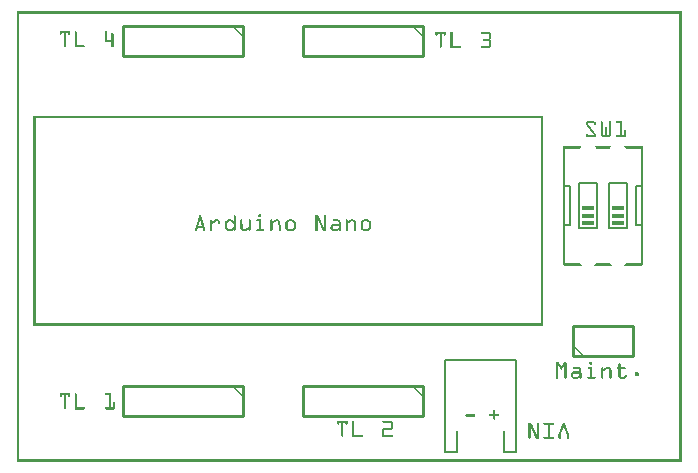
<source format=gto>
G04 MADE WITH FRITZING*
G04 WWW.FRITZING.ORG*
G04 DOUBLE SIDED*
G04 HOLES PLATED*
G04 CONTOUR ON CENTER OF CONTOUR VECTOR*
%ASAXBY*%
%FSLAX23Y23*%
%MOIN*%
%OFA0B0*%
%SFA1.0B1.0*%
%ADD10R,0.040000X0.015000*%
%ADD11C,0.010000*%
%ADD12C,0.008000*%
%ADD13R,0.001000X0.001000*%
%LNSILK1*%
G90*
G70*
G54D10*
X2005Y846D03*
X2005Y821D03*
X2005Y796D03*
X1905Y846D03*
X1905Y821D03*
X1905Y796D03*
G54D11*
X755Y1453D02*
X355Y1453D01*
D02*
X355Y1453D02*
X355Y1353D01*
D02*
X355Y1353D02*
X755Y1353D01*
D02*
X755Y1353D02*
X755Y1453D01*
D02*
X1355Y1453D02*
X955Y1453D01*
D02*
X955Y1453D02*
X955Y1353D01*
D02*
X955Y1353D02*
X1355Y1353D01*
D02*
X1355Y1353D02*
X1355Y1453D01*
D02*
X1355Y253D02*
X955Y253D01*
D02*
X955Y253D02*
X955Y153D01*
D02*
X955Y153D02*
X1355Y153D01*
D02*
X1355Y153D02*
X1355Y253D01*
D02*
X755Y253D02*
X355Y253D01*
D02*
X355Y253D02*
X355Y153D01*
D02*
X355Y153D02*
X755Y153D01*
D02*
X755Y153D02*
X755Y253D01*
G54D12*
D02*
X1466Y103D02*
X1466Y32D01*
D02*
X1466Y32D02*
X1426Y32D01*
D02*
X1426Y32D02*
X1426Y339D01*
D02*
X1426Y339D02*
X1663Y339D01*
D02*
X1663Y339D02*
X1663Y32D01*
D02*
X1663Y32D02*
X1623Y32D01*
D02*
X1623Y32D02*
X1623Y103D01*
G54D11*
D02*
X1855Y353D02*
X2055Y353D01*
D02*
X2055Y353D02*
X2055Y453D01*
D02*
X2055Y453D02*
X1855Y453D01*
D02*
X1855Y453D02*
X1855Y353D01*
G54D12*
D02*
X1825Y1048D02*
X1825Y918D01*
D02*
X1825Y788D02*
X1845Y788D01*
D02*
X1845Y788D02*
X1845Y918D01*
D02*
X1845Y918D02*
X1825Y918D01*
D02*
X1825Y788D02*
X1825Y658D01*
D02*
X1825Y918D02*
X1825Y788D01*
D02*
X2085Y658D02*
X2085Y788D01*
D02*
X2085Y918D02*
X2065Y918D01*
D02*
X2065Y918D02*
X2065Y788D01*
D02*
X2065Y788D02*
X2085Y788D01*
D02*
X2085Y918D02*
X2085Y1048D01*
D02*
X2085Y788D02*
X2085Y918D01*
D02*
X1975Y928D02*
X1975Y778D01*
D02*
X1975Y928D02*
X2035Y928D01*
D02*
X2035Y778D02*
X2035Y928D01*
D02*
X2035Y778D02*
X1975Y778D01*
D02*
X1875Y928D02*
X1875Y778D01*
D02*
X1875Y928D02*
X1935Y928D01*
D02*
X1935Y778D02*
X1935Y928D01*
D02*
X1935Y778D02*
X1875Y778D01*
G54D13*
X0Y1501D02*
X2216Y1501D01*
X0Y1500D02*
X2216Y1500D01*
X0Y1499D02*
X2216Y1499D01*
X0Y1498D02*
X2216Y1498D01*
X0Y1497D02*
X2216Y1497D01*
X0Y1496D02*
X2216Y1496D01*
X0Y1495D02*
X2216Y1495D01*
X0Y1494D02*
X2216Y1494D01*
X0Y1493D02*
X7Y1493D01*
X2209Y1493D02*
X2216Y1493D01*
X0Y1492D02*
X7Y1492D01*
X2209Y1492D02*
X2216Y1492D01*
X0Y1491D02*
X7Y1491D01*
X2209Y1491D02*
X2216Y1491D01*
X0Y1490D02*
X7Y1490D01*
X2209Y1490D02*
X2216Y1490D01*
X0Y1489D02*
X7Y1489D01*
X2209Y1489D02*
X2216Y1489D01*
X0Y1488D02*
X7Y1488D01*
X2209Y1488D02*
X2216Y1488D01*
X0Y1487D02*
X7Y1487D01*
X2209Y1487D02*
X2216Y1487D01*
X0Y1486D02*
X7Y1486D01*
X2209Y1486D02*
X2216Y1486D01*
X0Y1485D02*
X7Y1485D01*
X2209Y1485D02*
X2216Y1485D01*
X0Y1484D02*
X7Y1484D01*
X2209Y1484D02*
X2216Y1484D01*
X0Y1483D02*
X7Y1483D01*
X2209Y1483D02*
X2216Y1483D01*
X0Y1482D02*
X7Y1482D01*
X2209Y1482D02*
X2216Y1482D01*
X0Y1481D02*
X7Y1481D01*
X2209Y1481D02*
X2216Y1481D01*
X0Y1480D02*
X7Y1480D01*
X2209Y1480D02*
X2216Y1480D01*
X0Y1479D02*
X7Y1479D01*
X2209Y1479D02*
X2216Y1479D01*
X0Y1478D02*
X7Y1478D01*
X2209Y1478D02*
X2216Y1478D01*
X0Y1477D02*
X7Y1477D01*
X2209Y1477D02*
X2216Y1477D01*
X0Y1476D02*
X7Y1476D01*
X2209Y1476D02*
X2216Y1476D01*
X0Y1475D02*
X7Y1475D01*
X2209Y1475D02*
X2216Y1475D01*
X0Y1474D02*
X7Y1474D01*
X2209Y1474D02*
X2216Y1474D01*
X0Y1473D02*
X7Y1473D01*
X2209Y1473D02*
X2216Y1473D01*
X0Y1472D02*
X7Y1472D01*
X2209Y1472D02*
X2216Y1472D01*
X0Y1471D02*
X7Y1471D01*
X2209Y1471D02*
X2216Y1471D01*
X0Y1470D02*
X7Y1470D01*
X2209Y1470D02*
X2216Y1470D01*
X0Y1469D02*
X7Y1469D01*
X2209Y1469D02*
X2216Y1469D01*
X0Y1468D02*
X7Y1468D01*
X2209Y1468D02*
X2216Y1468D01*
X0Y1467D02*
X7Y1467D01*
X2209Y1467D02*
X2216Y1467D01*
X0Y1466D02*
X7Y1466D01*
X2209Y1466D02*
X2216Y1466D01*
X0Y1465D02*
X7Y1465D01*
X2209Y1465D02*
X2216Y1465D01*
X0Y1464D02*
X7Y1464D01*
X2209Y1464D02*
X2216Y1464D01*
X0Y1463D02*
X7Y1463D01*
X2209Y1463D02*
X2216Y1463D01*
X0Y1462D02*
X7Y1462D01*
X2209Y1462D02*
X2216Y1462D01*
X0Y1461D02*
X7Y1461D01*
X2209Y1461D02*
X2216Y1461D01*
X0Y1460D02*
X7Y1460D01*
X2209Y1460D02*
X2216Y1460D01*
X0Y1459D02*
X7Y1459D01*
X2209Y1459D02*
X2216Y1459D01*
X0Y1458D02*
X7Y1458D01*
X2209Y1458D02*
X2216Y1458D01*
X0Y1457D02*
X7Y1457D01*
X2209Y1457D02*
X2216Y1457D01*
X0Y1456D02*
X7Y1456D01*
X2209Y1456D02*
X2216Y1456D01*
X0Y1455D02*
X7Y1455D01*
X721Y1455D02*
X721Y1455D01*
X1321Y1455D02*
X1321Y1455D01*
X2209Y1455D02*
X2216Y1455D01*
X0Y1454D02*
X7Y1454D01*
X720Y1454D02*
X722Y1454D01*
X1320Y1454D02*
X1322Y1454D01*
X2209Y1454D02*
X2216Y1454D01*
X0Y1453D02*
X7Y1453D01*
X719Y1453D02*
X723Y1453D01*
X1319Y1453D02*
X1323Y1453D01*
X2209Y1453D02*
X2216Y1453D01*
X0Y1452D02*
X7Y1452D01*
X719Y1452D02*
X724Y1452D01*
X1318Y1452D02*
X1324Y1452D01*
X2209Y1452D02*
X2216Y1452D01*
X0Y1451D02*
X7Y1451D01*
X719Y1451D02*
X725Y1451D01*
X1319Y1451D02*
X1325Y1451D01*
X2209Y1451D02*
X2216Y1451D01*
X0Y1450D02*
X7Y1450D01*
X720Y1450D02*
X726Y1450D01*
X1320Y1450D02*
X1326Y1450D01*
X2209Y1450D02*
X2216Y1450D01*
X0Y1449D02*
X7Y1449D01*
X721Y1449D02*
X727Y1449D01*
X1321Y1449D02*
X1327Y1449D01*
X2209Y1449D02*
X2216Y1449D01*
X0Y1448D02*
X7Y1448D01*
X722Y1448D02*
X728Y1448D01*
X1322Y1448D02*
X1328Y1448D01*
X2209Y1448D02*
X2216Y1448D01*
X0Y1447D02*
X7Y1447D01*
X723Y1447D02*
X729Y1447D01*
X1323Y1447D02*
X1329Y1447D01*
X2209Y1447D02*
X2216Y1447D01*
X0Y1446D02*
X7Y1446D01*
X724Y1446D02*
X730Y1446D01*
X1324Y1446D02*
X1330Y1446D01*
X2209Y1446D02*
X2216Y1446D01*
X0Y1445D02*
X7Y1445D01*
X725Y1445D02*
X731Y1445D01*
X1325Y1445D02*
X1331Y1445D01*
X2209Y1445D02*
X2216Y1445D01*
X0Y1444D02*
X7Y1444D01*
X726Y1444D02*
X732Y1444D01*
X1326Y1444D02*
X1332Y1444D01*
X2209Y1444D02*
X2216Y1444D01*
X0Y1443D02*
X7Y1443D01*
X727Y1443D02*
X733Y1443D01*
X1327Y1443D02*
X1333Y1443D01*
X2209Y1443D02*
X2216Y1443D01*
X0Y1442D02*
X7Y1442D01*
X728Y1442D02*
X734Y1442D01*
X1328Y1442D02*
X1334Y1442D01*
X2209Y1442D02*
X2216Y1442D01*
X0Y1441D02*
X7Y1441D01*
X729Y1441D02*
X735Y1441D01*
X1329Y1441D02*
X1335Y1441D01*
X2209Y1441D02*
X2216Y1441D01*
X0Y1440D02*
X7Y1440D01*
X730Y1440D02*
X736Y1440D01*
X1330Y1440D02*
X1336Y1440D01*
X2209Y1440D02*
X2216Y1440D01*
X0Y1439D02*
X7Y1439D01*
X731Y1439D02*
X737Y1439D01*
X1331Y1439D02*
X1337Y1439D01*
X2209Y1439D02*
X2216Y1439D01*
X0Y1438D02*
X7Y1438D01*
X732Y1438D02*
X738Y1438D01*
X1332Y1438D02*
X1338Y1438D01*
X2209Y1438D02*
X2216Y1438D01*
X0Y1437D02*
X7Y1437D01*
X734Y1437D02*
X739Y1437D01*
X1334Y1437D02*
X1339Y1437D01*
X2209Y1437D02*
X2216Y1437D01*
X0Y1436D02*
X7Y1436D01*
X143Y1436D02*
X176Y1436D01*
X196Y1436D02*
X196Y1436D01*
X298Y1436D02*
X298Y1436D01*
X735Y1436D02*
X740Y1436D01*
X1335Y1436D02*
X1340Y1436D01*
X2209Y1436D02*
X2216Y1436D01*
X0Y1435D02*
X7Y1435D01*
X143Y1435D02*
X176Y1435D01*
X194Y1435D02*
X198Y1435D01*
X296Y1435D02*
X300Y1435D01*
X736Y1435D02*
X741Y1435D01*
X1336Y1435D02*
X1341Y1435D01*
X2209Y1435D02*
X2216Y1435D01*
X0Y1434D02*
X7Y1434D01*
X143Y1434D02*
X176Y1434D01*
X193Y1434D02*
X199Y1434D01*
X295Y1434D02*
X301Y1434D01*
X737Y1434D02*
X742Y1434D01*
X1337Y1434D02*
X1342Y1434D01*
X2209Y1434D02*
X2216Y1434D01*
X0Y1433D02*
X7Y1433D01*
X143Y1433D02*
X176Y1433D01*
X193Y1433D02*
X199Y1433D01*
X295Y1433D02*
X301Y1433D01*
X738Y1433D02*
X743Y1433D01*
X1338Y1433D02*
X1343Y1433D01*
X1396Y1433D02*
X1429Y1433D01*
X1448Y1433D02*
X1451Y1433D01*
X1548Y1433D02*
X1576Y1433D01*
X2209Y1433D02*
X2216Y1433D01*
X0Y1432D02*
X7Y1432D01*
X143Y1432D02*
X176Y1432D01*
X193Y1432D02*
X199Y1432D01*
X295Y1432D02*
X301Y1432D01*
X739Y1432D02*
X744Y1432D01*
X1338Y1432D02*
X1344Y1432D01*
X1396Y1432D02*
X1429Y1432D01*
X1447Y1432D02*
X1452Y1432D01*
X1547Y1432D02*
X1578Y1432D01*
X2209Y1432D02*
X2216Y1432D01*
X0Y1431D02*
X7Y1431D01*
X143Y1431D02*
X176Y1431D01*
X193Y1431D02*
X199Y1431D01*
X295Y1431D02*
X301Y1431D01*
X739Y1431D02*
X745Y1431D01*
X1339Y1431D02*
X1345Y1431D01*
X1396Y1431D02*
X1429Y1431D01*
X1446Y1431D02*
X1452Y1431D01*
X1547Y1431D02*
X1578Y1431D01*
X2209Y1431D02*
X2216Y1431D01*
X0Y1430D02*
X7Y1430D01*
X143Y1430D02*
X176Y1430D01*
X193Y1430D02*
X199Y1430D01*
X295Y1430D02*
X301Y1430D01*
X318Y1430D02*
X319Y1430D01*
X740Y1430D02*
X746Y1430D01*
X1340Y1430D02*
X1346Y1430D01*
X1396Y1430D02*
X1429Y1430D01*
X1446Y1430D02*
X1452Y1430D01*
X1547Y1430D02*
X1579Y1430D01*
X2209Y1430D02*
X2216Y1430D01*
X0Y1429D02*
X7Y1429D01*
X143Y1429D02*
X149Y1429D01*
X156Y1429D02*
X163Y1429D01*
X170Y1429D02*
X176Y1429D01*
X193Y1429D02*
X199Y1429D01*
X295Y1429D02*
X301Y1429D01*
X317Y1429D02*
X321Y1429D01*
X741Y1429D02*
X747Y1429D01*
X1341Y1429D02*
X1347Y1429D01*
X1396Y1429D02*
X1429Y1429D01*
X1446Y1429D02*
X1452Y1429D01*
X1547Y1429D02*
X1580Y1429D01*
X2209Y1429D02*
X2216Y1429D01*
X0Y1428D02*
X7Y1428D01*
X143Y1428D02*
X149Y1428D01*
X157Y1428D02*
X163Y1428D01*
X170Y1428D02*
X176Y1428D01*
X193Y1428D02*
X199Y1428D01*
X295Y1428D02*
X301Y1428D01*
X316Y1428D02*
X321Y1428D01*
X742Y1428D02*
X748Y1428D01*
X1342Y1428D02*
X1348Y1428D01*
X1396Y1428D02*
X1429Y1428D01*
X1446Y1428D02*
X1452Y1428D01*
X1547Y1428D02*
X1580Y1428D01*
X2209Y1428D02*
X2216Y1428D01*
X0Y1427D02*
X7Y1427D01*
X143Y1427D02*
X149Y1427D01*
X157Y1427D02*
X163Y1427D01*
X170Y1427D02*
X176Y1427D01*
X193Y1427D02*
X199Y1427D01*
X295Y1427D02*
X301Y1427D01*
X316Y1427D02*
X322Y1427D01*
X743Y1427D02*
X749Y1427D01*
X1343Y1427D02*
X1349Y1427D01*
X1396Y1427D02*
X1429Y1427D01*
X1446Y1427D02*
X1452Y1427D01*
X1549Y1427D02*
X1580Y1427D01*
X2209Y1427D02*
X2216Y1427D01*
X0Y1426D02*
X7Y1426D01*
X143Y1426D02*
X149Y1426D01*
X157Y1426D02*
X163Y1426D01*
X171Y1426D02*
X176Y1426D01*
X193Y1426D02*
X199Y1426D01*
X295Y1426D02*
X301Y1426D01*
X316Y1426D02*
X322Y1426D01*
X744Y1426D02*
X750Y1426D01*
X1344Y1426D02*
X1350Y1426D01*
X1396Y1426D02*
X1402Y1426D01*
X1410Y1426D02*
X1416Y1426D01*
X1423Y1426D02*
X1429Y1426D01*
X1446Y1426D02*
X1452Y1426D01*
X1574Y1426D02*
X1580Y1426D01*
X2209Y1426D02*
X2216Y1426D01*
X0Y1425D02*
X7Y1425D01*
X143Y1425D02*
X148Y1425D01*
X157Y1425D02*
X163Y1425D01*
X171Y1425D02*
X176Y1425D01*
X193Y1425D02*
X199Y1425D01*
X295Y1425D02*
X301Y1425D01*
X316Y1425D02*
X322Y1425D01*
X745Y1425D02*
X751Y1425D01*
X1345Y1425D02*
X1351Y1425D01*
X1396Y1425D02*
X1402Y1425D01*
X1410Y1425D02*
X1416Y1425D01*
X1423Y1425D02*
X1429Y1425D01*
X1446Y1425D02*
X1452Y1425D01*
X1574Y1425D02*
X1580Y1425D01*
X2209Y1425D02*
X2216Y1425D01*
X0Y1424D02*
X7Y1424D01*
X144Y1424D02*
X147Y1424D01*
X157Y1424D02*
X163Y1424D01*
X172Y1424D02*
X175Y1424D01*
X193Y1424D02*
X199Y1424D01*
X295Y1424D02*
X301Y1424D01*
X316Y1424D02*
X322Y1424D01*
X746Y1424D02*
X752Y1424D01*
X1346Y1424D02*
X1352Y1424D01*
X1396Y1424D02*
X1402Y1424D01*
X1410Y1424D02*
X1416Y1424D01*
X1424Y1424D02*
X1429Y1424D01*
X1446Y1424D02*
X1452Y1424D01*
X1574Y1424D02*
X1580Y1424D01*
X2209Y1424D02*
X2216Y1424D01*
X0Y1423D02*
X7Y1423D01*
X157Y1423D02*
X163Y1423D01*
X193Y1423D02*
X199Y1423D01*
X295Y1423D02*
X301Y1423D01*
X316Y1423D02*
X322Y1423D01*
X747Y1423D02*
X753Y1423D01*
X1347Y1423D02*
X1353Y1423D01*
X1396Y1423D02*
X1402Y1423D01*
X1410Y1423D02*
X1416Y1423D01*
X1424Y1423D02*
X1429Y1423D01*
X1446Y1423D02*
X1452Y1423D01*
X1574Y1423D02*
X1580Y1423D01*
X2209Y1423D02*
X2216Y1423D01*
X0Y1422D02*
X7Y1422D01*
X157Y1422D02*
X163Y1422D01*
X193Y1422D02*
X199Y1422D01*
X295Y1422D02*
X301Y1422D01*
X316Y1422D02*
X322Y1422D01*
X748Y1422D02*
X754Y1422D01*
X1348Y1422D02*
X1354Y1422D01*
X1397Y1422D02*
X1401Y1422D01*
X1410Y1422D02*
X1416Y1422D01*
X1424Y1422D02*
X1428Y1422D01*
X1446Y1422D02*
X1452Y1422D01*
X1574Y1422D02*
X1580Y1422D01*
X2209Y1422D02*
X2216Y1422D01*
X0Y1421D02*
X7Y1421D01*
X157Y1421D02*
X163Y1421D01*
X193Y1421D02*
X199Y1421D01*
X295Y1421D02*
X301Y1421D01*
X316Y1421D02*
X322Y1421D01*
X749Y1421D02*
X755Y1421D01*
X1349Y1421D02*
X1355Y1421D01*
X1398Y1421D02*
X1399Y1421D01*
X1410Y1421D02*
X1416Y1421D01*
X1426Y1421D02*
X1427Y1421D01*
X1446Y1421D02*
X1452Y1421D01*
X1574Y1421D02*
X1580Y1421D01*
X2209Y1421D02*
X2216Y1421D01*
X0Y1420D02*
X7Y1420D01*
X157Y1420D02*
X163Y1420D01*
X193Y1420D02*
X199Y1420D01*
X295Y1420D02*
X301Y1420D01*
X316Y1420D02*
X322Y1420D01*
X750Y1420D02*
X755Y1420D01*
X1350Y1420D02*
X1355Y1420D01*
X1410Y1420D02*
X1416Y1420D01*
X1446Y1420D02*
X1452Y1420D01*
X1574Y1420D02*
X1580Y1420D01*
X2209Y1420D02*
X2216Y1420D01*
X0Y1419D02*
X7Y1419D01*
X157Y1419D02*
X163Y1419D01*
X193Y1419D02*
X199Y1419D01*
X295Y1419D02*
X301Y1419D01*
X316Y1419D02*
X322Y1419D01*
X751Y1419D02*
X754Y1419D01*
X1351Y1419D02*
X1354Y1419D01*
X1410Y1419D02*
X1416Y1419D01*
X1446Y1419D02*
X1452Y1419D01*
X1574Y1419D02*
X1580Y1419D01*
X2209Y1419D02*
X2216Y1419D01*
X0Y1418D02*
X7Y1418D01*
X157Y1418D02*
X163Y1418D01*
X193Y1418D02*
X199Y1418D01*
X295Y1418D02*
X301Y1418D01*
X316Y1418D02*
X322Y1418D01*
X752Y1418D02*
X753Y1418D01*
X1352Y1418D02*
X1353Y1418D01*
X1410Y1418D02*
X1416Y1418D01*
X1446Y1418D02*
X1452Y1418D01*
X1574Y1418D02*
X1580Y1418D01*
X2209Y1418D02*
X2216Y1418D01*
X0Y1417D02*
X7Y1417D01*
X157Y1417D02*
X163Y1417D01*
X193Y1417D02*
X199Y1417D01*
X295Y1417D02*
X301Y1417D01*
X316Y1417D02*
X322Y1417D01*
X1410Y1417D02*
X1416Y1417D01*
X1446Y1417D02*
X1452Y1417D01*
X1574Y1417D02*
X1580Y1417D01*
X2209Y1417D02*
X2216Y1417D01*
X0Y1416D02*
X7Y1416D01*
X157Y1416D02*
X163Y1416D01*
X193Y1416D02*
X199Y1416D01*
X295Y1416D02*
X301Y1416D01*
X316Y1416D02*
X322Y1416D01*
X1410Y1416D02*
X1416Y1416D01*
X1446Y1416D02*
X1452Y1416D01*
X1574Y1416D02*
X1580Y1416D01*
X2209Y1416D02*
X2216Y1416D01*
X0Y1415D02*
X7Y1415D01*
X157Y1415D02*
X163Y1415D01*
X193Y1415D02*
X199Y1415D01*
X295Y1415D02*
X301Y1415D01*
X316Y1415D02*
X322Y1415D01*
X1410Y1415D02*
X1416Y1415D01*
X1446Y1415D02*
X1452Y1415D01*
X1574Y1415D02*
X1580Y1415D01*
X2209Y1415D02*
X2216Y1415D01*
X0Y1414D02*
X7Y1414D01*
X157Y1414D02*
X163Y1414D01*
X193Y1414D02*
X199Y1414D01*
X295Y1414D02*
X301Y1414D01*
X316Y1414D02*
X322Y1414D01*
X1410Y1414D02*
X1416Y1414D01*
X1446Y1414D02*
X1452Y1414D01*
X1574Y1414D02*
X1580Y1414D01*
X2209Y1414D02*
X2216Y1414D01*
X0Y1413D02*
X7Y1413D01*
X157Y1413D02*
X163Y1413D01*
X193Y1413D02*
X199Y1413D01*
X295Y1413D02*
X301Y1413D01*
X316Y1413D02*
X322Y1413D01*
X1410Y1413D02*
X1416Y1413D01*
X1446Y1413D02*
X1452Y1413D01*
X1574Y1413D02*
X1580Y1413D01*
X2209Y1413D02*
X2216Y1413D01*
X0Y1412D02*
X7Y1412D01*
X157Y1412D02*
X163Y1412D01*
X193Y1412D02*
X199Y1412D01*
X295Y1412D02*
X301Y1412D01*
X316Y1412D02*
X322Y1412D01*
X1410Y1412D02*
X1416Y1412D01*
X1446Y1412D02*
X1452Y1412D01*
X1574Y1412D02*
X1580Y1412D01*
X2209Y1412D02*
X2216Y1412D01*
X0Y1411D02*
X7Y1411D01*
X157Y1411D02*
X163Y1411D01*
X193Y1411D02*
X199Y1411D01*
X295Y1411D02*
X301Y1411D01*
X316Y1411D02*
X322Y1411D01*
X1410Y1411D02*
X1416Y1411D01*
X1446Y1411D02*
X1452Y1411D01*
X1573Y1411D02*
X1580Y1411D01*
X2209Y1411D02*
X2216Y1411D01*
X0Y1410D02*
X7Y1410D01*
X157Y1410D02*
X163Y1410D01*
X193Y1410D02*
X199Y1410D01*
X295Y1410D02*
X301Y1410D01*
X316Y1410D02*
X322Y1410D01*
X1410Y1410D02*
X1416Y1410D01*
X1446Y1410D02*
X1452Y1410D01*
X1556Y1410D02*
X1579Y1410D01*
X2209Y1410D02*
X2216Y1410D01*
X0Y1409D02*
X7Y1409D01*
X157Y1409D02*
X163Y1409D01*
X193Y1409D02*
X199Y1409D01*
X295Y1409D02*
X301Y1409D01*
X316Y1409D02*
X322Y1409D01*
X1410Y1409D02*
X1416Y1409D01*
X1446Y1409D02*
X1452Y1409D01*
X1554Y1409D02*
X1579Y1409D01*
X2209Y1409D02*
X2216Y1409D01*
X0Y1408D02*
X7Y1408D01*
X157Y1408D02*
X163Y1408D01*
X193Y1408D02*
X199Y1408D01*
X295Y1408D02*
X301Y1408D01*
X316Y1408D02*
X322Y1408D01*
X1410Y1408D02*
X1416Y1408D01*
X1446Y1408D02*
X1452Y1408D01*
X1554Y1408D02*
X1578Y1408D01*
X2209Y1408D02*
X2216Y1408D01*
X0Y1407D02*
X7Y1407D01*
X157Y1407D02*
X163Y1407D01*
X193Y1407D02*
X199Y1407D01*
X295Y1407D02*
X301Y1407D01*
X316Y1407D02*
X322Y1407D01*
X1410Y1407D02*
X1416Y1407D01*
X1446Y1407D02*
X1452Y1407D01*
X1553Y1407D02*
X1578Y1407D01*
X2209Y1407D02*
X2216Y1407D01*
X0Y1406D02*
X7Y1406D01*
X157Y1406D02*
X163Y1406D01*
X193Y1406D02*
X199Y1406D01*
X295Y1406D02*
X324Y1406D01*
X1410Y1406D02*
X1416Y1406D01*
X1446Y1406D02*
X1452Y1406D01*
X1553Y1406D02*
X1578Y1406D01*
X2209Y1406D02*
X2216Y1406D01*
X0Y1405D02*
X7Y1405D01*
X157Y1405D02*
X163Y1405D01*
X193Y1405D02*
X199Y1405D01*
X295Y1405D02*
X325Y1405D01*
X1410Y1405D02*
X1416Y1405D01*
X1446Y1405D02*
X1452Y1405D01*
X1554Y1405D02*
X1579Y1405D01*
X2209Y1405D02*
X2216Y1405D01*
X0Y1404D02*
X7Y1404D01*
X157Y1404D02*
X163Y1404D01*
X193Y1404D02*
X199Y1404D01*
X295Y1404D02*
X325Y1404D01*
X1410Y1404D02*
X1416Y1404D01*
X1446Y1404D02*
X1452Y1404D01*
X1555Y1404D02*
X1579Y1404D01*
X2209Y1404D02*
X2216Y1404D01*
X0Y1403D02*
X7Y1403D01*
X157Y1403D02*
X163Y1403D01*
X193Y1403D02*
X199Y1403D01*
X295Y1403D02*
X325Y1403D01*
X1410Y1403D02*
X1416Y1403D01*
X1446Y1403D02*
X1452Y1403D01*
X1571Y1403D02*
X1579Y1403D01*
X2209Y1403D02*
X2216Y1403D01*
X0Y1402D02*
X7Y1402D01*
X157Y1402D02*
X163Y1402D01*
X193Y1402D02*
X199Y1402D01*
X295Y1402D02*
X325Y1402D01*
X1410Y1402D02*
X1416Y1402D01*
X1446Y1402D02*
X1452Y1402D01*
X1573Y1402D02*
X1580Y1402D01*
X2209Y1402D02*
X2216Y1402D01*
X0Y1401D02*
X7Y1401D01*
X157Y1401D02*
X163Y1401D01*
X193Y1401D02*
X199Y1401D01*
X295Y1401D02*
X324Y1401D01*
X1410Y1401D02*
X1416Y1401D01*
X1446Y1401D02*
X1452Y1401D01*
X1574Y1401D02*
X1580Y1401D01*
X2209Y1401D02*
X2216Y1401D01*
X0Y1400D02*
X7Y1400D01*
X157Y1400D02*
X163Y1400D01*
X193Y1400D02*
X199Y1400D01*
X295Y1400D02*
X323Y1400D01*
X1410Y1400D02*
X1416Y1400D01*
X1446Y1400D02*
X1452Y1400D01*
X1574Y1400D02*
X1580Y1400D01*
X2209Y1400D02*
X2216Y1400D01*
X0Y1399D02*
X7Y1399D01*
X157Y1399D02*
X163Y1399D01*
X193Y1399D02*
X199Y1399D01*
X316Y1399D02*
X322Y1399D01*
X1410Y1399D02*
X1416Y1399D01*
X1446Y1399D02*
X1452Y1399D01*
X1574Y1399D02*
X1580Y1399D01*
X2209Y1399D02*
X2216Y1399D01*
X0Y1398D02*
X7Y1398D01*
X157Y1398D02*
X163Y1398D01*
X193Y1398D02*
X199Y1398D01*
X316Y1398D02*
X322Y1398D01*
X1410Y1398D02*
X1416Y1398D01*
X1446Y1398D02*
X1452Y1398D01*
X1574Y1398D02*
X1580Y1398D01*
X2209Y1398D02*
X2216Y1398D01*
X0Y1397D02*
X7Y1397D01*
X157Y1397D02*
X163Y1397D01*
X193Y1397D02*
X199Y1397D01*
X316Y1397D02*
X322Y1397D01*
X1410Y1397D02*
X1416Y1397D01*
X1446Y1397D02*
X1452Y1397D01*
X1574Y1397D02*
X1580Y1397D01*
X2209Y1397D02*
X2216Y1397D01*
X0Y1396D02*
X7Y1396D01*
X157Y1396D02*
X163Y1396D01*
X193Y1396D02*
X199Y1396D01*
X316Y1396D02*
X322Y1396D01*
X1410Y1396D02*
X1416Y1396D01*
X1446Y1396D02*
X1452Y1396D01*
X1574Y1396D02*
X1580Y1396D01*
X2209Y1396D02*
X2216Y1396D01*
X0Y1395D02*
X7Y1395D01*
X157Y1395D02*
X163Y1395D01*
X193Y1395D02*
X199Y1395D01*
X316Y1395D02*
X322Y1395D01*
X1410Y1395D02*
X1416Y1395D01*
X1446Y1395D02*
X1452Y1395D01*
X1574Y1395D02*
X1580Y1395D01*
X2209Y1395D02*
X2216Y1395D01*
X0Y1394D02*
X7Y1394D01*
X157Y1394D02*
X163Y1394D01*
X193Y1394D02*
X199Y1394D01*
X316Y1394D02*
X322Y1394D01*
X1410Y1394D02*
X1416Y1394D01*
X1446Y1394D02*
X1452Y1394D01*
X1574Y1394D02*
X1580Y1394D01*
X2209Y1394D02*
X2216Y1394D01*
X0Y1393D02*
X7Y1393D01*
X157Y1393D02*
X163Y1393D01*
X193Y1393D02*
X199Y1393D01*
X316Y1393D02*
X322Y1393D01*
X1410Y1393D02*
X1416Y1393D01*
X1446Y1393D02*
X1452Y1393D01*
X1574Y1393D02*
X1580Y1393D01*
X2209Y1393D02*
X2216Y1393D01*
X0Y1392D02*
X7Y1392D01*
X157Y1392D02*
X163Y1392D01*
X193Y1392D02*
X199Y1392D01*
X316Y1392D02*
X322Y1392D01*
X1410Y1392D02*
X1416Y1392D01*
X1446Y1392D02*
X1452Y1392D01*
X1574Y1392D02*
X1580Y1392D01*
X2209Y1392D02*
X2216Y1392D01*
X0Y1391D02*
X7Y1391D01*
X157Y1391D02*
X163Y1391D01*
X193Y1391D02*
X199Y1391D01*
X316Y1391D02*
X322Y1391D01*
X1410Y1391D02*
X1416Y1391D01*
X1446Y1391D02*
X1452Y1391D01*
X1574Y1391D02*
X1580Y1391D01*
X2209Y1391D02*
X2216Y1391D01*
X0Y1390D02*
X7Y1390D01*
X157Y1390D02*
X163Y1390D01*
X193Y1390D02*
X199Y1390D01*
X316Y1390D02*
X322Y1390D01*
X1410Y1390D02*
X1416Y1390D01*
X1446Y1390D02*
X1452Y1390D01*
X1574Y1390D02*
X1580Y1390D01*
X2209Y1390D02*
X2216Y1390D01*
X0Y1389D02*
X7Y1389D01*
X157Y1389D02*
X163Y1389D01*
X193Y1389D02*
X199Y1389D01*
X316Y1389D02*
X322Y1389D01*
X1410Y1389D02*
X1416Y1389D01*
X1446Y1389D02*
X1452Y1389D01*
X1574Y1389D02*
X1580Y1389D01*
X2209Y1389D02*
X2216Y1389D01*
X0Y1388D02*
X7Y1388D01*
X157Y1388D02*
X163Y1388D01*
X193Y1388D02*
X225Y1388D01*
X316Y1388D02*
X322Y1388D01*
X1410Y1388D02*
X1416Y1388D01*
X1446Y1388D02*
X1452Y1388D01*
X1574Y1388D02*
X1580Y1388D01*
X2209Y1388D02*
X2216Y1388D01*
X0Y1387D02*
X7Y1387D01*
X157Y1387D02*
X163Y1387D01*
X193Y1387D02*
X226Y1387D01*
X316Y1387D02*
X322Y1387D01*
X1410Y1387D02*
X1416Y1387D01*
X1446Y1387D02*
X1452Y1387D01*
X1574Y1387D02*
X1580Y1387D01*
X2209Y1387D02*
X2216Y1387D01*
X0Y1386D02*
X7Y1386D01*
X157Y1386D02*
X163Y1386D01*
X193Y1386D02*
X226Y1386D01*
X316Y1386D02*
X322Y1386D01*
X1410Y1386D02*
X1416Y1386D01*
X1446Y1386D02*
X1478Y1386D01*
X1548Y1386D02*
X1580Y1386D01*
X2209Y1386D02*
X2216Y1386D01*
X0Y1385D02*
X7Y1385D01*
X157Y1385D02*
X162Y1385D01*
X193Y1385D02*
X227Y1385D01*
X316Y1385D02*
X322Y1385D01*
X1410Y1385D02*
X1416Y1385D01*
X1446Y1385D02*
X1479Y1385D01*
X1547Y1385D02*
X1580Y1385D01*
X2209Y1385D02*
X2216Y1385D01*
X0Y1384D02*
X7Y1384D01*
X157Y1384D02*
X162Y1384D01*
X193Y1384D02*
X226Y1384D01*
X316Y1384D02*
X321Y1384D01*
X1410Y1384D02*
X1416Y1384D01*
X1446Y1384D02*
X1479Y1384D01*
X1547Y1384D02*
X1580Y1384D01*
X2209Y1384D02*
X2216Y1384D01*
X0Y1383D02*
X7Y1383D01*
X158Y1383D02*
X161Y1383D01*
X193Y1383D02*
X225Y1383D01*
X317Y1383D02*
X321Y1383D01*
X1410Y1383D02*
X1416Y1383D01*
X1446Y1383D02*
X1480Y1383D01*
X1547Y1383D02*
X1579Y1383D01*
X2209Y1383D02*
X2216Y1383D01*
X0Y1382D02*
X7Y1382D01*
X193Y1382D02*
X223Y1382D01*
X1410Y1382D02*
X1415Y1382D01*
X1446Y1382D02*
X1479Y1382D01*
X1547Y1382D02*
X1578Y1382D01*
X2209Y1382D02*
X2216Y1382D01*
X0Y1381D02*
X7Y1381D01*
X1410Y1381D02*
X1415Y1381D01*
X1446Y1381D02*
X1479Y1381D01*
X1547Y1381D02*
X1577Y1381D01*
X2209Y1381D02*
X2216Y1381D01*
X0Y1380D02*
X7Y1380D01*
X1412Y1380D02*
X1414Y1380D01*
X1446Y1380D02*
X1478Y1380D01*
X1548Y1380D02*
X1575Y1380D01*
X2209Y1380D02*
X2216Y1380D01*
X0Y1379D02*
X7Y1379D01*
X2209Y1379D02*
X2216Y1379D01*
X0Y1378D02*
X7Y1378D01*
X2209Y1378D02*
X2216Y1378D01*
X0Y1377D02*
X7Y1377D01*
X2209Y1377D02*
X2216Y1377D01*
X0Y1376D02*
X7Y1376D01*
X2209Y1376D02*
X2216Y1376D01*
X0Y1375D02*
X7Y1375D01*
X2209Y1375D02*
X2216Y1375D01*
X0Y1374D02*
X7Y1374D01*
X2209Y1374D02*
X2216Y1374D01*
X0Y1373D02*
X7Y1373D01*
X2209Y1373D02*
X2216Y1373D01*
X0Y1372D02*
X7Y1372D01*
X2209Y1372D02*
X2216Y1372D01*
X0Y1371D02*
X7Y1371D01*
X2209Y1371D02*
X2216Y1371D01*
X0Y1370D02*
X7Y1370D01*
X2209Y1370D02*
X2216Y1370D01*
X0Y1369D02*
X7Y1369D01*
X2209Y1369D02*
X2216Y1369D01*
X0Y1368D02*
X7Y1368D01*
X2209Y1368D02*
X2216Y1368D01*
X0Y1367D02*
X7Y1367D01*
X2209Y1367D02*
X2216Y1367D01*
X0Y1366D02*
X7Y1366D01*
X2209Y1366D02*
X2216Y1366D01*
X0Y1365D02*
X7Y1365D01*
X2209Y1365D02*
X2216Y1365D01*
X0Y1364D02*
X7Y1364D01*
X2209Y1364D02*
X2216Y1364D01*
X0Y1363D02*
X7Y1363D01*
X2209Y1363D02*
X2216Y1363D01*
X0Y1362D02*
X7Y1362D01*
X2209Y1362D02*
X2216Y1362D01*
X0Y1361D02*
X7Y1361D01*
X2209Y1361D02*
X2216Y1361D01*
X0Y1360D02*
X7Y1360D01*
X2209Y1360D02*
X2216Y1360D01*
X0Y1359D02*
X7Y1359D01*
X2209Y1359D02*
X2216Y1359D01*
X0Y1358D02*
X7Y1358D01*
X2209Y1358D02*
X2216Y1358D01*
X0Y1357D02*
X7Y1357D01*
X2209Y1357D02*
X2216Y1357D01*
X0Y1356D02*
X7Y1356D01*
X2209Y1356D02*
X2216Y1356D01*
X0Y1355D02*
X7Y1355D01*
X2209Y1355D02*
X2216Y1355D01*
X0Y1354D02*
X7Y1354D01*
X2209Y1354D02*
X2216Y1354D01*
X0Y1353D02*
X7Y1353D01*
X2209Y1353D02*
X2216Y1353D01*
X0Y1352D02*
X7Y1352D01*
X2209Y1352D02*
X2216Y1352D01*
X0Y1351D02*
X7Y1351D01*
X2209Y1351D02*
X2216Y1351D01*
X0Y1350D02*
X7Y1350D01*
X2209Y1350D02*
X2216Y1350D01*
X0Y1349D02*
X7Y1349D01*
X2209Y1349D02*
X2216Y1349D01*
X0Y1348D02*
X7Y1348D01*
X2209Y1348D02*
X2216Y1348D01*
X0Y1347D02*
X7Y1347D01*
X2209Y1347D02*
X2216Y1347D01*
X0Y1346D02*
X7Y1346D01*
X2209Y1346D02*
X2216Y1346D01*
X0Y1345D02*
X7Y1345D01*
X2209Y1345D02*
X2216Y1345D01*
X0Y1344D02*
X7Y1344D01*
X2209Y1344D02*
X2216Y1344D01*
X0Y1343D02*
X7Y1343D01*
X2209Y1343D02*
X2216Y1343D01*
X0Y1342D02*
X7Y1342D01*
X2209Y1342D02*
X2216Y1342D01*
X0Y1341D02*
X7Y1341D01*
X2209Y1341D02*
X2216Y1341D01*
X0Y1340D02*
X7Y1340D01*
X2209Y1340D02*
X2216Y1340D01*
X0Y1339D02*
X7Y1339D01*
X2209Y1339D02*
X2216Y1339D01*
X0Y1338D02*
X7Y1338D01*
X2209Y1338D02*
X2216Y1338D01*
X0Y1337D02*
X7Y1337D01*
X2209Y1337D02*
X2216Y1337D01*
X0Y1336D02*
X7Y1336D01*
X2209Y1336D02*
X2216Y1336D01*
X0Y1335D02*
X7Y1335D01*
X2209Y1335D02*
X2216Y1335D01*
X0Y1334D02*
X7Y1334D01*
X2209Y1334D02*
X2216Y1334D01*
X0Y1333D02*
X7Y1333D01*
X2209Y1333D02*
X2216Y1333D01*
X0Y1332D02*
X7Y1332D01*
X2209Y1332D02*
X2216Y1332D01*
X0Y1331D02*
X7Y1331D01*
X2209Y1331D02*
X2216Y1331D01*
X0Y1330D02*
X7Y1330D01*
X2209Y1330D02*
X2216Y1330D01*
X0Y1329D02*
X7Y1329D01*
X2209Y1329D02*
X2216Y1329D01*
X0Y1328D02*
X7Y1328D01*
X2209Y1328D02*
X2216Y1328D01*
X0Y1327D02*
X7Y1327D01*
X2209Y1327D02*
X2216Y1327D01*
X0Y1326D02*
X7Y1326D01*
X2209Y1326D02*
X2216Y1326D01*
X0Y1325D02*
X7Y1325D01*
X2209Y1325D02*
X2216Y1325D01*
X0Y1324D02*
X7Y1324D01*
X2209Y1324D02*
X2216Y1324D01*
X0Y1323D02*
X7Y1323D01*
X2209Y1323D02*
X2216Y1323D01*
X0Y1322D02*
X7Y1322D01*
X2209Y1322D02*
X2216Y1322D01*
X0Y1321D02*
X7Y1321D01*
X2209Y1321D02*
X2216Y1321D01*
X0Y1320D02*
X7Y1320D01*
X2209Y1320D02*
X2216Y1320D01*
X0Y1319D02*
X7Y1319D01*
X2209Y1319D02*
X2216Y1319D01*
X0Y1318D02*
X7Y1318D01*
X2209Y1318D02*
X2216Y1318D01*
X0Y1317D02*
X7Y1317D01*
X2209Y1317D02*
X2216Y1317D01*
X0Y1316D02*
X7Y1316D01*
X2209Y1316D02*
X2216Y1316D01*
X0Y1315D02*
X7Y1315D01*
X2209Y1315D02*
X2216Y1315D01*
X0Y1314D02*
X7Y1314D01*
X2209Y1314D02*
X2216Y1314D01*
X0Y1313D02*
X7Y1313D01*
X2209Y1313D02*
X2216Y1313D01*
X0Y1312D02*
X7Y1312D01*
X2209Y1312D02*
X2216Y1312D01*
X0Y1311D02*
X7Y1311D01*
X2209Y1311D02*
X2216Y1311D01*
X0Y1310D02*
X7Y1310D01*
X2209Y1310D02*
X2216Y1310D01*
X0Y1309D02*
X7Y1309D01*
X2209Y1309D02*
X2216Y1309D01*
X0Y1308D02*
X7Y1308D01*
X2209Y1308D02*
X2216Y1308D01*
X0Y1307D02*
X7Y1307D01*
X2209Y1307D02*
X2216Y1307D01*
X0Y1306D02*
X7Y1306D01*
X2209Y1306D02*
X2216Y1306D01*
X0Y1305D02*
X7Y1305D01*
X2209Y1305D02*
X2216Y1305D01*
X0Y1304D02*
X7Y1304D01*
X2209Y1304D02*
X2216Y1304D01*
X0Y1303D02*
X7Y1303D01*
X2209Y1303D02*
X2216Y1303D01*
X0Y1302D02*
X7Y1302D01*
X2209Y1302D02*
X2216Y1302D01*
X0Y1301D02*
X7Y1301D01*
X2209Y1301D02*
X2216Y1301D01*
X0Y1300D02*
X7Y1300D01*
X2209Y1300D02*
X2216Y1300D01*
X0Y1299D02*
X7Y1299D01*
X2209Y1299D02*
X2216Y1299D01*
X0Y1298D02*
X7Y1298D01*
X2209Y1298D02*
X2216Y1298D01*
X0Y1297D02*
X7Y1297D01*
X2209Y1297D02*
X2216Y1297D01*
X0Y1296D02*
X7Y1296D01*
X2209Y1296D02*
X2216Y1296D01*
X0Y1295D02*
X7Y1295D01*
X2209Y1295D02*
X2216Y1295D01*
X0Y1294D02*
X7Y1294D01*
X2209Y1294D02*
X2216Y1294D01*
X0Y1293D02*
X7Y1293D01*
X2209Y1293D02*
X2216Y1293D01*
X0Y1292D02*
X7Y1292D01*
X2209Y1292D02*
X2216Y1292D01*
X0Y1291D02*
X7Y1291D01*
X2209Y1291D02*
X2216Y1291D01*
X0Y1290D02*
X7Y1290D01*
X2209Y1290D02*
X2216Y1290D01*
X0Y1289D02*
X7Y1289D01*
X2209Y1289D02*
X2216Y1289D01*
X0Y1288D02*
X7Y1288D01*
X2209Y1288D02*
X2216Y1288D01*
X0Y1287D02*
X7Y1287D01*
X2209Y1287D02*
X2216Y1287D01*
X0Y1286D02*
X7Y1286D01*
X2209Y1286D02*
X2216Y1286D01*
X0Y1285D02*
X7Y1285D01*
X2209Y1285D02*
X2216Y1285D01*
X0Y1284D02*
X7Y1284D01*
X2209Y1284D02*
X2216Y1284D01*
X0Y1283D02*
X7Y1283D01*
X2209Y1283D02*
X2216Y1283D01*
X0Y1282D02*
X7Y1282D01*
X2209Y1282D02*
X2216Y1282D01*
X0Y1281D02*
X7Y1281D01*
X2209Y1281D02*
X2216Y1281D01*
X0Y1280D02*
X7Y1280D01*
X2209Y1280D02*
X2216Y1280D01*
X0Y1279D02*
X7Y1279D01*
X2209Y1279D02*
X2216Y1279D01*
X0Y1278D02*
X7Y1278D01*
X2209Y1278D02*
X2216Y1278D01*
X0Y1277D02*
X7Y1277D01*
X2209Y1277D02*
X2216Y1277D01*
X0Y1276D02*
X7Y1276D01*
X2209Y1276D02*
X2216Y1276D01*
X0Y1275D02*
X7Y1275D01*
X2209Y1275D02*
X2216Y1275D01*
X0Y1274D02*
X7Y1274D01*
X2209Y1274D02*
X2216Y1274D01*
X0Y1273D02*
X7Y1273D01*
X2209Y1273D02*
X2216Y1273D01*
X0Y1272D02*
X7Y1272D01*
X2209Y1272D02*
X2216Y1272D01*
X0Y1271D02*
X7Y1271D01*
X2209Y1271D02*
X2216Y1271D01*
X0Y1270D02*
X7Y1270D01*
X2209Y1270D02*
X2216Y1270D01*
X0Y1269D02*
X7Y1269D01*
X2209Y1269D02*
X2216Y1269D01*
X0Y1268D02*
X7Y1268D01*
X2209Y1268D02*
X2216Y1268D01*
X0Y1267D02*
X7Y1267D01*
X2209Y1267D02*
X2216Y1267D01*
X0Y1266D02*
X7Y1266D01*
X2209Y1266D02*
X2216Y1266D01*
X0Y1265D02*
X7Y1265D01*
X2209Y1265D02*
X2216Y1265D01*
X0Y1264D02*
X7Y1264D01*
X2209Y1264D02*
X2216Y1264D01*
X0Y1263D02*
X7Y1263D01*
X2209Y1263D02*
X2216Y1263D01*
X0Y1262D02*
X7Y1262D01*
X2209Y1262D02*
X2216Y1262D01*
X0Y1261D02*
X7Y1261D01*
X2209Y1261D02*
X2216Y1261D01*
X0Y1260D02*
X7Y1260D01*
X2209Y1260D02*
X2216Y1260D01*
X0Y1259D02*
X7Y1259D01*
X2209Y1259D02*
X2216Y1259D01*
X0Y1258D02*
X7Y1258D01*
X2209Y1258D02*
X2216Y1258D01*
X0Y1257D02*
X7Y1257D01*
X2209Y1257D02*
X2216Y1257D01*
X0Y1256D02*
X7Y1256D01*
X2209Y1256D02*
X2216Y1256D01*
X0Y1255D02*
X7Y1255D01*
X2209Y1255D02*
X2216Y1255D01*
X0Y1254D02*
X7Y1254D01*
X2209Y1254D02*
X2216Y1254D01*
X0Y1253D02*
X7Y1253D01*
X2209Y1253D02*
X2216Y1253D01*
X0Y1252D02*
X7Y1252D01*
X2209Y1252D02*
X2216Y1252D01*
X0Y1251D02*
X7Y1251D01*
X2209Y1251D02*
X2216Y1251D01*
X0Y1250D02*
X7Y1250D01*
X2209Y1250D02*
X2216Y1250D01*
X0Y1249D02*
X7Y1249D01*
X2209Y1249D02*
X2216Y1249D01*
X0Y1248D02*
X7Y1248D01*
X2209Y1248D02*
X2216Y1248D01*
X0Y1247D02*
X7Y1247D01*
X2209Y1247D02*
X2216Y1247D01*
X0Y1246D02*
X7Y1246D01*
X2209Y1246D02*
X2216Y1246D01*
X0Y1245D02*
X7Y1245D01*
X2209Y1245D02*
X2216Y1245D01*
X0Y1244D02*
X7Y1244D01*
X2209Y1244D02*
X2216Y1244D01*
X0Y1243D02*
X7Y1243D01*
X2209Y1243D02*
X2216Y1243D01*
X0Y1242D02*
X7Y1242D01*
X2209Y1242D02*
X2216Y1242D01*
X0Y1241D02*
X7Y1241D01*
X2209Y1241D02*
X2216Y1241D01*
X0Y1240D02*
X7Y1240D01*
X2209Y1240D02*
X2216Y1240D01*
X0Y1239D02*
X7Y1239D01*
X2209Y1239D02*
X2216Y1239D01*
X0Y1238D02*
X7Y1238D01*
X2209Y1238D02*
X2216Y1238D01*
X0Y1237D02*
X7Y1237D01*
X2209Y1237D02*
X2216Y1237D01*
X0Y1236D02*
X7Y1236D01*
X2209Y1236D02*
X2216Y1236D01*
X0Y1235D02*
X7Y1235D01*
X2209Y1235D02*
X2216Y1235D01*
X0Y1234D02*
X7Y1234D01*
X2209Y1234D02*
X2216Y1234D01*
X0Y1233D02*
X7Y1233D01*
X2209Y1233D02*
X2216Y1233D01*
X0Y1232D02*
X7Y1232D01*
X2209Y1232D02*
X2216Y1232D01*
X0Y1231D02*
X7Y1231D01*
X2209Y1231D02*
X2216Y1231D01*
X0Y1230D02*
X7Y1230D01*
X2209Y1230D02*
X2216Y1230D01*
X0Y1229D02*
X7Y1229D01*
X2209Y1229D02*
X2216Y1229D01*
X0Y1228D02*
X7Y1228D01*
X2209Y1228D02*
X2216Y1228D01*
X0Y1227D02*
X7Y1227D01*
X2209Y1227D02*
X2216Y1227D01*
X0Y1226D02*
X7Y1226D01*
X2209Y1226D02*
X2216Y1226D01*
X0Y1225D02*
X7Y1225D01*
X2209Y1225D02*
X2216Y1225D01*
X0Y1224D02*
X7Y1224D01*
X2209Y1224D02*
X2216Y1224D01*
X0Y1223D02*
X7Y1223D01*
X2209Y1223D02*
X2216Y1223D01*
X0Y1222D02*
X7Y1222D01*
X2209Y1222D02*
X2216Y1222D01*
X0Y1221D02*
X7Y1221D01*
X2209Y1221D02*
X2216Y1221D01*
X0Y1220D02*
X7Y1220D01*
X2209Y1220D02*
X2216Y1220D01*
X0Y1219D02*
X7Y1219D01*
X2209Y1219D02*
X2216Y1219D01*
X0Y1218D02*
X7Y1218D01*
X2209Y1218D02*
X2216Y1218D01*
X0Y1217D02*
X7Y1217D01*
X2209Y1217D02*
X2216Y1217D01*
X0Y1216D02*
X7Y1216D01*
X2209Y1216D02*
X2216Y1216D01*
X0Y1215D02*
X7Y1215D01*
X2209Y1215D02*
X2216Y1215D01*
X0Y1214D02*
X7Y1214D01*
X2209Y1214D02*
X2216Y1214D01*
X0Y1213D02*
X7Y1213D01*
X2209Y1213D02*
X2216Y1213D01*
X0Y1212D02*
X7Y1212D01*
X2209Y1212D02*
X2216Y1212D01*
X0Y1211D02*
X7Y1211D01*
X2209Y1211D02*
X2216Y1211D01*
X0Y1210D02*
X7Y1210D01*
X2209Y1210D02*
X2216Y1210D01*
X0Y1209D02*
X7Y1209D01*
X2209Y1209D02*
X2216Y1209D01*
X0Y1208D02*
X7Y1208D01*
X2209Y1208D02*
X2216Y1208D01*
X0Y1207D02*
X7Y1207D01*
X2209Y1207D02*
X2216Y1207D01*
X0Y1206D02*
X7Y1206D01*
X2209Y1206D02*
X2216Y1206D01*
X0Y1205D02*
X7Y1205D01*
X2209Y1205D02*
X2216Y1205D01*
X0Y1204D02*
X7Y1204D01*
X2209Y1204D02*
X2216Y1204D01*
X0Y1203D02*
X7Y1203D01*
X2209Y1203D02*
X2216Y1203D01*
X0Y1202D02*
X7Y1202D01*
X2209Y1202D02*
X2216Y1202D01*
X0Y1201D02*
X7Y1201D01*
X2209Y1201D02*
X2216Y1201D01*
X0Y1200D02*
X7Y1200D01*
X2209Y1200D02*
X2216Y1200D01*
X0Y1199D02*
X7Y1199D01*
X2209Y1199D02*
X2216Y1199D01*
X0Y1198D02*
X7Y1198D01*
X2209Y1198D02*
X2216Y1198D01*
X0Y1197D02*
X7Y1197D01*
X2209Y1197D02*
X2216Y1197D01*
X0Y1196D02*
X7Y1196D01*
X2209Y1196D02*
X2216Y1196D01*
X0Y1195D02*
X7Y1195D01*
X2209Y1195D02*
X2216Y1195D01*
X0Y1194D02*
X7Y1194D01*
X2209Y1194D02*
X2216Y1194D01*
X0Y1193D02*
X7Y1193D01*
X2209Y1193D02*
X2216Y1193D01*
X0Y1192D02*
X7Y1192D01*
X2209Y1192D02*
X2216Y1192D01*
X0Y1191D02*
X7Y1191D01*
X2209Y1191D02*
X2216Y1191D01*
X0Y1190D02*
X7Y1190D01*
X2209Y1190D02*
X2216Y1190D01*
X0Y1189D02*
X7Y1189D01*
X2209Y1189D02*
X2216Y1189D01*
X0Y1188D02*
X7Y1188D01*
X2209Y1188D02*
X2216Y1188D01*
X0Y1187D02*
X7Y1187D01*
X2209Y1187D02*
X2216Y1187D01*
X0Y1186D02*
X7Y1186D01*
X2209Y1186D02*
X2216Y1186D01*
X0Y1185D02*
X7Y1185D01*
X2209Y1185D02*
X2216Y1185D01*
X0Y1184D02*
X7Y1184D01*
X2209Y1184D02*
X2216Y1184D01*
X0Y1183D02*
X7Y1183D01*
X2209Y1183D02*
X2216Y1183D01*
X0Y1182D02*
X7Y1182D01*
X2209Y1182D02*
X2216Y1182D01*
X0Y1181D02*
X7Y1181D01*
X2209Y1181D02*
X2216Y1181D01*
X0Y1180D02*
X7Y1180D01*
X2209Y1180D02*
X2216Y1180D01*
X0Y1179D02*
X7Y1179D01*
X2209Y1179D02*
X2216Y1179D01*
X0Y1178D02*
X7Y1178D01*
X2209Y1178D02*
X2216Y1178D01*
X0Y1177D02*
X7Y1177D01*
X2209Y1177D02*
X2216Y1177D01*
X0Y1176D02*
X7Y1176D01*
X2209Y1176D02*
X2216Y1176D01*
X0Y1175D02*
X7Y1175D01*
X2209Y1175D02*
X2216Y1175D01*
X0Y1174D02*
X7Y1174D01*
X2209Y1174D02*
X2216Y1174D01*
X0Y1173D02*
X7Y1173D01*
X2209Y1173D02*
X2216Y1173D01*
X0Y1172D02*
X7Y1172D01*
X2209Y1172D02*
X2216Y1172D01*
X0Y1171D02*
X7Y1171D01*
X2209Y1171D02*
X2216Y1171D01*
X0Y1170D02*
X7Y1170D01*
X2209Y1170D02*
X2216Y1170D01*
X0Y1169D02*
X7Y1169D01*
X2209Y1169D02*
X2216Y1169D01*
X0Y1168D02*
X7Y1168D01*
X2209Y1168D02*
X2216Y1168D01*
X0Y1167D02*
X7Y1167D01*
X2209Y1167D02*
X2216Y1167D01*
X0Y1166D02*
X7Y1166D01*
X2209Y1166D02*
X2216Y1166D01*
X0Y1165D02*
X7Y1165D01*
X2209Y1165D02*
X2216Y1165D01*
X0Y1164D02*
X7Y1164D01*
X2209Y1164D02*
X2216Y1164D01*
X0Y1163D02*
X7Y1163D01*
X2209Y1163D02*
X2216Y1163D01*
X0Y1162D02*
X7Y1162D01*
X2209Y1162D02*
X2216Y1162D01*
X0Y1161D02*
X7Y1161D01*
X2209Y1161D02*
X2216Y1161D01*
X0Y1160D02*
X7Y1160D01*
X2209Y1160D02*
X2216Y1160D01*
X0Y1159D02*
X7Y1159D01*
X2209Y1159D02*
X2216Y1159D01*
X0Y1158D02*
X7Y1158D01*
X2209Y1158D02*
X2216Y1158D01*
X0Y1157D02*
X7Y1157D01*
X2209Y1157D02*
X2216Y1157D01*
X0Y1156D02*
X7Y1156D01*
X2209Y1156D02*
X2216Y1156D01*
X0Y1155D02*
X7Y1155D01*
X2209Y1155D02*
X2216Y1155D01*
X0Y1154D02*
X7Y1154D01*
X2209Y1154D02*
X2216Y1154D01*
X0Y1153D02*
X7Y1153D01*
X55Y1153D02*
X1754Y1153D01*
X2209Y1153D02*
X2216Y1153D01*
X0Y1152D02*
X7Y1152D01*
X55Y1152D02*
X1754Y1152D01*
X2209Y1152D02*
X2216Y1152D01*
X0Y1151D02*
X7Y1151D01*
X55Y1151D02*
X1754Y1151D01*
X2209Y1151D02*
X2216Y1151D01*
X0Y1150D02*
X7Y1150D01*
X55Y1150D02*
X1754Y1150D01*
X2209Y1150D02*
X2216Y1150D01*
X0Y1149D02*
X7Y1149D01*
X55Y1149D02*
X1754Y1149D01*
X2209Y1149D02*
X2216Y1149D01*
X0Y1148D02*
X7Y1148D01*
X55Y1148D02*
X1754Y1148D01*
X2209Y1148D02*
X2216Y1148D01*
X0Y1147D02*
X7Y1147D01*
X55Y1147D02*
X1754Y1147D01*
X2209Y1147D02*
X2216Y1147D01*
X0Y1146D02*
X7Y1146D01*
X55Y1146D02*
X1754Y1146D01*
X2209Y1146D02*
X2216Y1146D01*
X0Y1145D02*
X7Y1145D01*
X55Y1145D02*
X62Y1145D01*
X1747Y1145D02*
X1754Y1145D01*
X2209Y1145D02*
X2216Y1145D01*
X0Y1144D02*
X7Y1144D01*
X55Y1144D02*
X62Y1144D01*
X1747Y1144D02*
X1754Y1144D01*
X2209Y1144D02*
X2216Y1144D01*
X0Y1143D02*
X7Y1143D01*
X55Y1143D02*
X62Y1143D01*
X1747Y1143D02*
X1754Y1143D01*
X2209Y1143D02*
X2216Y1143D01*
X0Y1142D02*
X7Y1142D01*
X55Y1142D02*
X62Y1142D01*
X1747Y1142D02*
X1754Y1142D01*
X2209Y1142D02*
X2216Y1142D01*
X0Y1141D02*
X7Y1141D01*
X55Y1141D02*
X62Y1141D01*
X1747Y1141D02*
X1754Y1141D01*
X2209Y1141D02*
X2216Y1141D01*
X0Y1140D02*
X7Y1140D01*
X55Y1140D02*
X62Y1140D01*
X1747Y1140D02*
X1754Y1140D01*
X2209Y1140D02*
X2216Y1140D01*
X0Y1139D02*
X7Y1139D01*
X55Y1139D02*
X62Y1139D01*
X1747Y1139D02*
X1754Y1139D01*
X2209Y1139D02*
X2216Y1139D01*
X0Y1138D02*
X7Y1138D01*
X55Y1138D02*
X62Y1138D01*
X1747Y1138D02*
X1754Y1138D01*
X2209Y1138D02*
X2216Y1138D01*
X0Y1137D02*
X7Y1137D01*
X55Y1137D02*
X62Y1137D01*
X1747Y1137D02*
X1754Y1137D01*
X2209Y1137D02*
X2216Y1137D01*
X0Y1136D02*
X7Y1136D01*
X55Y1136D02*
X62Y1136D01*
X1747Y1136D02*
X1754Y1136D01*
X2209Y1136D02*
X2216Y1136D01*
X0Y1135D02*
X7Y1135D01*
X55Y1135D02*
X62Y1135D01*
X1747Y1135D02*
X1754Y1135D01*
X1902Y1135D02*
X1924Y1135D01*
X1949Y1135D02*
X1951Y1135D01*
X1976Y1135D02*
X1979Y1135D01*
X1999Y1135D02*
X2017Y1135D01*
X2209Y1135D02*
X2216Y1135D01*
X0Y1134D02*
X7Y1134D01*
X55Y1134D02*
X62Y1134D01*
X1747Y1134D02*
X1754Y1134D01*
X1900Y1134D02*
X1926Y1134D01*
X1947Y1134D02*
X1952Y1134D01*
X1975Y1134D02*
X1980Y1134D01*
X1998Y1134D02*
X2017Y1134D01*
X2209Y1134D02*
X2216Y1134D01*
X0Y1133D02*
X7Y1133D01*
X55Y1133D02*
X62Y1133D01*
X1747Y1133D02*
X1754Y1133D01*
X1899Y1133D02*
X1927Y1133D01*
X1947Y1133D02*
X1953Y1133D01*
X1975Y1133D02*
X1980Y1133D01*
X1997Y1133D02*
X2017Y1133D01*
X2209Y1133D02*
X2216Y1133D01*
X0Y1132D02*
X7Y1132D01*
X55Y1132D02*
X62Y1132D01*
X1747Y1132D02*
X1754Y1132D01*
X1898Y1132D02*
X1928Y1132D01*
X1947Y1132D02*
X1953Y1132D01*
X1974Y1132D02*
X1980Y1132D01*
X1997Y1132D02*
X2017Y1132D01*
X2209Y1132D02*
X2216Y1132D01*
X0Y1131D02*
X7Y1131D01*
X55Y1131D02*
X62Y1131D01*
X1747Y1131D02*
X1754Y1131D01*
X1897Y1131D02*
X1929Y1131D01*
X1947Y1131D02*
X1953Y1131D01*
X1974Y1131D02*
X1980Y1131D01*
X1997Y1131D02*
X2017Y1131D01*
X2209Y1131D02*
X2216Y1131D01*
X0Y1130D02*
X7Y1130D01*
X55Y1130D02*
X62Y1130D01*
X1747Y1130D02*
X1754Y1130D01*
X1897Y1130D02*
X1929Y1130D01*
X1947Y1130D02*
X1953Y1130D01*
X1974Y1130D02*
X1980Y1130D01*
X1998Y1130D02*
X2017Y1130D01*
X2209Y1130D02*
X2216Y1130D01*
X0Y1129D02*
X7Y1129D01*
X55Y1129D02*
X62Y1129D01*
X1747Y1129D02*
X1754Y1129D01*
X1897Y1129D02*
X1930Y1129D01*
X1947Y1129D02*
X1953Y1129D01*
X1974Y1129D02*
X1980Y1129D01*
X1999Y1129D02*
X2017Y1129D01*
X2209Y1129D02*
X2216Y1129D01*
X0Y1128D02*
X7Y1128D01*
X55Y1128D02*
X62Y1128D01*
X1747Y1128D02*
X1754Y1128D01*
X1897Y1128D02*
X1903Y1128D01*
X1923Y1128D02*
X1930Y1128D01*
X1947Y1128D02*
X1953Y1128D01*
X1974Y1128D02*
X1980Y1128D01*
X2011Y1128D02*
X2017Y1128D01*
X2209Y1128D02*
X2216Y1128D01*
X0Y1127D02*
X7Y1127D01*
X55Y1127D02*
X62Y1127D01*
X1747Y1127D02*
X1754Y1127D01*
X1897Y1127D02*
X1903Y1127D01*
X1924Y1127D02*
X1930Y1127D01*
X1947Y1127D02*
X1953Y1127D01*
X1974Y1127D02*
X1980Y1127D01*
X2011Y1127D02*
X2017Y1127D01*
X2209Y1127D02*
X2216Y1127D01*
X0Y1126D02*
X7Y1126D01*
X55Y1126D02*
X62Y1126D01*
X1747Y1126D02*
X1754Y1126D01*
X1897Y1126D02*
X1904Y1126D01*
X1924Y1126D02*
X1930Y1126D01*
X1947Y1126D02*
X1953Y1126D01*
X1974Y1126D02*
X1980Y1126D01*
X2011Y1126D02*
X2017Y1126D01*
X2209Y1126D02*
X2216Y1126D01*
X0Y1125D02*
X7Y1125D01*
X55Y1125D02*
X62Y1125D01*
X1747Y1125D02*
X1754Y1125D01*
X1897Y1125D02*
X1904Y1125D01*
X1924Y1125D02*
X1930Y1125D01*
X1947Y1125D02*
X1953Y1125D01*
X1974Y1125D02*
X1980Y1125D01*
X2011Y1125D02*
X2017Y1125D01*
X2209Y1125D02*
X2216Y1125D01*
X0Y1124D02*
X7Y1124D01*
X55Y1124D02*
X62Y1124D01*
X1747Y1124D02*
X1754Y1124D01*
X1898Y1124D02*
X1905Y1124D01*
X1925Y1124D02*
X1929Y1124D01*
X1947Y1124D02*
X1953Y1124D01*
X1974Y1124D02*
X1980Y1124D01*
X2011Y1124D02*
X2017Y1124D01*
X2209Y1124D02*
X2216Y1124D01*
X0Y1123D02*
X7Y1123D01*
X55Y1123D02*
X62Y1123D01*
X1747Y1123D02*
X1754Y1123D01*
X1898Y1123D02*
X1906Y1123D01*
X1926Y1123D02*
X1928Y1123D01*
X1947Y1123D02*
X1953Y1123D01*
X1974Y1123D02*
X1980Y1123D01*
X2011Y1123D02*
X2017Y1123D01*
X2209Y1123D02*
X2216Y1123D01*
X0Y1122D02*
X7Y1122D01*
X55Y1122D02*
X62Y1122D01*
X1747Y1122D02*
X1754Y1122D01*
X1899Y1122D02*
X1907Y1122D01*
X1947Y1122D02*
X1953Y1122D01*
X1974Y1122D02*
X1980Y1122D01*
X2011Y1122D02*
X2017Y1122D01*
X2209Y1122D02*
X2216Y1122D01*
X0Y1121D02*
X7Y1121D01*
X55Y1121D02*
X62Y1121D01*
X1747Y1121D02*
X1754Y1121D01*
X1900Y1121D02*
X1908Y1121D01*
X1947Y1121D02*
X1953Y1121D01*
X1974Y1121D02*
X1980Y1121D01*
X2011Y1121D02*
X2017Y1121D01*
X2209Y1121D02*
X2216Y1121D01*
X0Y1120D02*
X7Y1120D01*
X55Y1120D02*
X62Y1120D01*
X1747Y1120D02*
X1754Y1120D01*
X1900Y1120D02*
X1908Y1120D01*
X1947Y1120D02*
X1953Y1120D01*
X1974Y1120D02*
X1980Y1120D01*
X2011Y1120D02*
X2017Y1120D01*
X2209Y1120D02*
X2216Y1120D01*
X0Y1119D02*
X7Y1119D01*
X55Y1119D02*
X62Y1119D01*
X1747Y1119D02*
X1754Y1119D01*
X1901Y1119D02*
X1909Y1119D01*
X1947Y1119D02*
X1953Y1119D01*
X1974Y1119D02*
X1980Y1119D01*
X2011Y1119D02*
X2017Y1119D01*
X2209Y1119D02*
X2216Y1119D01*
X0Y1118D02*
X7Y1118D01*
X55Y1118D02*
X62Y1118D01*
X1747Y1118D02*
X1754Y1118D01*
X1902Y1118D02*
X1910Y1118D01*
X1947Y1118D02*
X1953Y1118D01*
X1974Y1118D02*
X1980Y1118D01*
X2011Y1118D02*
X2017Y1118D01*
X2209Y1118D02*
X2216Y1118D01*
X0Y1117D02*
X7Y1117D01*
X55Y1117D02*
X62Y1117D01*
X1747Y1117D02*
X1754Y1117D01*
X1903Y1117D02*
X1911Y1117D01*
X1947Y1117D02*
X1953Y1117D01*
X1962Y1117D02*
X1965Y1117D01*
X1974Y1117D02*
X1980Y1117D01*
X2011Y1117D02*
X2017Y1117D01*
X2209Y1117D02*
X2216Y1117D01*
X0Y1116D02*
X7Y1116D01*
X55Y1116D02*
X62Y1116D01*
X1747Y1116D02*
X1754Y1116D01*
X1903Y1116D02*
X1911Y1116D01*
X1947Y1116D02*
X1953Y1116D01*
X1961Y1116D02*
X1966Y1116D01*
X1974Y1116D02*
X1980Y1116D01*
X2011Y1116D02*
X2017Y1116D01*
X2209Y1116D02*
X2216Y1116D01*
X0Y1115D02*
X7Y1115D01*
X55Y1115D02*
X62Y1115D01*
X1747Y1115D02*
X1754Y1115D01*
X1904Y1115D02*
X1912Y1115D01*
X1947Y1115D02*
X1953Y1115D01*
X1961Y1115D02*
X1966Y1115D01*
X1974Y1115D02*
X1980Y1115D01*
X2011Y1115D02*
X2017Y1115D01*
X2209Y1115D02*
X2216Y1115D01*
X0Y1114D02*
X7Y1114D01*
X55Y1114D02*
X62Y1114D01*
X1747Y1114D02*
X1754Y1114D01*
X1905Y1114D02*
X1913Y1114D01*
X1947Y1114D02*
X1953Y1114D01*
X1961Y1114D02*
X1967Y1114D01*
X1974Y1114D02*
X1980Y1114D01*
X2011Y1114D02*
X2017Y1114D01*
X2209Y1114D02*
X2216Y1114D01*
X0Y1113D02*
X7Y1113D01*
X55Y1113D02*
X62Y1113D01*
X1747Y1113D02*
X1754Y1113D01*
X1906Y1113D02*
X1914Y1113D01*
X1947Y1113D02*
X1953Y1113D01*
X1961Y1113D02*
X1967Y1113D01*
X1974Y1113D02*
X1980Y1113D01*
X2011Y1113D02*
X2017Y1113D01*
X2209Y1113D02*
X2216Y1113D01*
X0Y1112D02*
X7Y1112D01*
X55Y1112D02*
X62Y1112D01*
X1747Y1112D02*
X1754Y1112D01*
X1907Y1112D02*
X1915Y1112D01*
X1947Y1112D02*
X1953Y1112D01*
X1961Y1112D02*
X1967Y1112D01*
X1974Y1112D02*
X1980Y1112D01*
X2011Y1112D02*
X2017Y1112D01*
X2209Y1112D02*
X2216Y1112D01*
X0Y1111D02*
X7Y1111D01*
X55Y1111D02*
X62Y1111D01*
X1747Y1111D02*
X1754Y1111D01*
X1907Y1111D02*
X1915Y1111D01*
X1947Y1111D02*
X1953Y1111D01*
X1961Y1111D02*
X1967Y1111D01*
X1974Y1111D02*
X1980Y1111D01*
X2011Y1111D02*
X2017Y1111D01*
X2209Y1111D02*
X2216Y1111D01*
X0Y1110D02*
X7Y1110D01*
X55Y1110D02*
X62Y1110D01*
X1747Y1110D02*
X1754Y1110D01*
X1908Y1110D02*
X1916Y1110D01*
X1947Y1110D02*
X1953Y1110D01*
X1961Y1110D02*
X1967Y1110D01*
X1974Y1110D02*
X1980Y1110D01*
X2011Y1110D02*
X2017Y1110D01*
X2209Y1110D02*
X2216Y1110D01*
X0Y1109D02*
X7Y1109D01*
X55Y1109D02*
X62Y1109D01*
X1747Y1109D02*
X1754Y1109D01*
X1909Y1109D02*
X1917Y1109D01*
X1947Y1109D02*
X1953Y1109D01*
X1961Y1109D02*
X1967Y1109D01*
X1974Y1109D02*
X1980Y1109D01*
X2011Y1109D02*
X2017Y1109D01*
X2209Y1109D02*
X2216Y1109D01*
X0Y1108D02*
X7Y1108D01*
X55Y1108D02*
X62Y1108D01*
X1747Y1108D02*
X1754Y1108D01*
X1910Y1108D02*
X1918Y1108D01*
X1947Y1108D02*
X1953Y1108D01*
X1961Y1108D02*
X1967Y1108D01*
X1974Y1108D02*
X1980Y1108D01*
X2011Y1108D02*
X2017Y1108D01*
X2209Y1108D02*
X2216Y1108D01*
X0Y1107D02*
X7Y1107D01*
X55Y1107D02*
X62Y1107D01*
X1747Y1107D02*
X1754Y1107D01*
X1910Y1107D02*
X1918Y1107D01*
X1947Y1107D02*
X1953Y1107D01*
X1961Y1107D02*
X1967Y1107D01*
X1974Y1107D02*
X1980Y1107D01*
X2011Y1107D02*
X2017Y1107D01*
X2209Y1107D02*
X2216Y1107D01*
X0Y1106D02*
X7Y1106D01*
X55Y1106D02*
X62Y1106D01*
X1747Y1106D02*
X1754Y1106D01*
X1911Y1106D02*
X1919Y1106D01*
X1947Y1106D02*
X1953Y1106D01*
X1961Y1106D02*
X1967Y1106D01*
X1974Y1106D02*
X1980Y1106D01*
X2011Y1106D02*
X2017Y1106D01*
X2028Y1106D02*
X2028Y1106D01*
X2209Y1106D02*
X2216Y1106D01*
X0Y1105D02*
X7Y1105D01*
X55Y1105D02*
X62Y1105D01*
X1747Y1105D02*
X1754Y1105D01*
X1912Y1105D02*
X1920Y1105D01*
X1947Y1105D02*
X1953Y1105D01*
X1961Y1105D02*
X1967Y1105D01*
X1974Y1105D02*
X1980Y1105D01*
X2011Y1105D02*
X2017Y1105D01*
X2026Y1105D02*
X2029Y1105D01*
X2209Y1105D02*
X2216Y1105D01*
X0Y1104D02*
X7Y1104D01*
X55Y1104D02*
X62Y1104D01*
X1747Y1104D02*
X1754Y1104D01*
X1913Y1104D02*
X1921Y1104D01*
X1947Y1104D02*
X1953Y1104D01*
X1961Y1104D02*
X1967Y1104D01*
X1974Y1104D02*
X1980Y1104D01*
X2011Y1104D02*
X2017Y1104D01*
X2025Y1104D02*
X2030Y1104D01*
X2209Y1104D02*
X2216Y1104D01*
X0Y1103D02*
X7Y1103D01*
X55Y1103D02*
X62Y1103D01*
X1747Y1103D02*
X1754Y1103D01*
X1914Y1103D02*
X1922Y1103D01*
X1947Y1103D02*
X1953Y1103D01*
X1961Y1103D02*
X1967Y1103D01*
X1974Y1103D02*
X1980Y1103D01*
X2011Y1103D02*
X2017Y1103D01*
X2025Y1103D02*
X2030Y1103D01*
X2209Y1103D02*
X2216Y1103D01*
X0Y1102D02*
X7Y1102D01*
X55Y1102D02*
X62Y1102D01*
X1747Y1102D02*
X1754Y1102D01*
X1914Y1102D02*
X1922Y1102D01*
X1947Y1102D02*
X1953Y1102D01*
X1961Y1102D02*
X1967Y1102D01*
X1974Y1102D02*
X1980Y1102D01*
X2011Y1102D02*
X2017Y1102D01*
X2025Y1102D02*
X2031Y1102D01*
X2209Y1102D02*
X2216Y1102D01*
X0Y1101D02*
X7Y1101D01*
X55Y1101D02*
X62Y1101D01*
X1747Y1101D02*
X1754Y1101D01*
X1915Y1101D02*
X1923Y1101D01*
X1947Y1101D02*
X1953Y1101D01*
X1961Y1101D02*
X1967Y1101D01*
X1974Y1101D02*
X1980Y1101D01*
X2011Y1101D02*
X2017Y1101D01*
X2025Y1101D02*
X2031Y1101D01*
X2209Y1101D02*
X2216Y1101D01*
X0Y1100D02*
X7Y1100D01*
X55Y1100D02*
X62Y1100D01*
X1747Y1100D02*
X1754Y1100D01*
X1916Y1100D02*
X1924Y1100D01*
X1947Y1100D02*
X1953Y1100D01*
X1961Y1100D02*
X1967Y1100D01*
X1974Y1100D02*
X1980Y1100D01*
X2011Y1100D02*
X2017Y1100D01*
X2025Y1100D02*
X2031Y1100D01*
X2209Y1100D02*
X2216Y1100D01*
X0Y1099D02*
X7Y1099D01*
X55Y1099D02*
X62Y1099D01*
X1747Y1099D02*
X1754Y1099D01*
X1917Y1099D02*
X1925Y1099D01*
X1947Y1099D02*
X1953Y1099D01*
X1961Y1099D02*
X1967Y1099D01*
X1974Y1099D02*
X1980Y1099D01*
X2011Y1099D02*
X2017Y1099D01*
X2025Y1099D02*
X2031Y1099D01*
X2209Y1099D02*
X2216Y1099D01*
X0Y1098D02*
X7Y1098D01*
X55Y1098D02*
X62Y1098D01*
X1747Y1098D02*
X1754Y1098D01*
X1917Y1098D02*
X1925Y1098D01*
X1947Y1098D02*
X1953Y1098D01*
X1961Y1098D02*
X1967Y1098D01*
X1974Y1098D02*
X1980Y1098D01*
X2011Y1098D02*
X2017Y1098D01*
X2025Y1098D02*
X2031Y1098D01*
X2209Y1098D02*
X2216Y1098D01*
X0Y1097D02*
X7Y1097D01*
X55Y1097D02*
X62Y1097D01*
X1747Y1097D02*
X1754Y1097D01*
X1918Y1097D02*
X1926Y1097D01*
X1947Y1097D02*
X1953Y1097D01*
X1961Y1097D02*
X1967Y1097D01*
X1974Y1097D02*
X1980Y1097D01*
X2011Y1097D02*
X2017Y1097D01*
X2025Y1097D02*
X2031Y1097D01*
X2209Y1097D02*
X2216Y1097D01*
X0Y1096D02*
X7Y1096D01*
X55Y1096D02*
X62Y1096D01*
X1747Y1096D02*
X1754Y1096D01*
X1919Y1096D02*
X1927Y1096D01*
X1947Y1096D02*
X1953Y1096D01*
X1961Y1096D02*
X1967Y1096D01*
X1974Y1096D02*
X1980Y1096D01*
X2011Y1096D02*
X2017Y1096D01*
X2025Y1096D02*
X2031Y1096D01*
X2209Y1096D02*
X2216Y1096D01*
X0Y1095D02*
X7Y1095D01*
X55Y1095D02*
X62Y1095D01*
X1747Y1095D02*
X1754Y1095D01*
X1920Y1095D02*
X1928Y1095D01*
X1947Y1095D02*
X1953Y1095D01*
X1961Y1095D02*
X1967Y1095D01*
X1974Y1095D02*
X1980Y1095D01*
X2011Y1095D02*
X2017Y1095D01*
X2025Y1095D02*
X2031Y1095D01*
X2209Y1095D02*
X2216Y1095D01*
X0Y1094D02*
X7Y1094D01*
X55Y1094D02*
X62Y1094D01*
X1747Y1094D02*
X1754Y1094D01*
X1899Y1094D02*
X1900Y1094D01*
X1921Y1094D02*
X1929Y1094D01*
X1947Y1094D02*
X1953Y1094D01*
X1961Y1094D02*
X1967Y1094D01*
X1974Y1094D02*
X1980Y1094D01*
X2011Y1094D02*
X2017Y1094D01*
X2025Y1094D02*
X2031Y1094D01*
X2209Y1094D02*
X2216Y1094D01*
X0Y1093D02*
X7Y1093D01*
X55Y1093D02*
X62Y1093D01*
X1747Y1093D02*
X1754Y1093D01*
X1897Y1093D02*
X1902Y1093D01*
X1921Y1093D02*
X1929Y1093D01*
X1947Y1093D02*
X1953Y1093D01*
X1961Y1093D02*
X1967Y1093D01*
X1974Y1093D02*
X1980Y1093D01*
X2011Y1093D02*
X2017Y1093D01*
X2025Y1093D02*
X2031Y1093D01*
X2209Y1093D02*
X2216Y1093D01*
X0Y1092D02*
X7Y1092D01*
X55Y1092D02*
X62Y1092D01*
X1747Y1092D02*
X1754Y1092D01*
X1897Y1092D02*
X1902Y1092D01*
X1922Y1092D02*
X1930Y1092D01*
X1947Y1092D02*
X1953Y1092D01*
X1960Y1092D02*
X1967Y1092D01*
X1974Y1092D02*
X1980Y1092D01*
X2011Y1092D02*
X2017Y1092D01*
X2025Y1092D02*
X2031Y1092D01*
X2209Y1092D02*
X2216Y1092D01*
X0Y1091D02*
X7Y1091D01*
X55Y1091D02*
X62Y1091D01*
X1747Y1091D02*
X1754Y1091D01*
X1897Y1091D02*
X1903Y1091D01*
X1923Y1091D02*
X1930Y1091D01*
X1947Y1091D02*
X1953Y1091D01*
X1960Y1091D02*
X1967Y1091D01*
X1974Y1091D02*
X1980Y1091D01*
X2011Y1091D02*
X2017Y1091D01*
X2025Y1091D02*
X2031Y1091D01*
X2209Y1091D02*
X2216Y1091D01*
X0Y1090D02*
X7Y1090D01*
X55Y1090D02*
X62Y1090D01*
X1747Y1090D02*
X1754Y1090D01*
X1897Y1090D02*
X1903Y1090D01*
X1924Y1090D02*
X1930Y1090D01*
X1947Y1090D02*
X1954Y1090D01*
X1959Y1090D02*
X1968Y1090D01*
X1973Y1090D02*
X1980Y1090D01*
X2011Y1090D02*
X2017Y1090D01*
X2025Y1090D02*
X2031Y1090D01*
X2209Y1090D02*
X2216Y1090D01*
X0Y1089D02*
X7Y1089D01*
X55Y1089D02*
X62Y1089D01*
X1747Y1089D02*
X1754Y1089D01*
X1897Y1089D02*
X1903Y1089D01*
X1924Y1089D02*
X1930Y1089D01*
X1947Y1089D02*
X1954Y1089D01*
X1959Y1089D02*
X1968Y1089D01*
X1973Y1089D02*
X1980Y1089D01*
X2011Y1089D02*
X2017Y1089D01*
X2025Y1089D02*
X2031Y1089D01*
X2209Y1089D02*
X2216Y1089D01*
X0Y1088D02*
X7Y1088D01*
X55Y1088D02*
X62Y1088D01*
X1747Y1088D02*
X1754Y1088D01*
X1897Y1088D02*
X1930Y1088D01*
X1948Y1088D02*
X1979Y1088D01*
X1999Y1088D02*
X2031Y1088D01*
X2209Y1088D02*
X2216Y1088D01*
X0Y1087D02*
X7Y1087D01*
X55Y1087D02*
X62Y1087D01*
X1747Y1087D02*
X1754Y1087D01*
X1897Y1087D02*
X1930Y1087D01*
X1948Y1087D02*
X1979Y1087D01*
X1998Y1087D02*
X2031Y1087D01*
X2209Y1087D02*
X2216Y1087D01*
X0Y1086D02*
X7Y1086D01*
X55Y1086D02*
X62Y1086D01*
X1747Y1086D02*
X1754Y1086D01*
X1898Y1086D02*
X1929Y1086D01*
X1949Y1086D02*
X1978Y1086D01*
X1997Y1086D02*
X2031Y1086D01*
X2209Y1086D02*
X2216Y1086D01*
X0Y1085D02*
X7Y1085D01*
X55Y1085D02*
X62Y1085D01*
X1747Y1085D02*
X1754Y1085D01*
X1899Y1085D02*
X1929Y1085D01*
X1950Y1085D02*
X1978Y1085D01*
X1997Y1085D02*
X2031Y1085D01*
X2209Y1085D02*
X2216Y1085D01*
X0Y1084D02*
X7Y1084D01*
X55Y1084D02*
X62Y1084D01*
X1747Y1084D02*
X1754Y1084D01*
X1900Y1084D02*
X1928Y1084D01*
X1950Y1084D02*
X1977Y1084D01*
X1997Y1084D02*
X2030Y1084D01*
X2209Y1084D02*
X2216Y1084D01*
X0Y1083D02*
X7Y1083D01*
X55Y1083D02*
X62Y1083D01*
X1747Y1083D02*
X1754Y1083D01*
X1901Y1083D02*
X1927Y1083D01*
X1951Y1083D02*
X1962Y1083D01*
X1965Y1083D02*
X1976Y1083D01*
X1998Y1083D02*
X2030Y1083D01*
X2209Y1083D02*
X2216Y1083D01*
X0Y1082D02*
X7Y1082D01*
X55Y1082D02*
X62Y1082D01*
X1747Y1082D02*
X1754Y1082D01*
X1903Y1082D02*
X1925Y1082D01*
X1952Y1082D02*
X1961Y1082D01*
X1966Y1082D02*
X1975Y1082D01*
X1999Y1082D02*
X2029Y1082D01*
X2209Y1082D02*
X2216Y1082D01*
X0Y1081D02*
X7Y1081D01*
X55Y1081D02*
X62Y1081D01*
X1747Y1081D02*
X1754Y1081D01*
X2209Y1081D02*
X2216Y1081D01*
X0Y1080D02*
X7Y1080D01*
X55Y1080D02*
X62Y1080D01*
X1747Y1080D02*
X1754Y1080D01*
X2209Y1080D02*
X2216Y1080D01*
X0Y1079D02*
X7Y1079D01*
X55Y1079D02*
X62Y1079D01*
X1747Y1079D02*
X1754Y1079D01*
X2209Y1079D02*
X2216Y1079D01*
X0Y1078D02*
X7Y1078D01*
X55Y1078D02*
X62Y1078D01*
X1747Y1078D02*
X1754Y1078D01*
X2209Y1078D02*
X2216Y1078D01*
X0Y1077D02*
X7Y1077D01*
X55Y1077D02*
X62Y1077D01*
X1747Y1077D02*
X1754Y1077D01*
X2209Y1077D02*
X2216Y1077D01*
X0Y1076D02*
X7Y1076D01*
X55Y1076D02*
X62Y1076D01*
X1747Y1076D02*
X1754Y1076D01*
X2209Y1076D02*
X2216Y1076D01*
X0Y1075D02*
X7Y1075D01*
X55Y1075D02*
X62Y1075D01*
X1747Y1075D02*
X1754Y1075D01*
X2209Y1075D02*
X2216Y1075D01*
X0Y1074D02*
X7Y1074D01*
X55Y1074D02*
X62Y1074D01*
X1747Y1074D02*
X1754Y1074D01*
X2209Y1074D02*
X2216Y1074D01*
X0Y1073D02*
X7Y1073D01*
X55Y1073D02*
X62Y1073D01*
X1747Y1073D02*
X1754Y1073D01*
X2209Y1073D02*
X2216Y1073D01*
X0Y1072D02*
X7Y1072D01*
X55Y1072D02*
X62Y1072D01*
X1747Y1072D02*
X1754Y1072D01*
X2209Y1072D02*
X2216Y1072D01*
X0Y1071D02*
X7Y1071D01*
X55Y1071D02*
X62Y1071D01*
X1747Y1071D02*
X1754Y1071D01*
X2209Y1071D02*
X2216Y1071D01*
X0Y1070D02*
X7Y1070D01*
X55Y1070D02*
X62Y1070D01*
X1747Y1070D02*
X1754Y1070D01*
X2209Y1070D02*
X2216Y1070D01*
X0Y1069D02*
X7Y1069D01*
X55Y1069D02*
X62Y1069D01*
X1747Y1069D02*
X1754Y1069D01*
X2209Y1069D02*
X2216Y1069D01*
X0Y1068D02*
X7Y1068D01*
X55Y1068D02*
X62Y1068D01*
X1747Y1068D02*
X1754Y1068D01*
X2209Y1068D02*
X2216Y1068D01*
X0Y1067D02*
X7Y1067D01*
X55Y1067D02*
X62Y1067D01*
X1747Y1067D02*
X1754Y1067D01*
X2209Y1067D02*
X2216Y1067D01*
X0Y1066D02*
X7Y1066D01*
X55Y1066D02*
X62Y1066D01*
X1747Y1066D02*
X1754Y1066D01*
X2209Y1066D02*
X2216Y1066D01*
X0Y1065D02*
X7Y1065D01*
X55Y1065D02*
X62Y1065D01*
X1747Y1065D02*
X1754Y1065D01*
X2209Y1065D02*
X2216Y1065D01*
X0Y1064D02*
X7Y1064D01*
X55Y1064D02*
X62Y1064D01*
X1747Y1064D02*
X1754Y1064D01*
X2209Y1064D02*
X2216Y1064D01*
X0Y1063D02*
X7Y1063D01*
X55Y1063D02*
X62Y1063D01*
X1747Y1063D02*
X1754Y1063D01*
X2209Y1063D02*
X2216Y1063D01*
X0Y1062D02*
X7Y1062D01*
X55Y1062D02*
X62Y1062D01*
X1747Y1062D02*
X1754Y1062D01*
X2209Y1062D02*
X2216Y1062D01*
X0Y1061D02*
X7Y1061D01*
X55Y1061D02*
X62Y1061D01*
X1747Y1061D02*
X1754Y1061D01*
X2209Y1061D02*
X2216Y1061D01*
X0Y1060D02*
X7Y1060D01*
X55Y1060D02*
X62Y1060D01*
X1747Y1060D02*
X1754Y1060D01*
X2209Y1060D02*
X2216Y1060D01*
X0Y1059D02*
X7Y1059D01*
X55Y1059D02*
X62Y1059D01*
X1747Y1059D02*
X1754Y1059D01*
X2209Y1059D02*
X2216Y1059D01*
X0Y1058D02*
X7Y1058D01*
X55Y1058D02*
X62Y1058D01*
X1747Y1058D02*
X1754Y1058D01*
X2209Y1058D02*
X2216Y1058D01*
X0Y1057D02*
X7Y1057D01*
X55Y1057D02*
X62Y1057D01*
X1747Y1057D02*
X1754Y1057D01*
X2209Y1057D02*
X2216Y1057D01*
X0Y1056D02*
X7Y1056D01*
X55Y1056D02*
X62Y1056D01*
X1747Y1056D02*
X1754Y1056D01*
X2209Y1056D02*
X2216Y1056D01*
X0Y1055D02*
X7Y1055D01*
X55Y1055D02*
X62Y1055D01*
X1747Y1055D02*
X1754Y1055D01*
X2209Y1055D02*
X2216Y1055D01*
X0Y1054D02*
X7Y1054D01*
X55Y1054D02*
X62Y1054D01*
X1747Y1054D02*
X1754Y1054D01*
X2209Y1054D02*
X2216Y1054D01*
X0Y1053D02*
X7Y1053D01*
X55Y1053D02*
X62Y1053D01*
X1747Y1053D02*
X1754Y1053D01*
X2209Y1053D02*
X2216Y1053D01*
X0Y1052D02*
X7Y1052D01*
X55Y1052D02*
X62Y1052D01*
X1747Y1052D02*
X1754Y1052D01*
X1823Y1052D02*
X1882Y1052D01*
X1926Y1052D02*
X1981Y1052D01*
X2025Y1052D02*
X2086Y1052D01*
X2209Y1052D02*
X2216Y1052D01*
X0Y1051D02*
X7Y1051D01*
X55Y1051D02*
X62Y1051D01*
X1747Y1051D02*
X1754Y1051D01*
X1822Y1051D02*
X1881Y1051D01*
X1927Y1051D02*
X1980Y1051D01*
X2026Y1051D02*
X2087Y1051D01*
X2209Y1051D02*
X2216Y1051D01*
X0Y1050D02*
X7Y1050D01*
X55Y1050D02*
X62Y1050D01*
X1747Y1050D02*
X1754Y1050D01*
X1821Y1050D02*
X1880Y1050D01*
X1928Y1050D02*
X1979Y1050D01*
X2027Y1050D02*
X2087Y1050D01*
X2209Y1050D02*
X2216Y1050D01*
X0Y1049D02*
X7Y1049D01*
X55Y1049D02*
X62Y1049D01*
X1747Y1049D02*
X1754Y1049D01*
X1821Y1049D02*
X1880Y1049D01*
X1929Y1049D02*
X1979Y1049D01*
X2028Y1049D02*
X2088Y1049D01*
X2209Y1049D02*
X2216Y1049D01*
X0Y1048D02*
X7Y1048D01*
X55Y1048D02*
X62Y1048D01*
X1747Y1048D02*
X1754Y1048D01*
X1821Y1048D02*
X1879Y1048D01*
X1930Y1048D02*
X1978Y1048D01*
X2029Y1048D02*
X2088Y1048D01*
X2209Y1048D02*
X2216Y1048D01*
X0Y1047D02*
X7Y1047D01*
X55Y1047D02*
X62Y1047D01*
X1747Y1047D02*
X1754Y1047D01*
X1821Y1047D02*
X1878Y1047D01*
X1930Y1047D02*
X1977Y1047D01*
X2029Y1047D02*
X2087Y1047D01*
X2209Y1047D02*
X2216Y1047D01*
X0Y1046D02*
X7Y1046D01*
X55Y1046D02*
X62Y1046D01*
X1747Y1046D02*
X1754Y1046D01*
X1822Y1046D02*
X1877Y1046D01*
X1931Y1046D02*
X1976Y1046D01*
X2030Y1046D02*
X2087Y1046D01*
X2209Y1046D02*
X2216Y1046D01*
X0Y1045D02*
X7Y1045D01*
X55Y1045D02*
X62Y1045D01*
X1747Y1045D02*
X1754Y1045D01*
X1823Y1045D02*
X1877Y1045D01*
X1932Y1045D02*
X1976Y1045D01*
X2031Y1045D02*
X2085Y1045D01*
X2209Y1045D02*
X2216Y1045D01*
X0Y1044D02*
X7Y1044D01*
X55Y1044D02*
X62Y1044D01*
X1747Y1044D02*
X1754Y1044D01*
X2209Y1044D02*
X2216Y1044D01*
X0Y1043D02*
X7Y1043D01*
X55Y1043D02*
X62Y1043D01*
X1747Y1043D02*
X1754Y1043D01*
X2209Y1043D02*
X2216Y1043D01*
X0Y1042D02*
X7Y1042D01*
X55Y1042D02*
X62Y1042D01*
X1747Y1042D02*
X1754Y1042D01*
X2209Y1042D02*
X2216Y1042D01*
X0Y1041D02*
X7Y1041D01*
X55Y1041D02*
X62Y1041D01*
X1747Y1041D02*
X1754Y1041D01*
X2209Y1041D02*
X2216Y1041D01*
X0Y1040D02*
X7Y1040D01*
X55Y1040D02*
X62Y1040D01*
X1747Y1040D02*
X1754Y1040D01*
X2209Y1040D02*
X2216Y1040D01*
X0Y1039D02*
X7Y1039D01*
X55Y1039D02*
X62Y1039D01*
X1747Y1039D02*
X1754Y1039D01*
X2209Y1039D02*
X2216Y1039D01*
X0Y1038D02*
X7Y1038D01*
X55Y1038D02*
X62Y1038D01*
X1747Y1038D02*
X1754Y1038D01*
X2209Y1038D02*
X2216Y1038D01*
X0Y1037D02*
X7Y1037D01*
X55Y1037D02*
X62Y1037D01*
X1747Y1037D02*
X1754Y1037D01*
X2209Y1037D02*
X2216Y1037D01*
X0Y1036D02*
X7Y1036D01*
X55Y1036D02*
X62Y1036D01*
X1747Y1036D02*
X1754Y1036D01*
X2209Y1036D02*
X2216Y1036D01*
X0Y1035D02*
X7Y1035D01*
X55Y1035D02*
X62Y1035D01*
X1747Y1035D02*
X1754Y1035D01*
X2209Y1035D02*
X2216Y1035D01*
X0Y1034D02*
X7Y1034D01*
X55Y1034D02*
X62Y1034D01*
X1747Y1034D02*
X1754Y1034D01*
X2209Y1034D02*
X2216Y1034D01*
X0Y1033D02*
X7Y1033D01*
X55Y1033D02*
X62Y1033D01*
X1747Y1033D02*
X1754Y1033D01*
X2209Y1033D02*
X2216Y1033D01*
X0Y1032D02*
X7Y1032D01*
X55Y1032D02*
X62Y1032D01*
X1747Y1032D02*
X1754Y1032D01*
X2209Y1032D02*
X2216Y1032D01*
X0Y1031D02*
X7Y1031D01*
X55Y1031D02*
X62Y1031D01*
X1747Y1031D02*
X1754Y1031D01*
X2209Y1031D02*
X2216Y1031D01*
X0Y1030D02*
X7Y1030D01*
X55Y1030D02*
X62Y1030D01*
X1747Y1030D02*
X1754Y1030D01*
X2209Y1030D02*
X2216Y1030D01*
X0Y1029D02*
X7Y1029D01*
X55Y1029D02*
X62Y1029D01*
X1747Y1029D02*
X1754Y1029D01*
X2209Y1029D02*
X2216Y1029D01*
X0Y1028D02*
X7Y1028D01*
X55Y1028D02*
X62Y1028D01*
X1747Y1028D02*
X1754Y1028D01*
X2209Y1028D02*
X2216Y1028D01*
X0Y1027D02*
X7Y1027D01*
X55Y1027D02*
X62Y1027D01*
X1747Y1027D02*
X1754Y1027D01*
X2209Y1027D02*
X2216Y1027D01*
X0Y1026D02*
X7Y1026D01*
X55Y1026D02*
X62Y1026D01*
X1747Y1026D02*
X1754Y1026D01*
X2209Y1026D02*
X2216Y1026D01*
X0Y1025D02*
X7Y1025D01*
X55Y1025D02*
X62Y1025D01*
X1747Y1025D02*
X1754Y1025D01*
X2209Y1025D02*
X2216Y1025D01*
X0Y1024D02*
X7Y1024D01*
X55Y1024D02*
X62Y1024D01*
X1747Y1024D02*
X1754Y1024D01*
X2209Y1024D02*
X2216Y1024D01*
X0Y1023D02*
X7Y1023D01*
X55Y1023D02*
X62Y1023D01*
X1747Y1023D02*
X1754Y1023D01*
X2209Y1023D02*
X2216Y1023D01*
X0Y1022D02*
X7Y1022D01*
X55Y1022D02*
X62Y1022D01*
X1747Y1022D02*
X1754Y1022D01*
X2209Y1022D02*
X2216Y1022D01*
X0Y1021D02*
X7Y1021D01*
X55Y1021D02*
X62Y1021D01*
X1747Y1021D02*
X1754Y1021D01*
X2209Y1021D02*
X2216Y1021D01*
X0Y1020D02*
X7Y1020D01*
X55Y1020D02*
X62Y1020D01*
X1747Y1020D02*
X1754Y1020D01*
X2209Y1020D02*
X2216Y1020D01*
X0Y1019D02*
X7Y1019D01*
X55Y1019D02*
X62Y1019D01*
X1747Y1019D02*
X1754Y1019D01*
X2209Y1019D02*
X2216Y1019D01*
X0Y1018D02*
X7Y1018D01*
X55Y1018D02*
X62Y1018D01*
X1747Y1018D02*
X1754Y1018D01*
X2209Y1018D02*
X2216Y1018D01*
X0Y1017D02*
X7Y1017D01*
X55Y1017D02*
X62Y1017D01*
X1747Y1017D02*
X1754Y1017D01*
X2209Y1017D02*
X2216Y1017D01*
X0Y1016D02*
X7Y1016D01*
X55Y1016D02*
X62Y1016D01*
X1747Y1016D02*
X1754Y1016D01*
X2209Y1016D02*
X2216Y1016D01*
X0Y1015D02*
X7Y1015D01*
X55Y1015D02*
X62Y1015D01*
X1747Y1015D02*
X1754Y1015D01*
X2209Y1015D02*
X2216Y1015D01*
X0Y1014D02*
X7Y1014D01*
X55Y1014D02*
X62Y1014D01*
X1747Y1014D02*
X1754Y1014D01*
X2209Y1014D02*
X2216Y1014D01*
X0Y1013D02*
X7Y1013D01*
X55Y1013D02*
X62Y1013D01*
X1747Y1013D02*
X1754Y1013D01*
X2209Y1013D02*
X2216Y1013D01*
X0Y1012D02*
X7Y1012D01*
X55Y1012D02*
X62Y1012D01*
X1747Y1012D02*
X1754Y1012D01*
X2209Y1012D02*
X2216Y1012D01*
X0Y1011D02*
X7Y1011D01*
X55Y1011D02*
X62Y1011D01*
X1747Y1011D02*
X1754Y1011D01*
X2209Y1011D02*
X2216Y1011D01*
X0Y1010D02*
X7Y1010D01*
X55Y1010D02*
X62Y1010D01*
X1747Y1010D02*
X1754Y1010D01*
X2209Y1010D02*
X2216Y1010D01*
X0Y1009D02*
X7Y1009D01*
X55Y1009D02*
X62Y1009D01*
X1747Y1009D02*
X1754Y1009D01*
X2209Y1009D02*
X2216Y1009D01*
X0Y1008D02*
X7Y1008D01*
X55Y1008D02*
X62Y1008D01*
X1747Y1008D02*
X1754Y1008D01*
X2209Y1008D02*
X2216Y1008D01*
X0Y1007D02*
X7Y1007D01*
X55Y1007D02*
X62Y1007D01*
X1747Y1007D02*
X1754Y1007D01*
X2209Y1007D02*
X2216Y1007D01*
X0Y1006D02*
X7Y1006D01*
X55Y1006D02*
X62Y1006D01*
X1747Y1006D02*
X1754Y1006D01*
X2209Y1006D02*
X2216Y1006D01*
X0Y1005D02*
X7Y1005D01*
X55Y1005D02*
X62Y1005D01*
X1747Y1005D02*
X1754Y1005D01*
X2209Y1005D02*
X2216Y1005D01*
X0Y1004D02*
X7Y1004D01*
X55Y1004D02*
X62Y1004D01*
X1747Y1004D02*
X1754Y1004D01*
X2209Y1004D02*
X2216Y1004D01*
X0Y1003D02*
X7Y1003D01*
X55Y1003D02*
X62Y1003D01*
X1747Y1003D02*
X1754Y1003D01*
X2209Y1003D02*
X2216Y1003D01*
X0Y1002D02*
X7Y1002D01*
X55Y1002D02*
X62Y1002D01*
X1747Y1002D02*
X1754Y1002D01*
X2209Y1002D02*
X2216Y1002D01*
X0Y1001D02*
X7Y1001D01*
X55Y1001D02*
X62Y1001D01*
X1747Y1001D02*
X1754Y1001D01*
X2209Y1001D02*
X2216Y1001D01*
X0Y1000D02*
X7Y1000D01*
X55Y1000D02*
X62Y1000D01*
X1747Y1000D02*
X1754Y1000D01*
X2209Y1000D02*
X2216Y1000D01*
X0Y999D02*
X7Y999D01*
X55Y999D02*
X62Y999D01*
X1747Y999D02*
X1754Y999D01*
X2209Y999D02*
X2216Y999D01*
X0Y998D02*
X7Y998D01*
X55Y998D02*
X62Y998D01*
X1747Y998D02*
X1754Y998D01*
X2209Y998D02*
X2216Y998D01*
X0Y997D02*
X7Y997D01*
X55Y997D02*
X62Y997D01*
X1747Y997D02*
X1754Y997D01*
X2209Y997D02*
X2216Y997D01*
X0Y996D02*
X7Y996D01*
X55Y996D02*
X62Y996D01*
X1747Y996D02*
X1754Y996D01*
X2209Y996D02*
X2216Y996D01*
X0Y995D02*
X7Y995D01*
X55Y995D02*
X62Y995D01*
X1747Y995D02*
X1754Y995D01*
X2209Y995D02*
X2216Y995D01*
X0Y994D02*
X7Y994D01*
X55Y994D02*
X62Y994D01*
X1747Y994D02*
X1754Y994D01*
X2209Y994D02*
X2216Y994D01*
X0Y993D02*
X7Y993D01*
X55Y993D02*
X62Y993D01*
X1747Y993D02*
X1754Y993D01*
X2209Y993D02*
X2216Y993D01*
X0Y992D02*
X7Y992D01*
X55Y992D02*
X62Y992D01*
X1747Y992D02*
X1754Y992D01*
X2209Y992D02*
X2216Y992D01*
X0Y991D02*
X7Y991D01*
X55Y991D02*
X62Y991D01*
X1747Y991D02*
X1754Y991D01*
X2209Y991D02*
X2216Y991D01*
X0Y990D02*
X7Y990D01*
X55Y990D02*
X62Y990D01*
X1747Y990D02*
X1754Y990D01*
X2209Y990D02*
X2216Y990D01*
X0Y989D02*
X7Y989D01*
X55Y989D02*
X62Y989D01*
X1747Y989D02*
X1754Y989D01*
X2209Y989D02*
X2216Y989D01*
X0Y988D02*
X7Y988D01*
X55Y988D02*
X62Y988D01*
X1747Y988D02*
X1754Y988D01*
X2209Y988D02*
X2216Y988D01*
X0Y987D02*
X7Y987D01*
X55Y987D02*
X62Y987D01*
X1747Y987D02*
X1754Y987D01*
X2209Y987D02*
X2216Y987D01*
X0Y986D02*
X7Y986D01*
X55Y986D02*
X62Y986D01*
X1747Y986D02*
X1754Y986D01*
X2209Y986D02*
X2216Y986D01*
X0Y985D02*
X7Y985D01*
X55Y985D02*
X62Y985D01*
X1747Y985D02*
X1754Y985D01*
X2209Y985D02*
X2216Y985D01*
X0Y984D02*
X7Y984D01*
X55Y984D02*
X62Y984D01*
X1747Y984D02*
X1754Y984D01*
X2209Y984D02*
X2216Y984D01*
X0Y983D02*
X7Y983D01*
X55Y983D02*
X62Y983D01*
X1747Y983D02*
X1754Y983D01*
X2209Y983D02*
X2216Y983D01*
X0Y982D02*
X7Y982D01*
X55Y982D02*
X62Y982D01*
X1747Y982D02*
X1754Y982D01*
X2209Y982D02*
X2216Y982D01*
X0Y981D02*
X7Y981D01*
X55Y981D02*
X62Y981D01*
X1747Y981D02*
X1754Y981D01*
X2209Y981D02*
X2216Y981D01*
X0Y980D02*
X7Y980D01*
X55Y980D02*
X62Y980D01*
X1747Y980D02*
X1754Y980D01*
X2209Y980D02*
X2216Y980D01*
X0Y979D02*
X7Y979D01*
X55Y979D02*
X62Y979D01*
X1747Y979D02*
X1754Y979D01*
X2209Y979D02*
X2216Y979D01*
X0Y978D02*
X7Y978D01*
X55Y978D02*
X62Y978D01*
X1747Y978D02*
X1754Y978D01*
X2209Y978D02*
X2216Y978D01*
X0Y977D02*
X7Y977D01*
X55Y977D02*
X62Y977D01*
X1747Y977D02*
X1754Y977D01*
X2209Y977D02*
X2216Y977D01*
X0Y976D02*
X7Y976D01*
X55Y976D02*
X62Y976D01*
X1747Y976D02*
X1754Y976D01*
X2209Y976D02*
X2216Y976D01*
X0Y975D02*
X7Y975D01*
X55Y975D02*
X62Y975D01*
X1747Y975D02*
X1754Y975D01*
X2209Y975D02*
X2216Y975D01*
X0Y974D02*
X7Y974D01*
X55Y974D02*
X62Y974D01*
X1747Y974D02*
X1754Y974D01*
X2209Y974D02*
X2216Y974D01*
X0Y973D02*
X7Y973D01*
X55Y973D02*
X62Y973D01*
X1747Y973D02*
X1754Y973D01*
X2209Y973D02*
X2216Y973D01*
X0Y972D02*
X7Y972D01*
X55Y972D02*
X62Y972D01*
X1747Y972D02*
X1754Y972D01*
X2209Y972D02*
X2216Y972D01*
X0Y971D02*
X7Y971D01*
X55Y971D02*
X62Y971D01*
X1747Y971D02*
X1754Y971D01*
X2209Y971D02*
X2216Y971D01*
X0Y970D02*
X7Y970D01*
X55Y970D02*
X62Y970D01*
X1747Y970D02*
X1754Y970D01*
X2209Y970D02*
X2216Y970D01*
X0Y969D02*
X7Y969D01*
X55Y969D02*
X62Y969D01*
X1747Y969D02*
X1754Y969D01*
X2209Y969D02*
X2216Y969D01*
X0Y968D02*
X7Y968D01*
X55Y968D02*
X62Y968D01*
X1747Y968D02*
X1754Y968D01*
X2209Y968D02*
X2216Y968D01*
X0Y967D02*
X7Y967D01*
X55Y967D02*
X62Y967D01*
X1747Y967D02*
X1754Y967D01*
X2209Y967D02*
X2216Y967D01*
X0Y966D02*
X7Y966D01*
X55Y966D02*
X62Y966D01*
X1747Y966D02*
X1754Y966D01*
X2209Y966D02*
X2216Y966D01*
X0Y965D02*
X7Y965D01*
X55Y965D02*
X62Y965D01*
X1747Y965D02*
X1754Y965D01*
X2209Y965D02*
X2216Y965D01*
X0Y964D02*
X7Y964D01*
X55Y964D02*
X62Y964D01*
X1747Y964D02*
X1754Y964D01*
X2209Y964D02*
X2216Y964D01*
X0Y963D02*
X7Y963D01*
X55Y963D02*
X62Y963D01*
X1747Y963D02*
X1754Y963D01*
X2209Y963D02*
X2216Y963D01*
X0Y962D02*
X7Y962D01*
X55Y962D02*
X62Y962D01*
X1747Y962D02*
X1754Y962D01*
X2209Y962D02*
X2216Y962D01*
X0Y961D02*
X7Y961D01*
X55Y961D02*
X62Y961D01*
X1747Y961D02*
X1754Y961D01*
X2209Y961D02*
X2216Y961D01*
X0Y960D02*
X7Y960D01*
X55Y960D02*
X62Y960D01*
X1747Y960D02*
X1754Y960D01*
X2209Y960D02*
X2216Y960D01*
X0Y959D02*
X7Y959D01*
X55Y959D02*
X62Y959D01*
X1747Y959D02*
X1754Y959D01*
X2209Y959D02*
X2216Y959D01*
X0Y958D02*
X7Y958D01*
X55Y958D02*
X62Y958D01*
X1747Y958D02*
X1754Y958D01*
X2209Y958D02*
X2216Y958D01*
X0Y957D02*
X7Y957D01*
X55Y957D02*
X62Y957D01*
X1747Y957D02*
X1754Y957D01*
X2209Y957D02*
X2216Y957D01*
X0Y956D02*
X7Y956D01*
X55Y956D02*
X62Y956D01*
X1747Y956D02*
X1754Y956D01*
X2209Y956D02*
X2216Y956D01*
X0Y955D02*
X7Y955D01*
X55Y955D02*
X62Y955D01*
X1747Y955D02*
X1754Y955D01*
X2209Y955D02*
X2216Y955D01*
X0Y954D02*
X7Y954D01*
X55Y954D02*
X62Y954D01*
X1747Y954D02*
X1754Y954D01*
X2209Y954D02*
X2216Y954D01*
X0Y953D02*
X7Y953D01*
X55Y953D02*
X62Y953D01*
X1747Y953D02*
X1754Y953D01*
X2209Y953D02*
X2216Y953D01*
X0Y952D02*
X7Y952D01*
X55Y952D02*
X62Y952D01*
X1747Y952D02*
X1754Y952D01*
X2209Y952D02*
X2216Y952D01*
X0Y951D02*
X7Y951D01*
X55Y951D02*
X62Y951D01*
X1747Y951D02*
X1754Y951D01*
X2209Y951D02*
X2216Y951D01*
X0Y950D02*
X7Y950D01*
X55Y950D02*
X62Y950D01*
X1747Y950D02*
X1754Y950D01*
X2209Y950D02*
X2216Y950D01*
X0Y949D02*
X7Y949D01*
X55Y949D02*
X62Y949D01*
X1747Y949D02*
X1754Y949D01*
X2209Y949D02*
X2216Y949D01*
X0Y948D02*
X7Y948D01*
X55Y948D02*
X62Y948D01*
X1747Y948D02*
X1754Y948D01*
X2209Y948D02*
X2216Y948D01*
X0Y947D02*
X7Y947D01*
X55Y947D02*
X62Y947D01*
X1747Y947D02*
X1754Y947D01*
X2209Y947D02*
X2216Y947D01*
X0Y946D02*
X7Y946D01*
X55Y946D02*
X62Y946D01*
X1747Y946D02*
X1754Y946D01*
X2209Y946D02*
X2216Y946D01*
X0Y945D02*
X7Y945D01*
X55Y945D02*
X62Y945D01*
X1747Y945D02*
X1754Y945D01*
X2209Y945D02*
X2216Y945D01*
X0Y944D02*
X7Y944D01*
X55Y944D02*
X62Y944D01*
X1747Y944D02*
X1754Y944D01*
X2209Y944D02*
X2216Y944D01*
X0Y943D02*
X7Y943D01*
X55Y943D02*
X62Y943D01*
X1747Y943D02*
X1754Y943D01*
X2209Y943D02*
X2216Y943D01*
X0Y942D02*
X7Y942D01*
X55Y942D02*
X62Y942D01*
X1747Y942D02*
X1754Y942D01*
X2209Y942D02*
X2216Y942D01*
X0Y941D02*
X7Y941D01*
X55Y941D02*
X62Y941D01*
X1747Y941D02*
X1754Y941D01*
X2209Y941D02*
X2216Y941D01*
X0Y940D02*
X7Y940D01*
X55Y940D02*
X62Y940D01*
X1747Y940D02*
X1754Y940D01*
X2209Y940D02*
X2216Y940D01*
X0Y939D02*
X7Y939D01*
X55Y939D02*
X62Y939D01*
X1747Y939D02*
X1754Y939D01*
X2209Y939D02*
X2216Y939D01*
X0Y938D02*
X7Y938D01*
X55Y938D02*
X62Y938D01*
X1747Y938D02*
X1754Y938D01*
X2209Y938D02*
X2216Y938D01*
X0Y937D02*
X7Y937D01*
X55Y937D02*
X62Y937D01*
X1747Y937D02*
X1754Y937D01*
X2209Y937D02*
X2216Y937D01*
X0Y936D02*
X7Y936D01*
X55Y936D02*
X62Y936D01*
X1747Y936D02*
X1754Y936D01*
X2209Y936D02*
X2216Y936D01*
X0Y935D02*
X7Y935D01*
X55Y935D02*
X62Y935D01*
X1747Y935D02*
X1754Y935D01*
X2209Y935D02*
X2216Y935D01*
X0Y934D02*
X7Y934D01*
X55Y934D02*
X62Y934D01*
X1747Y934D02*
X1754Y934D01*
X2209Y934D02*
X2216Y934D01*
X0Y933D02*
X7Y933D01*
X55Y933D02*
X62Y933D01*
X1747Y933D02*
X1754Y933D01*
X2209Y933D02*
X2216Y933D01*
X0Y932D02*
X7Y932D01*
X55Y932D02*
X62Y932D01*
X1747Y932D02*
X1754Y932D01*
X2209Y932D02*
X2216Y932D01*
X0Y931D02*
X7Y931D01*
X55Y931D02*
X62Y931D01*
X1747Y931D02*
X1754Y931D01*
X2209Y931D02*
X2216Y931D01*
X0Y930D02*
X7Y930D01*
X55Y930D02*
X62Y930D01*
X1747Y930D02*
X1754Y930D01*
X2209Y930D02*
X2216Y930D01*
X0Y929D02*
X7Y929D01*
X55Y929D02*
X62Y929D01*
X1747Y929D02*
X1754Y929D01*
X2209Y929D02*
X2216Y929D01*
X0Y928D02*
X7Y928D01*
X55Y928D02*
X62Y928D01*
X1747Y928D02*
X1754Y928D01*
X2209Y928D02*
X2216Y928D01*
X0Y927D02*
X7Y927D01*
X55Y927D02*
X62Y927D01*
X1747Y927D02*
X1754Y927D01*
X2209Y927D02*
X2216Y927D01*
X0Y926D02*
X7Y926D01*
X55Y926D02*
X62Y926D01*
X1747Y926D02*
X1754Y926D01*
X2209Y926D02*
X2216Y926D01*
X0Y925D02*
X7Y925D01*
X55Y925D02*
X62Y925D01*
X1747Y925D02*
X1754Y925D01*
X2209Y925D02*
X2216Y925D01*
X0Y924D02*
X7Y924D01*
X55Y924D02*
X62Y924D01*
X1747Y924D02*
X1754Y924D01*
X2209Y924D02*
X2216Y924D01*
X0Y923D02*
X7Y923D01*
X55Y923D02*
X62Y923D01*
X1747Y923D02*
X1754Y923D01*
X2209Y923D02*
X2216Y923D01*
X0Y922D02*
X7Y922D01*
X55Y922D02*
X62Y922D01*
X1747Y922D02*
X1754Y922D01*
X2209Y922D02*
X2216Y922D01*
X0Y921D02*
X7Y921D01*
X55Y921D02*
X62Y921D01*
X1747Y921D02*
X1754Y921D01*
X2209Y921D02*
X2216Y921D01*
X0Y920D02*
X7Y920D01*
X55Y920D02*
X62Y920D01*
X1747Y920D02*
X1754Y920D01*
X2209Y920D02*
X2216Y920D01*
X0Y919D02*
X7Y919D01*
X55Y919D02*
X62Y919D01*
X1747Y919D02*
X1754Y919D01*
X2209Y919D02*
X2216Y919D01*
X0Y918D02*
X7Y918D01*
X55Y918D02*
X62Y918D01*
X1747Y918D02*
X1754Y918D01*
X2209Y918D02*
X2216Y918D01*
X0Y917D02*
X7Y917D01*
X55Y917D02*
X62Y917D01*
X1747Y917D02*
X1754Y917D01*
X2209Y917D02*
X2216Y917D01*
X0Y916D02*
X7Y916D01*
X55Y916D02*
X62Y916D01*
X1747Y916D02*
X1754Y916D01*
X2209Y916D02*
X2216Y916D01*
X0Y915D02*
X7Y915D01*
X55Y915D02*
X62Y915D01*
X1747Y915D02*
X1754Y915D01*
X2209Y915D02*
X2216Y915D01*
X0Y914D02*
X7Y914D01*
X55Y914D02*
X62Y914D01*
X1747Y914D02*
X1754Y914D01*
X2209Y914D02*
X2216Y914D01*
X0Y913D02*
X7Y913D01*
X55Y913D02*
X62Y913D01*
X1747Y913D02*
X1754Y913D01*
X2209Y913D02*
X2216Y913D01*
X0Y912D02*
X7Y912D01*
X55Y912D02*
X62Y912D01*
X1747Y912D02*
X1754Y912D01*
X2209Y912D02*
X2216Y912D01*
X0Y911D02*
X7Y911D01*
X55Y911D02*
X62Y911D01*
X1747Y911D02*
X1754Y911D01*
X2209Y911D02*
X2216Y911D01*
X0Y910D02*
X7Y910D01*
X55Y910D02*
X62Y910D01*
X1747Y910D02*
X1754Y910D01*
X2209Y910D02*
X2216Y910D01*
X0Y909D02*
X7Y909D01*
X55Y909D02*
X62Y909D01*
X1747Y909D02*
X1754Y909D01*
X2209Y909D02*
X2216Y909D01*
X0Y908D02*
X7Y908D01*
X55Y908D02*
X62Y908D01*
X1747Y908D02*
X1754Y908D01*
X2209Y908D02*
X2216Y908D01*
X0Y907D02*
X7Y907D01*
X55Y907D02*
X62Y907D01*
X1747Y907D02*
X1754Y907D01*
X2209Y907D02*
X2216Y907D01*
X0Y906D02*
X7Y906D01*
X55Y906D02*
X62Y906D01*
X1747Y906D02*
X1754Y906D01*
X2209Y906D02*
X2216Y906D01*
X0Y905D02*
X7Y905D01*
X55Y905D02*
X62Y905D01*
X1747Y905D02*
X1754Y905D01*
X2209Y905D02*
X2216Y905D01*
X0Y904D02*
X7Y904D01*
X55Y904D02*
X62Y904D01*
X1747Y904D02*
X1754Y904D01*
X2209Y904D02*
X2216Y904D01*
X0Y903D02*
X7Y903D01*
X55Y903D02*
X62Y903D01*
X1747Y903D02*
X1754Y903D01*
X2209Y903D02*
X2216Y903D01*
X0Y902D02*
X7Y902D01*
X55Y902D02*
X62Y902D01*
X1747Y902D02*
X1754Y902D01*
X2209Y902D02*
X2216Y902D01*
X0Y901D02*
X7Y901D01*
X55Y901D02*
X62Y901D01*
X1747Y901D02*
X1754Y901D01*
X2209Y901D02*
X2216Y901D01*
X0Y900D02*
X7Y900D01*
X55Y900D02*
X62Y900D01*
X1747Y900D02*
X1754Y900D01*
X2209Y900D02*
X2216Y900D01*
X0Y899D02*
X7Y899D01*
X55Y899D02*
X62Y899D01*
X1747Y899D02*
X1754Y899D01*
X2209Y899D02*
X2216Y899D01*
X0Y898D02*
X7Y898D01*
X55Y898D02*
X62Y898D01*
X1747Y898D02*
X1754Y898D01*
X2209Y898D02*
X2216Y898D01*
X0Y897D02*
X7Y897D01*
X55Y897D02*
X62Y897D01*
X1747Y897D02*
X1754Y897D01*
X2209Y897D02*
X2216Y897D01*
X0Y896D02*
X7Y896D01*
X55Y896D02*
X62Y896D01*
X1747Y896D02*
X1754Y896D01*
X2209Y896D02*
X2216Y896D01*
X0Y895D02*
X7Y895D01*
X55Y895D02*
X62Y895D01*
X1747Y895D02*
X1754Y895D01*
X2209Y895D02*
X2216Y895D01*
X0Y894D02*
X7Y894D01*
X55Y894D02*
X62Y894D01*
X1747Y894D02*
X1754Y894D01*
X2209Y894D02*
X2216Y894D01*
X0Y893D02*
X7Y893D01*
X55Y893D02*
X62Y893D01*
X1747Y893D02*
X1754Y893D01*
X2209Y893D02*
X2216Y893D01*
X0Y892D02*
X7Y892D01*
X55Y892D02*
X62Y892D01*
X1747Y892D02*
X1754Y892D01*
X2209Y892D02*
X2216Y892D01*
X0Y891D02*
X7Y891D01*
X55Y891D02*
X62Y891D01*
X1747Y891D02*
X1754Y891D01*
X2209Y891D02*
X2216Y891D01*
X0Y890D02*
X7Y890D01*
X55Y890D02*
X62Y890D01*
X1747Y890D02*
X1754Y890D01*
X2209Y890D02*
X2216Y890D01*
X0Y889D02*
X7Y889D01*
X55Y889D02*
X62Y889D01*
X1747Y889D02*
X1754Y889D01*
X2209Y889D02*
X2216Y889D01*
X0Y888D02*
X7Y888D01*
X55Y888D02*
X62Y888D01*
X1747Y888D02*
X1754Y888D01*
X2209Y888D02*
X2216Y888D01*
X0Y887D02*
X7Y887D01*
X55Y887D02*
X62Y887D01*
X1747Y887D02*
X1754Y887D01*
X2209Y887D02*
X2216Y887D01*
X0Y886D02*
X7Y886D01*
X55Y886D02*
X62Y886D01*
X1747Y886D02*
X1754Y886D01*
X2209Y886D02*
X2216Y886D01*
X0Y885D02*
X7Y885D01*
X55Y885D02*
X62Y885D01*
X1747Y885D02*
X1754Y885D01*
X2209Y885D02*
X2216Y885D01*
X0Y884D02*
X7Y884D01*
X55Y884D02*
X62Y884D01*
X1747Y884D02*
X1754Y884D01*
X2209Y884D02*
X2216Y884D01*
X0Y883D02*
X7Y883D01*
X55Y883D02*
X62Y883D01*
X1747Y883D02*
X1754Y883D01*
X2209Y883D02*
X2216Y883D01*
X0Y882D02*
X7Y882D01*
X55Y882D02*
X62Y882D01*
X1747Y882D02*
X1754Y882D01*
X2209Y882D02*
X2216Y882D01*
X0Y881D02*
X7Y881D01*
X55Y881D02*
X62Y881D01*
X1747Y881D02*
X1754Y881D01*
X2209Y881D02*
X2216Y881D01*
X0Y880D02*
X7Y880D01*
X55Y880D02*
X62Y880D01*
X1747Y880D02*
X1754Y880D01*
X2209Y880D02*
X2216Y880D01*
X0Y879D02*
X7Y879D01*
X55Y879D02*
X62Y879D01*
X1747Y879D02*
X1754Y879D01*
X2209Y879D02*
X2216Y879D01*
X0Y878D02*
X7Y878D01*
X55Y878D02*
X62Y878D01*
X1747Y878D02*
X1754Y878D01*
X2209Y878D02*
X2216Y878D01*
X0Y877D02*
X7Y877D01*
X55Y877D02*
X62Y877D01*
X1747Y877D02*
X1754Y877D01*
X2209Y877D02*
X2216Y877D01*
X0Y876D02*
X7Y876D01*
X55Y876D02*
X62Y876D01*
X1747Y876D02*
X1754Y876D01*
X2209Y876D02*
X2216Y876D01*
X0Y875D02*
X7Y875D01*
X55Y875D02*
X62Y875D01*
X1747Y875D02*
X1754Y875D01*
X2209Y875D02*
X2216Y875D01*
X0Y874D02*
X7Y874D01*
X55Y874D02*
X62Y874D01*
X1747Y874D02*
X1754Y874D01*
X2209Y874D02*
X2216Y874D01*
X0Y873D02*
X7Y873D01*
X55Y873D02*
X62Y873D01*
X1747Y873D02*
X1754Y873D01*
X2209Y873D02*
X2216Y873D01*
X0Y872D02*
X7Y872D01*
X55Y872D02*
X62Y872D01*
X1747Y872D02*
X1754Y872D01*
X2209Y872D02*
X2216Y872D01*
X0Y871D02*
X7Y871D01*
X55Y871D02*
X62Y871D01*
X1747Y871D02*
X1754Y871D01*
X2209Y871D02*
X2216Y871D01*
X0Y870D02*
X7Y870D01*
X55Y870D02*
X62Y870D01*
X1747Y870D02*
X1754Y870D01*
X2209Y870D02*
X2216Y870D01*
X0Y869D02*
X7Y869D01*
X55Y869D02*
X62Y869D01*
X1747Y869D02*
X1754Y869D01*
X2209Y869D02*
X2216Y869D01*
X0Y868D02*
X7Y868D01*
X55Y868D02*
X62Y868D01*
X1747Y868D02*
X1754Y868D01*
X2209Y868D02*
X2216Y868D01*
X0Y867D02*
X7Y867D01*
X55Y867D02*
X62Y867D01*
X1747Y867D02*
X1754Y867D01*
X2209Y867D02*
X2216Y867D01*
X0Y866D02*
X7Y866D01*
X55Y866D02*
X62Y866D01*
X1747Y866D02*
X1754Y866D01*
X2209Y866D02*
X2216Y866D01*
X0Y865D02*
X7Y865D01*
X55Y865D02*
X62Y865D01*
X1747Y865D02*
X1754Y865D01*
X2209Y865D02*
X2216Y865D01*
X0Y864D02*
X7Y864D01*
X55Y864D02*
X62Y864D01*
X1747Y864D02*
X1754Y864D01*
X2209Y864D02*
X2216Y864D01*
X0Y863D02*
X7Y863D01*
X55Y863D02*
X62Y863D01*
X1747Y863D02*
X1754Y863D01*
X2209Y863D02*
X2216Y863D01*
X0Y862D02*
X7Y862D01*
X55Y862D02*
X62Y862D01*
X1747Y862D02*
X1754Y862D01*
X2209Y862D02*
X2216Y862D01*
X0Y861D02*
X7Y861D01*
X55Y861D02*
X62Y861D01*
X1747Y861D02*
X1754Y861D01*
X2209Y861D02*
X2216Y861D01*
X0Y860D02*
X7Y860D01*
X55Y860D02*
X62Y860D01*
X1747Y860D02*
X1754Y860D01*
X2209Y860D02*
X2216Y860D01*
X0Y859D02*
X7Y859D01*
X55Y859D02*
X62Y859D01*
X1747Y859D02*
X1754Y859D01*
X2209Y859D02*
X2216Y859D01*
X0Y858D02*
X7Y858D01*
X55Y858D02*
X62Y858D01*
X1747Y858D02*
X1754Y858D01*
X2209Y858D02*
X2216Y858D01*
X0Y857D02*
X7Y857D01*
X55Y857D02*
X62Y857D01*
X1747Y857D02*
X1754Y857D01*
X2209Y857D02*
X2216Y857D01*
X0Y856D02*
X7Y856D01*
X55Y856D02*
X62Y856D01*
X1747Y856D02*
X1754Y856D01*
X2209Y856D02*
X2216Y856D01*
X0Y855D02*
X7Y855D01*
X55Y855D02*
X62Y855D01*
X1747Y855D02*
X1754Y855D01*
X2209Y855D02*
X2216Y855D01*
X0Y854D02*
X7Y854D01*
X55Y854D02*
X62Y854D01*
X1747Y854D02*
X1754Y854D01*
X2209Y854D02*
X2216Y854D01*
X0Y853D02*
X7Y853D01*
X55Y853D02*
X62Y853D01*
X1747Y853D02*
X1754Y853D01*
X2209Y853D02*
X2216Y853D01*
X0Y852D02*
X7Y852D01*
X55Y852D02*
X62Y852D01*
X1747Y852D02*
X1754Y852D01*
X2209Y852D02*
X2216Y852D01*
X0Y851D02*
X7Y851D01*
X55Y851D02*
X62Y851D01*
X1747Y851D02*
X1754Y851D01*
X2209Y851D02*
X2216Y851D01*
X0Y850D02*
X7Y850D01*
X55Y850D02*
X62Y850D01*
X1747Y850D02*
X1754Y850D01*
X2209Y850D02*
X2216Y850D01*
X0Y849D02*
X7Y849D01*
X55Y849D02*
X62Y849D01*
X1747Y849D02*
X1754Y849D01*
X2209Y849D02*
X2216Y849D01*
X0Y848D02*
X7Y848D01*
X55Y848D02*
X62Y848D01*
X1747Y848D02*
X1754Y848D01*
X2209Y848D02*
X2216Y848D01*
X0Y847D02*
X7Y847D01*
X55Y847D02*
X62Y847D01*
X1747Y847D02*
X1754Y847D01*
X2209Y847D02*
X2216Y847D01*
X0Y846D02*
X7Y846D01*
X55Y846D02*
X62Y846D01*
X1747Y846D02*
X1754Y846D01*
X2209Y846D02*
X2216Y846D01*
X0Y845D02*
X7Y845D01*
X55Y845D02*
X62Y845D01*
X1747Y845D02*
X1754Y845D01*
X2209Y845D02*
X2216Y845D01*
X0Y844D02*
X7Y844D01*
X55Y844D02*
X62Y844D01*
X1747Y844D02*
X1754Y844D01*
X2209Y844D02*
X2216Y844D01*
X0Y843D02*
X7Y843D01*
X55Y843D02*
X62Y843D01*
X1747Y843D02*
X1754Y843D01*
X2209Y843D02*
X2216Y843D01*
X0Y842D02*
X7Y842D01*
X55Y842D02*
X62Y842D01*
X1747Y842D02*
X1754Y842D01*
X2209Y842D02*
X2216Y842D01*
X0Y841D02*
X7Y841D01*
X55Y841D02*
X62Y841D01*
X1747Y841D02*
X1754Y841D01*
X2209Y841D02*
X2216Y841D01*
X0Y840D02*
X7Y840D01*
X55Y840D02*
X62Y840D01*
X1747Y840D02*
X1754Y840D01*
X2209Y840D02*
X2216Y840D01*
X0Y839D02*
X7Y839D01*
X55Y839D02*
X62Y839D01*
X1747Y839D02*
X1754Y839D01*
X2209Y839D02*
X2216Y839D01*
X0Y838D02*
X7Y838D01*
X55Y838D02*
X62Y838D01*
X1747Y838D02*
X1754Y838D01*
X2209Y838D02*
X2216Y838D01*
X0Y837D02*
X7Y837D01*
X55Y837D02*
X62Y837D01*
X1747Y837D02*
X1754Y837D01*
X2209Y837D02*
X2216Y837D01*
X0Y836D02*
X7Y836D01*
X55Y836D02*
X62Y836D01*
X1747Y836D02*
X1754Y836D01*
X2209Y836D02*
X2216Y836D01*
X0Y835D02*
X7Y835D01*
X55Y835D02*
X62Y835D01*
X1747Y835D02*
X1754Y835D01*
X2209Y835D02*
X2216Y835D01*
X0Y834D02*
X7Y834D01*
X55Y834D02*
X62Y834D01*
X1747Y834D02*
X1754Y834D01*
X2209Y834D02*
X2216Y834D01*
X0Y833D02*
X7Y833D01*
X55Y833D02*
X62Y833D01*
X1747Y833D02*
X1754Y833D01*
X2209Y833D02*
X2216Y833D01*
X0Y832D02*
X7Y832D01*
X55Y832D02*
X62Y832D01*
X1747Y832D02*
X1754Y832D01*
X2209Y832D02*
X2216Y832D01*
X0Y831D02*
X7Y831D01*
X55Y831D02*
X62Y831D01*
X1747Y831D02*
X1754Y831D01*
X2209Y831D02*
X2216Y831D01*
X0Y830D02*
X7Y830D01*
X55Y830D02*
X62Y830D01*
X1747Y830D02*
X1754Y830D01*
X2209Y830D02*
X2216Y830D01*
X0Y829D02*
X7Y829D01*
X55Y829D02*
X62Y829D01*
X1747Y829D02*
X1754Y829D01*
X2209Y829D02*
X2216Y829D01*
X0Y828D02*
X7Y828D01*
X55Y828D02*
X62Y828D01*
X1747Y828D02*
X1754Y828D01*
X2209Y828D02*
X2216Y828D01*
X0Y827D02*
X7Y827D01*
X55Y827D02*
X62Y827D01*
X1747Y827D02*
X1754Y827D01*
X2209Y827D02*
X2216Y827D01*
X0Y826D02*
X7Y826D01*
X55Y826D02*
X62Y826D01*
X1747Y826D02*
X1754Y826D01*
X2209Y826D02*
X2216Y826D01*
X0Y825D02*
X7Y825D01*
X55Y825D02*
X62Y825D01*
X807Y825D02*
X814Y825D01*
X1747Y825D02*
X1754Y825D01*
X2209Y825D02*
X2216Y825D01*
X0Y824D02*
X7Y824D01*
X55Y824D02*
X62Y824D01*
X806Y824D02*
X815Y824D01*
X1747Y824D02*
X1754Y824D01*
X2209Y824D02*
X2216Y824D01*
X0Y823D02*
X7Y823D01*
X55Y823D02*
X62Y823D01*
X806Y823D02*
X815Y823D01*
X1747Y823D02*
X1754Y823D01*
X2209Y823D02*
X2216Y823D01*
X0Y822D02*
X7Y822D01*
X55Y822D02*
X62Y822D01*
X610Y822D02*
X613Y822D01*
X724Y822D02*
X727Y822D01*
X806Y822D02*
X815Y822D01*
X996Y822D02*
X1005Y822D01*
X1025Y822D02*
X1028Y822D01*
X1747Y822D02*
X1754Y822D01*
X2209Y822D02*
X2216Y822D01*
X0Y821D02*
X7Y821D01*
X55Y821D02*
X62Y821D01*
X609Y821D02*
X614Y821D01*
X723Y821D02*
X728Y821D01*
X806Y821D02*
X815Y821D01*
X996Y821D02*
X1005Y821D01*
X1024Y821D02*
X1029Y821D01*
X1747Y821D02*
X1754Y821D01*
X2209Y821D02*
X2216Y821D01*
X0Y820D02*
X7Y820D01*
X55Y820D02*
X62Y820D01*
X608Y820D02*
X614Y820D01*
X723Y820D02*
X728Y820D01*
X806Y820D02*
X815Y820D01*
X996Y820D02*
X1006Y820D01*
X1024Y820D02*
X1030Y820D01*
X1747Y820D02*
X1754Y820D01*
X2209Y820D02*
X2216Y820D01*
X0Y819D02*
X7Y819D01*
X55Y819D02*
X62Y819D01*
X608Y819D02*
X615Y819D01*
X723Y819D02*
X729Y819D01*
X806Y819D02*
X815Y819D01*
X996Y819D02*
X1006Y819D01*
X1024Y819D02*
X1030Y819D01*
X1747Y819D02*
X1754Y819D01*
X2209Y819D02*
X2216Y819D01*
X0Y818D02*
X7Y818D01*
X55Y818D02*
X62Y818D01*
X608Y818D02*
X615Y818D01*
X723Y818D02*
X729Y818D01*
X806Y818D02*
X815Y818D01*
X996Y818D02*
X1007Y818D01*
X1024Y818D02*
X1030Y818D01*
X1747Y818D02*
X1754Y818D01*
X2209Y818D02*
X2216Y818D01*
X0Y817D02*
X7Y817D01*
X55Y817D02*
X62Y817D01*
X607Y817D02*
X615Y817D01*
X723Y817D02*
X729Y817D01*
X807Y817D02*
X814Y817D01*
X996Y817D02*
X1007Y817D01*
X1024Y817D02*
X1030Y817D01*
X1747Y817D02*
X1754Y817D01*
X2209Y817D02*
X2216Y817D01*
X0Y816D02*
X7Y816D01*
X55Y816D02*
X62Y816D01*
X607Y816D02*
X615Y816D01*
X723Y816D02*
X729Y816D01*
X809Y816D02*
X812Y816D01*
X996Y816D02*
X1007Y816D01*
X1024Y816D02*
X1030Y816D01*
X1747Y816D02*
X1754Y816D01*
X2209Y816D02*
X2216Y816D01*
X0Y815D02*
X7Y815D01*
X55Y815D02*
X62Y815D01*
X607Y815D02*
X616Y815D01*
X723Y815D02*
X729Y815D01*
X996Y815D02*
X1008Y815D01*
X1024Y815D02*
X1030Y815D01*
X1747Y815D02*
X1754Y815D01*
X2209Y815D02*
X2216Y815D01*
X0Y814D02*
X7Y814D01*
X55Y814D02*
X62Y814D01*
X607Y814D02*
X616Y814D01*
X723Y814D02*
X729Y814D01*
X996Y814D02*
X1008Y814D01*
X1024Y814D02*
X1030Y814D01*
X1747Y814D02*
X1754Y814D01*
X2209Y814D02*
X2216Y814D01*
X0Y813D02*
X7Y813D01*
X55Y813D02*
X62Y813D01*
X606Y813D02*
X616Y813D01*
X723Y813D02*
X729Y813D01*
X996Y813D02*
X1009Y813D01*
X1024Y813D02*
X1030Y813D01*
X1747Y813D02*
X1754Y813D01*
X2209Y813D02*
X2216Y813D01*
X0Y812D02*
X7Y812D01*
X55Y812D02*
X62Y812D01*
X606Y812D02*
X617Y812D01*
X723Y812D02*
X729Y812D01*
X996Y812D02*
X1009Y812D01*
X1024Y812D02*
X1030Y812D01*
X1747Y812D02*
X1754Y812D01*
X2209Y812D02*
X2216Y812D01*
X0Y811D02*
X7Y811D01*
X55Y811D02*
X62Y811D01*
X606Y811D02*
X617Y811D01*
X723Y811D02*
X729Y811D01*
X996Y811D02*
X1010Y811D01*
X1024Y811D02*
X1030Y811D01*
X1747Y811D02*
X1754Y811D01*
X2209Y811D02*
X2216Y811D01*
X0Y810D02*
X7Y810D01*
X55Y810D02*
X62Y810D01*
X605Y810D02*
X617Y810D01*
X723Y810D02*
X729Y810D01*
X996Y810D02*
X1010Y810D01*
X1024Y810D02*
X1030Y810D01*
X1747Y810D02*
X1754Y810D01*
X2209Y810D02*
X2216Y810D01*
X0Y809D02*
X7Y809D01*
X55Y809D02*
X62Y809D01*
X605Y809D02*
X618Y809D01*
X723Y809D02*
X729Y809D01*
X996Y809D02*
X1002Y809D01*
X1004Y809D02*
X1010Y809D01*
X1024Y809D02*
X1030Y809D01*
X1747Y809D02*
X1754Y809D01*
X2209Y809D02*
X2216Y809D01*
X0Y808D02*
X7Y808D01*
X55Y808D02*
X62Y808D01*
X605Y808D02*
X618Y808D01*
X647Y808D02*
X648Y808D01*
X661Y808D02*
X670Y808D01*
X706Y808D02*
X714Y808D01*
X723Y808D02*
X729Y808D01*
X748Y808D02*
X749Y808D01*
X775Y808D02*
X776Y808D01*
X801Y808D02*
X813Y808D01*
X848Y808D02*
X849Y808D01*
X863Y808D02*
X870Y808D01*
X907Y808D02*
X918Y808D01*
X996Y808D02*
X1002Y808D01*
X1004Y808D02*
X1011Y808D01*
X1024Y808D02*
X1030Y808D01*
X1056Y808D02*
X1071Y808D01*
X1099Y808D02*
X1100Y808D01*
X1114Y808D02*
X1121Y808D01*
X1158Y808D02*
X1169Y808D01*
X1747Y808D02*
X1754Y808D01*
X2209Y808D02*
X2216Y808D01*
X0Y807D02*
X7Y807D01*
X55Y807D02*
X62Y807D01*
X605Y807D02*
X618Y807D01*
X646Y807D02*
X650Y807D01*
X659Y807D02*
X673Y807D01*
X703Y807D02*
X717Y807D01*
X723Y807D02*
X729Y807D01*
X746Y807D02*
X750Y807D01*
X774Y807D02*
X778Y807D01*
X800Y807D02*
X814Y807D01*
X847Y807D02*
X851Y807D01*
X860Y807D02*
X873Y807D01*
X904Y807D02*
X921Y807D01*
X996Y807D02*
X1002Y807D01*
X1005Y807D02*
X1011Y807D01*
X1024Y807D02*
X1030Y807D01*
X1054Y807D02*
X1073Y807D01*
X1097Y807D02*
X1102Y807D01*
X1111Y807D02*
X1124Y807D01*
X1155Y807D02*
X1172Y807D01*
X1747Y807D02*
X1754Y807D01*
X2209Y807D02*
X2216Y807D01*
X0Y806D02*
X7Y806D01*
X55Y806D02*
X62Y806D01*
X604Y806D02*
X618Y806D01*
X645Y806D02*
X650Y806D01*
X658Y806D02*
X674Y806D01*
X702Y806D02*
X718Y806D01*
X723Y806D02*
X729Y806D01*
X745Y806D02*
X751Y806D01*
X773Y806D02*
X778Y806D01*
X799Y806D02*
X815Y806D01*
X846Y806D02*
X851Y806D01*
X858Y806D02*
X874Y806D01*
X902Y806D02*
X923Y806D01*
X996Y806D02*
X1002Y806D01*
X1005Y806D02*
X1012Y806D01*
X1024Y806D02*
X1030Y806D01*
X1054Y806D02*
X1075Y806D01*
X1097Y806D02*
X1102Y806D01*
X1109Y806D02*
X1125Y806D01*
X1153Y806D02*
X1174Y806D01*
X1747Y806D02*
X1754Y806D01*
X2209Y806D02*
X2216Y806D01*
X0Y805D02*
X7Y805D01*
X55Y805D02*
X62Y805D01*
X604Y805D02*
X610Y805D01*
X612Y805D02*
X619Y805D01*
X645Y805D02*
X651Y805D01*
X657Y805D02*
X675Y805D01*
X700Y805D02*
X720Y805D01*
X723Y805D02*
X729Y805D01*
X745Y805D02*
X751Y805D01*
X773Y805D02*
X779Y805D01*
X799Y805D02*
X815Y805D01*
X846Y805D02*
X851Y805D01*
X857Y805D02*
X875Y805D01*
X901Y805D02*
X924Y805D01*
X996Y805D02*
X1002Y805D01*
X1006Y805D02*
X1012Y805D01*
X1024Y805D02*
X1030Y805D01*
X1053Y805D02*
X1076Y805D01*
X1097Y805D02*
X1102Y805D01*
X1108Y805D02*
X1126Y805D01*
X1152Y805D02*
X1175Y805D01*
X1747Y805D02*
X1754Y805D01*
X2209Y805D02*
X2216Y805D01*
X0Y804D02*
X7Y804D01*
X55Y804D02*
X62Y804D01*
X604Y804D02*
X610Y804D01*
X613Y804D02*
X619Y804D01*
X645Y804D02*
X651Y804D01*
X656Y804D02*
X676Y804D01*
X699Y804D02*
X729Y804D01*
X745Y804D02*
X751Y804D01*
X773Y804D02*
X779Y804D01*
X799Y804D02*
X815Y804D01*
X846Y804D02*
X852Y804D01*
X855Y804D02*
X876Y804D01*
X900Y804D02*
X925Y804D01*
X996Y804D02*
X1002Y804D01*
X1006Y804D02*
X1013Y804D01*
X1024Y804D02*
X1030Y804D01*
X1053Y804D02*
X1077Y804D01*
X1097Y804D02*
X1103Y804D01*
X1106Y804D02*
X1127Y804D01*
X1151Y804D02*
X1176Y804D01*
X1747Y804D02*
X1754Y804D01*
X2209Y804D02*
X2216Y804D01*
X0Y803D02*
X7Y803D01*
X55Y803D02*
X62Y803D01*
X603Y803D02*
X610Y803D01*
X613Y803D02*
X619Y803D01*
X645Y803D02*
X651Y803D01*
X655Y803D02*
X677Y803D01*
X698Y803D02*
X729Y803D01*
X745Y803D02*
X751Y803D01*
X773Y803D02*
X779Y803D01*
X799Y803D02*
X815Y803D01*
X846Y803D02*
X852Y803D01*
X854Y803D02*
X877Y803D01*
X899Y803D02*
X926Y803D01*
X996Y803D02*
X1002Y803D01*
X1006Y803D02*
X1013Y803D01*
X1024Y803D02*
X1030Y803D01*
X1054Y803D02*
X1078Y803D01*
X1097Y803D02*
X1103Y803D01*
X1105Y803D02*
X1128Y803D01*
X1150Y803D02*
X1177Y803D01*
X1747Y803D02*
X1754Y803D01*
X2209Y803D02*
X2216Y803D01*
X0Y802D02*
X7Y802D01*
X55Y802D02*
X62Y802D01*
X603Y802D02*
X609Y802D01*
X613Y802D02*
X620Y802D01*
X645Y802D02*
X651Y802D01*
X653Y802D02*
X677Y802D01*
X697Y802D02*
X729Y802D01*
X745Y802D02*
X751Y802D01*
X773Y802D02*
X779Y802D01*
X800Y802D02*
X815Y802D01*
X846Y802D02*
X877Y802D01*
X898Y802D02*
X927Y802D01*
X996Y802D02*
X1002Y802D01*
X1007Y802D02*
X1014Y802D01*
X1024Y802D02*
X1030Y802D01*
X1054Y802D02*
X1078Y802D01*
X1097Y802D02*
X1128Y802D01*
X1149Y802D02*
X1178Y802D01*
X1747Y802D02*
X1754Y802D01*
X2209Y802D02*
X2216Y802D01*
X0Y801D02*
X7Y801D01*
X55Y801D02*
X62Y801D01*
X603Y801D02*
X609Y801D01*
X614Y801D02*
X620Y801D01*
X645Y801D02*
X662Y801D01*
X670Y801D02*
X678Y801D01*
X696Y801D02*
X706Y801D01*
X714Y801D02*
X729Y801D01*
X745Y801D02*
X751Y801D01*
X773Y801D02*
X779Y801D01*
X809Y801D02*
X815Y801D01*
X846Y801D02*
X863Y801D01*
X870Y801D02*
X878Y801D01*
X897Y801D02*
X907Y801D01*
X918Y801D02*
X928Y801D01*
X996Y801D02*
X1002Y801D01*
X1007Y801D02*
X1014Y801D01*
X1024Y801D02*
X1030Y801D01*
X1071Y801D02*
X1078Y801D01*
X1097Y801D02*
X1114Y801D01*
X1121Y801D02*
X1129Y801D01*
X1148Y801D02*
X1158Y801D01*
X1169Y801D02*
X1179Y801D01*
X1747Y801D02*
X1754Y801D01*
X2209Y801D02*
X2216Y801D01*
X0Y800D02*
X7Y800D01*
X55Y800D02*
X62Y800D01*
X602Y800D02*
X609Y800D01*
X614Y800D02*
X620Y800D01*
X645Y800D02*
X661Y800D01*
X671Y800D02*
X678Y800D01*
X696Y800D02*
X704Y800D01*
X716Y800D02*
X729Y800D01*
X745Y800D02*
X751Y800D01*
X773Y800D02*
X779Y800D01*
X809Y800D02*
X815Y800D01*
X846Y800D02*
X861Y800D01*
X871Y800D02*
X878Y800D01*
X897Y800D02*
X905Y800D01*
X920Y800D02*
X928Y800D01*
X996Y800D02*
X1002Y800D01*
X1008Y800D02*
X1014Y800D01*
X1024Y800D02*
X1030Y800D01*
X1072Y800D02*
X1079Y800D01*
X1097Y800D02*
X1112Y800D01*
X1122Y800D02*
X1129Y800D01*
X1148Y800D02*
X1156Y800D01*
X1171Y800D02*
X1179Y800D01*
X1747Y800D02*
X1754Y800D01*
X2209Y800D02*
X2216Y800D01*
X0Y799D02*
X7Y799D01*
X55Y799D02*
X62Y799D01*
X602Y799D02*
X609Y799D01*
X614Y799D02*
X620Y799D01*
X645Y799D02*
X660Y799D01*
X672Y799D02*
X678Y799D01*
X696Y799D02*
X703Y799D01*
X717Y799D02*
X729Y799D01*
X745Y799D02*
X751Y799D01*
X773Y799D02*
X779Y799D01*
X809Y799D02*
X815Y799D01*
X846Y799D02*
X860Y799D01*
X872Y799D02*
X878Y799D01*
X896Y799D02*
X904Y799D01*
X921Y799D02*
X929Y799D01*
X996Y799D02*
X1002Y799D01*
X1008Y799D02*
X1015Y799D01*
X1024Y799D02*
X1030Y799D01*
X1073Y799D02*
X1079Y799D01*
X1097Y799D02*
X1110Y799D01*
X1123Y799D02*
X1129Y799D01*
X1147Y799D02*
X1155Y799D01*
X1172Y799D02*
X1180Y799D01*
X1747Y799D02*
X1754Y799D01*
X2209Y799D02*
X2216Y799D01*
X0Y798D02*
X7Y798D01*
X55Y798D02*
X62Y798D01*
X602Y798D02*
X608Y798D01*
X614Y798D02*
X621Y798D01*
X645Y798D02*
X659Y798D01*
X672Y798D02*
X678Y798D01*
X695Y798D02*
X702Y798D01*
X718Y798D02*
X729Y798D01*
X745Y798D02*
X751Y798D01*
X773Y798D02*
X779Y798D01*
X809Y798D02*
X815Y798D01*
X846Y798D02*
X858Y798D01*
X872Y798D02*
X878Y798D01*
X896Y798D02*
X903Y798D01*
X922Y798D02*
X929Y798D01*
X996Y798D02*
X1002Y798D01*
X1009Y798D02*
X1015Y798D01*
X1024Y798D02*
X1030Y798D01*
X1073Y798D02*
X1079Y798D01*
X1097Y798D02*
X1109Y798D01*
X1123Y798D02*
X1129Y798D01*
X1147Y798D02*
X1154Y798D01*
X1173Y798D02*
X1180Y798D01*
X1747Y798D02*
X1754Y798D01*
X2209Y798D02*
X2216Y798D01*
X0Y797D02*
X7Y797D01*
X55Y797D02*
X62Y797D01*
X602Y797D02*
X608Y797D01*
X615Y797D02*
X621Y797D01*
X645Y797D02*
X657Y797D01*
X672Y797D02*
X678Y797D01*
X695Y797D02*
X701Y797D01*
X719Y797D02*
X729Y797D01*
X745Y797D02*
X751Y797D01*
X773Y797D02*
X779Y797D01*
X809Y797D02*
X815Y797D01*
X846Y797D02*
X856Y797D01*
X872Y797D02*
X878Y797D01*
X896Y797D02*
X902Y797D01*
X923Y797D02*
X929Y797D01*
X996Y797D02*
X1002Y797D01*
X1009Y797D02*
X1016Y797D01*
X1024Y797D02*
X1030Y797D01*
X1073Y797D02*
X1079Y797D01*
X1097Y797D02*
X1107Y797D01*
X1123Y797D02*
X1129Y797D01*
X1147Y797D02*
X1153Y797D01*
X1174Y797D02*
X1180Y797D01*
X1747Y797D02*
X1754Y797D01*
X2209Y797D02*
X2216Y797D01*
X0Y796D02*
X7Y796D01*
X55Y796D02*
X62Y796D01*
X601Y796D02*
X608Y796D01*
X615Y796D02*
X621Y796D01*
X645Y796D02*
X656Y796D01*
X672Y796D02*
X678Y796D01*
X695Y796D02*
X701Y796D01*
X720Y796D02*
X729Y796D01*
X745Y796D02*
X751Y796D01*
X773Y796D02*
X779Y796D01*
X809Y796D02*
X815Y796D01*
X846Y796D02*
X855Y796D01*
X872Y796D02*
X878Y796D01*
X896Y796D02*
X902Y796D01*
X923Y796D02*
X929Y796D01*
X996Y796D02*
X1002Y796D01*
X1009Y796D02*
X1016Y796D01*
X1024Y796D02*
X1030Y796D01*
X1073Y796D02*
X1079Y796D01*
X1097Y796D02*
X1106Y796D01*
X1123Y796D02*
X1129Y796D01*
X1147Y796D02*
X1153Y796D01*
X1174Y796D02*
X1180Y796D01*
X1747Y796D02*
X1754Y796D01*
X2209Y796D02*
X2216Y796D01*
X0Y795D02*
X7Y795D01*
X55Y795D02*
X62Y795D01*
X601Y795D02*
X607Y795D01*
X615Y795D02*
X622Y795D01*
X645Y795D02*
X655Y795D01*
X672Y795D02*
X678Y795D01*
X695Y795D02*
X701Y795D01*
X721Y795D02*
X729Y795D01*
X745Y795D02*
X751Y795D01*
X773Y795D02*
X779Y795D01*
X809Y795D02*
X815Y795D01*
X846Y795D02*
X853Y795D01*
X872Y795D02*
X878Y795D01*
X896Y795D02*
X902Y795D01*
X923Y795D02*
X929Y795D01*
X996Y795D02*
X1002Y795D01*
X1010Y795D02*
X1017Y795D01*
X1024Y795D02*
X1030Y795D01*
X1073Y795D02*
X1079Y795D01*
X1097Y795D02*
X1104Y795D01*
X1123Y795D02*
X1129Y795D01*
X1147Y795D02*
X1153Y795D01*
X1174Y795D02*
X1180Y795D01*
X1747Y795D02*
X1754Y795D01*
X2209Y795D02*
X2216Y795D01*
X0Y794D02*
X7Y794D01*
X55Y794D02*
X62Y794D01*
X601Y794D02*
X607Y794D01*
X616Y794D02*
X622Y794D01*
X645Y794D02*
X654Y794D01*
X673Y794D02*
X678Y794D01*
X695Y794D02*
X701Y794D01*
X722Y794D02*
X729Y794D01*
X746Y794D02*
X751Y794D01*
X773Y794D02*
X779Y794D01*
X809Y794D02*
X815Y794D01*
X846Y794D02*
X852Y794D01*
X872Y794D02*
X878Y794D01*
X896Y794D02*
X902Y794D01*
X923Y794D02*
X929Y794D01*
X996Y794D02*
X1002Y794D01*
X1010Y794D02*
X1017Y794D01*
X1024Y794D02*
X1030Y794D01*
X1073Y794D02*
X1079Y794D01*
X1097Y794D02*
X1103Y794D01*
X1123Y794D02*
X1129Y794D01*
X1147Y794D02*
X1153Y794D01*
X1174Y794D02*
X1180Y794D01*
X1747Y794D02*
X1754Y794D01*
X2209Y794D02*
X2216Y794D01*
X0Y793D02*
X7Y793D01*
X55Y793D02*
X62Y793D01*
X600Y793D02*
X607Y793D01*
X616Y793D02*
X622Y793D01*
X645Y793D02*
X653Y793D01*
X674Y793D02*
X677Y793D01*
X695Y793D02*
X701Y793D01*
X722Y793D02*
X729Y793D01*
X746Y793D02*
X752Y793D01*
X773Y793D02*
X779Y793D01*
X809Y793D02*
X815Y793D01*
X846Y793D02*
X852Y793D01*
X872Y793D02*
X878Y793D01*
X896Y793D02*
X902Y793D01*
X923Y793D02*
X929Y793D01*
X996Y793D02*
X1002Y793D01*
X1011Y793D02*
X1017Y793D01*
X1024Y793D02*
X1030Y793D01*
X1054Y793D02*
X1079Y793D01*
X1097Y793D02*
X1103Y793D01*
X1123Y793D02*
X1129Y793D01*
X1147Y793D02*
X1153Y793D01*
X1174Y793D02*
X1180Y793D01*
X1747Y793D02*
X1754Y793D01*
X2209Y793D02*
X2216Y793D01*
X0Y792D02*
X7Y792D01*
X55Y792D02*
X62Y792D01*
X600Y792D02*
X606Y792D01*
X616Y792D02*
X622Y792D01*
X645Y792D02*
X652Y792D01*
X695Y792D02*
X701Y792D01*
X723Y792D02*
X729Y792D01*
X746Y792D02*
X752Y792D01*
X773Y792D02*
X779Y792D01*
X809Y792D02*
X815Y792D01*
X846Y792D02*
X852Y792D01*
X872Y792D02*
X878Y792D01*
X896Y792D02*
X902Y792D01*
X923Y792D02*
X929Y792D01*
X996Y792D02*
X1002Y792D01*
X1011Y792D02*
X1018Y792D01*
X1024Y792D02*
X1030Y792D01*
X1051Y792D02*
X1079Y792D01*
X1097Y792D02*
X1103Y792D01*
X1123Y792D02*
X1129Y792D01*
X1147Y792D02*
X1153Y792D01*
X1174Y792D02*
X1180Y792D01*
X1747Y792D02*
X1754Y792D01*
X2209Y792D02*
X2216Y792D01*
X0Y791D02*
X7Y791D01*
X55Y791D02*
X62Y791D01*
X600Y791D02*
X606Y791D01*
X616Y791D02*
X623Y791D01*
X645Y791D02*
X651Y791D01*
X695Y791D02*
X701Y791D01*
X723Y791D02*
X729Y791D01*
X746Y791D02*
X752Y791D01*
X773Y791D02*
X779Y791D01*
X809Y791D02*
X815Y791D01*
X846Y791D02*
X852Y791D01*
X872Y791D02*
X878Y791D01*
X896Y791D02*
X902Y791D01*
X923Y791D02*
X929Y791D01*
X996Y791D02*
X1002Y791D01*
X1012Y791D02*
X1018Y791D01*
X1024Y791D02*
X1030Y791D01*
X1050Y791D02*
X1079Y791D01*
X1097Y791D02*
X1103Y791D01*
X1123Y791D02*
X1129Y791D01*
X1147Y791D02*
X1153Y791D01*
X1174Y791D02*
X1180Y791D01*
X1747Y791D02*
X1754Y791D01*
X2209Y791D02*
X2216Y791D01*
X0Y790D02*
X7Y790D01*
X55Y790D02*
X62Y790D01*
X600Y790D02*
X606Y790D01*
X617Y790D02*
X623Y790D01*
X645Y790D02*
X651Y790D01*
X695Y790D02*
X701Y790D01*
X723Y790D02*
X729Y790D01*
X746Y790D02*
X752Y790D01*
X773Y790D02*
X779Y790D01*
X809Y790D02*
X815Y790D01*
X846Y790D02*
X852Y790D01*
X872Y790D02*
X878Y790D01*
X896Y790D02*
X902Y790D01*
X923Y790D02*
X929Y790D01*
X996Y790D02*
X1002Y790D01*
X1012Y790D02*
X1019Y790D01*
X1024Y790D02*
X1030Y790D01*
X1049Y790D02*
X1079Y790D01*
X1097Y790D02*
X1103Y790D01*
X1123Y790D02*
X1129Y790D01*
X1147Y790D02*
X1153Y790D01*
X1174Y790D02*
X1180Y790D01*
X1747Y790D02*
X1754Y790D01*
X2209Y790D02*
X2216Y790D01*
X0Y789D02*
X7Y789D01*
X55Y789D02*
X62Y789D01*
X599Y789D02*
X606Y789D01*
X617Y789D02*
X623Y789D01*
X645Y789D02*
X651Y789D01*
X695Y789D02*
X701Y789D01*
X723Y789D02*
X729Y789D01*
X746Y789D02*
X752Y789D01*
X773Y789D02*
X779Y789D01*
X809Y789D02*
X815Y789D01*
X846Y789D02*
X852Y789D01*
X873Y789D02*
X879Y789D01*
X896Y789D02*
X902Y789D01*
X923Y789D02*
X929Y789D01*
X996Y789D02*
X1002Y789D01*
X1013Y789D02*
X1019Y789D01*
X1024Y789D02*
X1030Y789D01*
X1048Y789D02*
X1079Y789D01*
X1097Y789D02*
X1103Y789D01*
X1123Y789D02*
X1129Y789D01*
X1147Y789D02*
X1153Y789D01*
X1174Y789D02*
X1180Y789D01*
X1747Y789D02*
X1754Y789D01*
X2209Y789D02*
X2216Y789D01*
X0Y788D02*
X7Y788D01*
X55Y788D02*
X62Y788D01*
X599Y788D02*
X605Y788D01*
X617Y788D02*
X624Y788D01*
X645Y788D02*
X651Y788D01*
X695Y788D02*
X701Y788D01*
X723Y788D02*
X729Y788D01*
X746Y788D02*
X752Y788D01*
X773Y788D02*
X779Y788D01*
X809Y788D02*
X815Y788D01*
X846Y788D02*
X852Y788D01*
X873Y788D02*
X879Y788D01*
X896Y788D02*
X902Y788D01*
X923Y788D02*
X929Y788D01*
X996Y788D02*
X1002Y788D01*
X1013Y788D02*
X1020Y788D01*
X1024Y788D02*
X1030Y788D01*
X1048Y788D02*
X1079Y788D01*
X1097Y788D02*
X1103Y788D01*
X1124Y788D02*
X1130Y788D01*
X1147Y788D02*
X1153Y788D01*
X1174Y788D02*
X1180Y788D01*
X1747Y788D02*
X1754Y788D01*
X2209Y788D02*
X2216Y788D01*
X0Y787D02*
X7Y787D01*
X55Y787D02*
X62Y787D01*
X599Y787D02*
X624Y787D01*
X645Y787D02*
X651Y787D01*
X695Y787D02*
X701Y787D01*
X723Y787D02*
X729Y787D01*
X746Y787D02*
X752Y787D01*
X773Y787D02*
X779Y787D01*
X809Y787D02*
X815Y787D01*
X846Y787D02*
X852Y787D01*
X873Y787D02*
X879Y787D01*
X896Y787D02*
X902Y787D01*
X923Y787D02*
X929Y787D01*
X996Y787D02*
X1002Y787D01*
X1013Y787D02*
X1020Y787D01*
X1024Y787D02*
X1030Y787D01*
X1047Y787D02*
X1079Y787D01*
X1097Y787D02*
X1103Y787D01*
X1124Y787D02*
X1130Y787D01*
X1147Y787D02*
X1153Y787D01*
X1174Y787D02*
X1180Y787D01*
X1747Y787D02*
X1754Y787D01*
X2209Y787D02*
X2216Y787D01*
X0Y786D02*
X7Y786D01*
X55Y786D02*
X62Y786D01*
X598Y786D02*
X624Y786D01*
X645Y786D02*
X651Y786D01*
X695Y786D02*
X701Y786D01*
X723Y786D02*
X729Y786D01*
X746Y786D02*
X752Y786D01*
X773Y786D02*
X779Y786D01*
X809Y786D02*
X815Y786D01*
X846Y786D02*
X852Y786D01*
X873Y786D02*
X879Y786D01*
X896Y786D02*
X902Y786D01*
X923Y786D02*
X929Y786D01*
X996Y786D02*
X1002Y786D01*
X1014Y786D02*
X1021Y786D01*
X1024Y786D02*
X1030Y786D01*
X1047Y786D02*
X1054Y786D01*
X1072Y786D02*
X1079Y786D01*
X1097Y786D02*
X1103Y786D01*
X1124Y786D02*
X1130Y786D01*
X1147Y786D02*
X1153Y786D01*
X1174Y786D02*
X1180Y786D01*
X1747Y786D02*
X1754Y786D01*
X2209Y786D02*
X2216Y786D01*
X0Y785D02*
X7Y785D01*
X55Y785D02*
X62Y785D01*
X598Y785D02*
X625Y785D01*
X645Y785D02*
X651Y785D01*
X695Y785D02*
X701Y785D01*
X723Y785D02*
X729Y785D01*
X746Y785D02*
X752Y785D01*
X773Y785D02*
X779Y785D01*
X809Y785D02*
X815Y785D01*
X846Y785D02*
X852Y785D01*
X873Y785D02*
X879Y785D01*
X896Y785D02*
X902Y785D01*
X923Y785D02*
X929Y785D01*
X996Y785D02*
X1002Y785D01*
X1014Y785D02*
X1021Y785D01*
X1024Y785D02*
X1030Y785D01*
X1047Y785D02*
X1053Y785D01*
X1073Y785D02*
X1079Y785D01*
X1097Y785D02*
X1103Y785D01*
X1124Y785D02*
X1130Y785D01*
X1147Y785D02*
X1153Y785D01*
X1174Y785D02*
X1180Y785D01*
X1747Y785D02*
X1754Y785D01*
X2209Y785D02*
X2216Y785D01*
X0Y784D02*
X7Y784D01*
X55Y784D02*
X62Y784D01*
X598Y784D02*
X625Y784D01*
X645Y784D02*
X651Y784D01*
X695Y784D02*
X701Y784D01*
X722Y784D02*
X729Y784D01*
X746Y784D02*
X752Y784D01*
X773Y784D02*
X779Y784D01*
X809Y784D02*
X815Y784D01*
X846Y784D02*
X852Y784D01*
X873Y784D02*
X879Y784D01*
X896Y784D02*
X902Y784D01*
X923Y784D02*
X929Y784D01*
X996Y784D02*
X1002Y784D01*
X1015Y784D02*
X1021Y784D01*
X1024Y784D02*
X1030Y784D01*
X1046Y784D02*
X1053Y784D01*
X1073Y784D02*
X1079Y784D01*
X1097Y784D02*
X1103Y784D01*
X1124Y784D02*
X1130Y784D01*
X1147Y784D02*
X1153Y784D01*
X1174Y784D02*
X1180Y784D01*
X1747Y784D02*
X1754Y784D01*
X2209Y784D02*
X2216Y784D01*
X0Y783D02*
X7Y783D01*
X55Y783D02*
X62Y783D01*
X598Y783D02*
X625Y783D01*
X645Y783D02*
X651Y783D01*
X695Y783D02*
X701Y783D01*
X722Y783D02*
X729Y783D01*
X746Y783D02*
X752Y783D01*
X773Y783D02*
X779Y783D01*
X809Y783D02*
X815Y783D01*
X846Y783D02*
X852Y783D01*
X873Y783D02*
X879Y783D01*
X896Y783D02*
X902Y783D01*
X923Y783D02*
X929Y783D01*
X996Y783D02*
X1002Y783D01*
X1015Y783D02*
X1022Y783D01*
X1024Y783D02*
X1030Y783D01*
X1046Y783D02*
X1052Y783D01*
X1073Y783D02*
X1080Y783D01*
X1097Y783D02*
X1103Y783D01*
X1124Y783D02*
X1130Y783D01*
X1147Y783D02*
X1153Y783D01*
X1174Y783D02*
X1180Y783D01*
X1747Y783D02*
X1754Y783D01*
X2209Y783D02*
X2216Y783D01*
X0Y782D02*
X7Y782D01*
X55Y782D02*
X62Y782D01*
X597Y782D02*
X625Y782D01*
X645Y782D02*
X651Y782D01*
X695Y782D02*
X701Y782D01*
X721Y782D02*
X729Y782D01*
X746Y782D02*
X752Y782D01*
X771Y782D02*
X779Y782D01*
X809Y782D02*
X815Y782D01*
X846Y782D02*
X852Y782D01*
X873Y782D02*
X879Y782D01*
X896Y782D02*
X902Y782D01*
X923Y782D02*
X929Y782D01*
X996Y782D02*
X1002Y782D01*
X1016Y782D02*
X1030Y782D01*
X1046Y782D02*
X1052Y782D01*
X1073Y782D02*
X1080Y782D01*
X1097Y782D02*
X1103Y782D01*
X1124Y782D02*
X1130Y782D01*
X1147Y782D02*
X1153Y782D01*
X1174Y782D02*
X1180Y782D01*
X1747Y782D02*
X1754Y782D01*
X2209Y782D02*
X2216Y782D01*
X0Y781D02*
X7Y781D01*
X55Y781D02*
X62Y781D01*
X597Y781D02*
X626Y781D01*
X645Y781D02*
X651Y781D01*
X695Y781D02*
X701Y781D01*
X720Y781D02*
X729Y781D01*
X746Y781D02*
X752Y781D01*
X770Y781D02*
X779Y781D01*
X809Y781D02*
X815Y781D01*
X846Y781D02*
X852Y781D01*
X873Y781D02*
X879Y781D01*
X896Y781D02*
X902Y781D01*
X923Y781D02*
X929Y781D01*
X996Y781D02*
X1002Y781D01*
X1016Y781D02*
X1030Y781D01*
X1046Y781D02*
X1052Y781D01*
X1073Y781D02*
X1080Y781D01*
X1097Y781D02*
X1103Y781D01*
X1124Y781D02*
X1130Y781D01*
X1147Y781D02*
X1153Y781D01*
X1174Y781D02*
X1180Y781D01*
X1747Y781D02*
X1754Y781D01*
X2209Y781D02*
X2216Y781D01*
X0Y780D02*
X7Y780D01*
X55Y780D02*
X62Y780D01*
X597Y780D02*
X603Y780D01*
X620Y780D02*
X626Y780D01*
X645Y780D02*
X651Y780D01*
X695Y780D02*
X701Y780D01*
X719Y780D02*
X729Y780D01*
X746Y780D02*
X752Y780D01*
X768Y780D02*
X779Y780D01*
X809Y780D02*
X815Y780D01*
X846Y780D02*
X852Y780D01*
X873Y780D02*
X879Y780D01*
X896Y780D02*
X902Y780D01*
X923Y780D02*
X929Y780D01*
X996Y780D02*
X1002Y780D01*
X1016Y780D02*
X1030Y780D01*
X1046Y780D02*
X1052Y780D01*
X1073Y780D02*
X1080Y780D01*
X1097Y780D02*
X1103Y780D01*
X1124Y780D02*
X1130Y780D01*
X1147Y780D02*
X1153Y780D01*
X1174Y780D02*
X1180Y780D01*
X1747Y780D02*
X1754Y780D01*
X2209Y780D02*
X2216Y780D01*
X0Y779D02*
X7Y779D01*
X55Y779D02*
X62Y779D01*
X596Y779D02*
X603Y779D01*
X620Y779D02*
X626Y779D01*
X645Y779D02*
X651Y779D01*
X695Y779D02*
X702Y779D01*
X718Y779D02*
X729Y779D01*
X746Y779D02*
X752Y779D01*
X766Y779D02*
X779Y779D01*
X809Y779D02*
X815Y779D01*
X846Y779D02*
X852Y779D01*
X873Y779D02*
X879Y779D01*
X896Y779D02*
X903Y779D01*
X922Y779D02*
X929Y779D01*
X996Y779D02*
X1002Y779D01*
X1017Y779D02*
X1030Y779D01*
X1046Y779D02*
X1052Y779D01*
X1072Y779D02*
X1080Y779D01*
X1097Y779D02*
X1103Y779D01*
X1124Y779D02*
X1130Y779D01*
X1147Y779D02*
X1154Y779D01*
X1173Y779D02*
X1180Y779D01*
X1747Y779D02*
X1754Y779D01*
X2209Y779D02*
X2216Y779D01*
X0Y778D02*
X7Y778D01*
X55Y778D02*
X62Y778D01*
X596Y778D02*
X602Y778D01*
X620Y778D02*
X627Y778D01*
X645Y778D02*
X651Y778D01*
X696Y778D02*
X703Y778D01*
X717Y778D02*
X729Y778D01*
X746Y778D02*
X752Y778D01*
X765Y778D02*
X779Y778D01*
X809Y778D02*
X815Y778D01*
X846Y778D02*
X852Y778D01*
X873Y778D02*
X879Y778D01*
X896Y778D02*
X904Y778D01*
X921Y778D02*
X929Y778D01*
X996Y778D02*
X1002Y778D01*
X1017Y778D02*
X1030Y778D01*
X1046Y778D02*
X1053Y778D01*
X1070Y778D02*
X1080Y778D01*
X1097Y778D02*
X1103Y778D01*
X1124Y778D02*
X1130Y778D01*
X1147Y778D02*
X1155Y778D01*
X1172Y778D02*
X1180Y778D01*
X1747Y778D02*
X1754Y778D01*
X2209Y778D02*
X2216Y778D01*
X0Y777D02*
X7Y777D01*
X55Y777D02*
X62Y777D01*
X596Y777D02*
X602Y777D01*
X621Y777D02*
X627Y777D01*
X645Y777D02*
X651Y777D01*
X696Y777D02*
X704Y777D01*
X716Y777D02*
X729Y777D01*
X746Y777D02*
X753Y777D01*
X763Y777D02*
X779Y777D01*
X809Y777D02*
X815Y777D01*
X846Y777D02*
X852Y777D01*
X873Y777D02*
X879Y777D01*
X897Y777D02*
X905Y777D01*
X920Y777D02*
X928Y777D01*
X996Y777D02*
X1002Y777D01*
X1018Y777D02*
X1030Y777D01*
X1047Y777D02*
X1053Y777D01*
X1068Y777D02*
X1080Y777D01*
X1097Y777D02*
X1103Y777D01*
X1124Y777D02*
X1130Y777D01*
X1148Y777D02*
X1156Y777D01*
X1171Y777D02*
X1179Y777D01*
X1747Y777D02*
X1754Y777D01*
X2209Y777D02*
X2216Y777D01*
X0Y776D02*
X7Y776D01*
X55Y776D02*
X62Y776D01*
X595Y776D02*
X602Y776D01*
X621Y776D02*
X627Y776D01*
X645Y776D02*
X651Y776D01*
X696Y776D02*
X706Y776D01*
X714Y776D02*
X729Y776D01*
X747Y776D02*
X754Y776D01*
X762Y776D02*
X779Y776D01*
X809Y776D02*
X815Y776D01*
X846Y776D02*
X852Y776D01*
X873Y776D02*
X879Y776D01*
X897Y776D02*
X907Y776D01*
X919Y776D02*
X928Y776D01*
X996Y776D02*
X1002Y776D01*
X1018Y776D02*
X1030Y776D01*
X1047Y776D02*
X1055Y776D01*
X1066Y776D02*
X1080Y776D01*
X1097Y776D02*
X1103Y776D01*
X1124Y776D02*
X1130Y776D01*
X1148Y776D02*
X1158Y776D01*
X1170Y776D02*
X1179Y776D01*
X1747Y776D02*
X1754Y776D01*
X2209Y776D02*
X2216Y776D01*
X0Y775D02*
X7Y775D01*
X55Y775D02*
X62Y775D01*
X595Y775D02*
X601Y775D01*
X621Y775D02*
X627Y775D01*
X645Y775D02*
X651Y775D01*
X697Y775D02*
X729Y775D01*
X747Y775D02*
X779Y775D01*
X800Y775D02*
X824Y775D01*
X846Y775D02*
X852Y775D01*
X873Y775D02*
X879Y775D01*
X898Y775D02*
X927Y775D01*
X996Y775D02*
X1002Y775D01*
X1019Y775D02*
X1030Y775D01*
X1047Y775D02*
X1080Y775D01*
X1097Y775D02*
X1103Y775D01*
X1124Y775D02*
X1130Y775D01*
X1149Y775D02*
X1178Y775D01*
X1747Y775D02*
X1754Y775D01*
X2209Y775D02*
X2216Y775D01*
X0Y774D02*
X7Y774D01*
X55Y774D02*
X62Y774D01*
X595Y774D02*
X601Y774D01*
X621Y774D02*
X628Y774D01*
X645Y774D02*
X651Y774D01*
X698Y774D02*
X729Y774D01*
X747Y774D02*
X771Y774D01*
X773Y774D02*
X779Y774D01*
X799Y774D02*
X825Y774D01*
X846Y774D02*
X852Y774D01*
X873Y774D02*
X879Y774D01*
X899Y774D02*
X926Y774D01*
X996Y774D02*
X1002Y774D01*
X1019Y774D02*
X1030Y774D01*
X1048Y774D02*
X1080Y774D01*
X1097Y774D02*
X1103Y774D01*
X1124Y774D02*
X1130Y774D01*
X1150Y774D02*
X1177Y774D01*
X1747Y774D02*
X1754Y774D01*
X2209Y774D02*
X2216Y774D01*
X0Y773D02*
X7Y773D01*
X55Y773D02*
X62Y773D01*
X595Y773D02*
X601Y773D01*
X622Y773D02*
X628Y773D01*
X645Y773D02*
X651Y773D01*
X699Y773D02*
X729Y773D01*
X748Y773D02*
X769Y773D01*
X773Y773D02*
X779Y773D01*
X799Y773D02*
X825Y773D01*
X846Y773D02*
X852Y773D01*
X873Y773D02*
X879Y773D01*
X900Y773D02*
X925Y773D01*
X996Y773D02*
X1002Y773D01*
X1020Y773D02*
X1030Y773D01*
X1048Y773D02*
X1080Y773D01*
X1097Y773D02*
X1103Y773D01*
X1124Y773D02*
X1130Y773D01*
X1151Y773D02*
X1176Y773D01*
X1747Y773D02*
X1754Y773D01*
X2209Y773D02*
X2216Y773D01*
X0Y772D02*
X7Y772D01*
X55Y772D02*
X62Y772D01*
X594Y772D02*
X601Y772D01*
X622Y772D02*
X628Y772D01*
X645Y772D02*
X651Y772D01*
X700Y772D02*
X720Y772D01*
X723Y772D02*
X728Y772D01*
X749Y772D02*
X767Y772D01*
X773Y772D02*
X779Y772D01*
X799Y772D02*
X825Y772D01*
X846Y772D02*
X852Y772D01*
X873Y772D02*
X879Y772D01*
X901Y772D02*
X924Y772D01*
X996Y772D02*
X1002Y772D01*
X1020Y772D02*
X1030Y772D01*
X1049Y772D02*
X1080Y772D01*
X1097Y772D02*
X1102Y772D01*
X1124Y772D02*
X1130Y772D01*
X1152Y772D02*
X1175Y772D01*
X1747Y772D02*
X1754Y772D01*
X2209Y772D02*
X2216Y772D01*
X0Y771D02*
X7Y771D01*
X55Y771D02*
X62Y771D01*
X595Y771D02*
X600Y771D01*
X622Y771D02*
X628Y771D01*
X645Y771D02*
X651Y771D01*
X701Y771D02*
X719Y771D01*
X723Y771D02*
X728Y771D01*
X750Y771D02*
X766Y771D01*
X773Y771D02*
X778Y771D01*
X799Y771D02*
X825Y771D01*
X846Y771D02*
X851Y771D01*
X873Y771D02*
X879Y771D01*
X902Y771D02*
X923Y771D01*
X996Y771D02*
X1002Y771D01*
X1020Y771D02*
X1030Y771D01*
X1050Y771D02*
X1071Y771D01*
X1074Y771D02*
X1080Y771D01*
X1097Y771D02*
X1102Y771D01*
X1124Y771D02*
X1130Y771D01*
X1153Y771D02*
X1174Y771D01*
X1747Y771D02*
X1754Y771D01*
X2209Y771D02*
X2216Y771D01*
X0Y770D02*
X7Y770D01*
X55Y770D02*
X62Y770D01*
X595Y770D02*
X600Y770D01*
X623Y770D02*
X627Y770D01*
X646Y770D02*
X650Y770D01*
X703Y770D02*
X717Y770D01*
X723Y770D02*
X728Y770D01*
X752Y770D02*
X764Y770D01*
X774Y770D02*
X778Y770D01*
X800Y770D02*
X825Y770D01*
X846Y770D02*
X851Y770D01*
X874Y770D02*
X878Y770D01*
X904Y770D02*
X921Y770D01*
X997Y770D02*
X1001Y770D01*
X1021Y770D02*
X1030Y770D01*
X1052Y770D02*
X1069Y770D01*
X1075Y770D02*
X1079Y770D01*
X1097Y770D02*
X1102Y770D01*
X1125Y770D02*
X1129Y770D01*
X1155Y770D02*
X1172Y770D01*
X1747Y770D02*
X1754Y770D01*
X2209Y770D02*
X2216Y770D01*
X0Y769D02*
X7Y769D01*
X55Y769D02*
X62Y769D01*
X597Y769D02*
X598Y769D01*
X624Y769D02*
X626Y769D01*
X647Y769D02*
X648Y769D01*
X706Y769D02*
X714Y769D01*
X725Y769D02*
X726Y769D01*
X754Y769D02*
X762Y769D01*
X775Y769D02*
X776Y769D01*
X801Y769D02*
X823Y769D01*
X848Y769D02*
X849Y769D01*
X875Y769D02*
X877Y769D01*
X907Y769D02*
X919Y769D01*
X998Y769D02*
X1000Y769D01*
X1021Y769D02*
X1030Y769D01*
X1054Y769D02*
X1067Y769D01*
X1076Y769D02*
X1078Y769D01*
X1099Y769D02*
X1100Y769D01*
X1126Y769D02*
X1128Y769D01*
X1158Y769D02*
X1170Y769D01*
X1747Y769D02*
X1754Y769D01*
X2209Y769D02*
X2216Y769D01*
X0Y768D02*
X7Y768D01*
X55Y768D02*
X62Y768D01*
X1747Y768D02*
X1754Y768D01*
X2209Y768D02*
X2216Y768D01*
X0Y767D02*
X7Y767D01*
X55Y767D02*
X62Y767D01*
X1747Y767D02*
X1754Y767D01*
X2209Y767D02*
X2216Y767D01*
X0Y766D02*
X7Y766D01*
X55Y766D02*
X62Y766D01*
X1747Y766D02*
X1754Y766D01*
X2209Y766D02*
X2216Y766D01*
X0Y765D02*
X7Y765D01*
X55Y765D02*
X62Y765D01*
X1747Y765D02*
X1754Y765D01*
X2209Y765D02*
X2216Y765D01*
X0Y764D02*
X7Y764D01*
X55Y764D02*
X62Y764D01*
X1747Y764D02*
X1754Y764D01*
X2209Y764D02*
X2216Y764D01*
X0Y763D02*
X7Y763D01*
X55Y763D02*
X62Y763D01*
X1747Y763D02*
X1754Y763D01*
X2209Y763D02*
X2216Y763D01*
X0Y762D02*
X7Y762D01*
X55Y762D02*
X62Y762D01*
X1747Y762D02*
X1754Y762D01*
X2209Y762D02*
X2216Y762D01*
X0Y761D02*
X7Y761D01*
X55Y761D02*
X62Y761D01*
X1747Y761D02*
X1754Y761D01*
X2209Y761D02*
X2216Y761D01*
X0Y760D02*
X7Y760D01*
X55Y760D02*
X62Y760D01*
X1747Y760D02*
X1754Y760D01*
X2209Y760D02*
X2216Y760D01*
X0Y759D02*
X7Y759D01*
X55Y759D02*
X62Y759D01*
X1747Y759D02*
X1754Y759D01*
X2209Y759D02*
X2216Y759D01*
X0Y758D02*
X7Y758D01*
X55Y758D02*
X62Y758D01*
X1747Y758D02*
X1754Y758D01*
X2209Y758D02*
X2216Y758D01*
X0Y757D02*
X7Y757D01*
X55Y757D02*
X62Y757D01*
X1747Y757D02*
X1754Y757D01*
X2209Y757D02*
X2216Y757D01*
X0Y756D02*
X7Y756D01*
X55Y756D02*
X62Y756D01*
X1747Y756D02*
X1754Y756D01*
X2209Y756D02*
X2216Y756D01*
X0Y755D02*
X7Y755D01*
X55Y755D02*
X62Y755D01*
X1747Y755D02*
X1754Y755D01*
X2209Y755D02*
X2216Y755D01*
X0Y754D02*
X7Y754D01*
X55Y754D02*
X62Y754D01*
X1747Y754D02*
X1754Y754D01*
X2209Y754D02*
X2216Y754D01*
X0Y753D02*
X7Y753D01*
X55Y753D02*
X62Y753D01*
X1747Y753D02*
X1754Y753D01*
X2209Y753D02*
X2216Y753D01*
X0Y752D02*
X7Y752D01*
X55Y752D02*
X62Y752D01*
X1747Y752D02*
X1754Y752D01*
X2209Y752D02*
X2216Y752D01*
X0Y751D02*
X7Y751D01*
X55Y751D02*
X62Y751D01*
X1747Y751D02*
X1754Y751D01*
X2209Y751D02*
X2216Y751D01*
X0Y750D02*
X7Y750D01*
X55Y750D02*
X62Y750D01*
X1747Y750D02*
X1754Y750D01*
X2209Y750D02*
X2216Y750D01*
X0Y749D02*
X7Y749D01*
X55Y749D02*
X62Y749D01*
X1747Y749D02*
X1754Y749D01*
X2209Y749D02*
X2216Y749D01*
X0Y748D02*
X7Y748D01*
X55Y748D02*
X62Y748D01*
X1747Y748D02*
X1754Y748D01*
X2209Y748D02*
X2216Y748D01*
X0Y747D02*
X7Y747D01*
X55Y747D02*
X62Y747D01*
X1747Y747D02*
X1754Y747D01*
X2209Y747D02*
X2216Y747D01*
X0Y746D02*
X7Y746D01*
X55Y746D02*
X62Y746D01*
X1747Y746D02*
X1754Y746D01*
X2209Y746D02*
X2216Y746D01*
X0Y745D02*
X7Y745D01*
X55Y745D02*
X62Y745D01*
X1747Y745D02*
X1754Y745D01*
X2209Y745D02*
X2216Y745D01*
X0Y744D02*
X7Y744D01*
X55Y744D02*
X62Y744D01*
X1747Y744D02*
X1754Y744D01*
X2209Y744D02*
X2216Y744D01*
X0Y743D02*
X7Y743D01*
X55Y743D02*
X62Y743D01*
X1747Y743D02*
X1754Y743D01*
X2209Y743D02*
X2216Y743D01*
X0Y742D02*
X7Y742D01*
X55Y742D02*
X62Y742D01*
X1747Y742D02*
X1754Y742D01*
X2209Y742D02*
X2216Y742D01*
X0Y741D02*
X7Y741D01*
X55Y741D02*
X62Y741D01*
X1747Y741D02*
X1754Y741D01*
X2209Y741D02*
X2216Y741D01*
X0Y740D02*
X7Y740D01*
X55Y740D02*
X62Y740D01*
X1747Y740D02*
X1754Y740D01*
X2209Y740D02*
X2216Y740D01*
X0Y739D02*
X7Y739D01*
X55Y739D02*
X62Y739D01*
X1747Y739D02*
X1754Y739D01*
X2209Y739D02*
X2216Y739D01*
X0Y738D02*
X7Y738D01*
X55Y738D02*
X62Y738D01*
X1747Y738D02*
X1754Y738D01*
X2209Y738D02*
X2216Y738D01*
X0Y737D02*
X7Y737D01*
X55Y737D02*
X62Y737D01*
X1747Y737D02*
X1754Y737D01*
X2209Y737D02*
X2216Y737D01*
X0Y736D02*
X7Y736D01*
X55Y736D02*
X62Y736D01*
X1747Y736D02*
X1754Y736D01*
X2209Y736D02*
X2216Y736D01*
X0Y735D02*
X7Y735D01*
X55Y735D02*
X62Y735D01*
X1747Y735D02*
X1754Y735D01*
X2209Y735D02*
X2216Y735D01*
X0Y734D02*
X7Y734D01*
X55Y734D02*
X62Y734D01*
X1747Y734D02*
X1754Y734D01*
X2209Y734D02*
X2216Y734D01*
X0Y733D02*
X7Y733D01*
X55Y733D02*
X62Y733D01*
X1747Y733D02*
X1754Y733D01*
X2209Y733D02*
X2216Y733D01*
X0Y732D02*
X7Y732D01*
X55Y732D02*
X62Y732D01*
X1747Y732D02*
X1754Y732D01*
X2209Y732D02*
X2216Y732D01*
X0Y731D02*
X7Y731D01*
X55Y731D02*
X62Y731D01*
X1747Y731D02*
X1754Y731D01*
X2209Y731D02*
X2216Y731D01*
X0Y730D02*
X7Y730D01*
X55Y730D02*
X62Y730D01*
X1747Y730D02*
X1754Y730D01*
X2209Y730D02*
X2216Y730D01*
X0Y729D02*
X7Y729D01*
X55Y729D02*
X62Y729D01*
X1747Y729D02*
X1754Y729D01*
X2209Y729D02*
X2216Y729D01*
X0Y728D02*
X7Y728D01*
X55Y728D02*
X62Y728D01*
X1747Y728D02*
X1754Y728D01*
X2209Y728D02*
X2216Y728D01*
X0Y727D02*
X7Y727D01*
X55Y727D02*
X62Y727D01*
X1747Y727D02*
X1754Y727D01*
X2209Y727D02*
X2216Y727D01*
X0Y726D02*
X7Y726D01*
X55Y726D02*
X62Y726D01*
X1747Y726D02*
X1754Y726D01*
X2209Y726D02*
X2216Y726D01*
X0Y725D02*
X7Y725D01*
X55Y725D02*
X62Y725D01*
X1747Y725D02*
X1754Y725D01*
X2209Y725D02*
X2216Y725D01*
X0Y724D02*
X7Y724D01*
X55Y724D02*
X62Y724D01*
X1747Y724D02*
X1754Y724D01*
X2209Y724D02*
X2216Y724D01*
X0Y723D02*
X7Y723D01*
X55Y723D02*
X62Y723D01*
X1747Y723D02*
X1754Y723D01*
X2209Y723D02*
X2216Y723D01*
X0Y722D02*
X7Y722D01*
X55Y722D02*
X62Y722D01*
X1747Y722D02*
X1754Y722D01*
X2209Y722D02*
X2216Y722D01*
X0Y721D02*
X7Y721D01*
X55Y721D02*
X62Y721D01*
X1747Y721D02*
X1754Y721D01*
X2209Y721D02*
X2216Y721D01*
X0Y720D02*
X7Y720D01*
X55Y720D02*
X62Y720D01*
X1747Y720D02*
X1754Y720D01*
X2209Y720D02*
X2216Y720D01*
X0Y719D02*
X7Y719D01*
X55Y719D02*
X62Y719D01*
X1747Y719D02*
X1754Y719D01*
X2209Y719D02*
X2216Y719D01*
X0Y718D02*
X7Y718D01*
X55Y718D02*
X62Y718D01*
X1747Y718D02*
X1754Y718D01*
X2209Y718D02*
X2216Y718D01*
X0Y717D02*
X7Y717D01*
X55Y717D02*
X62Y717D01*
X1747Y717D02*
X1754Y717D01*
X2209Y717D02*
X2216Y717D01*
X0Y716D02*
X7Y716D01*
X55Y716D02*
X62Y716D01*
X1747Y716D02*
X1754Y716D01*
X2209Y716D02*
X2216Y716D01*
X0Y715D02*
X7Y715D01*
X55Y715D02*
X62Y715D01*
X1747Y715D02*
X1754Y715D01*
X2209Y715D02*
X2216Y715D01*
X0Y714D02*
X7Y714D01*
X55Y714D02*
X62Y714D01*
X1747Y714D02*
X1754Y714D01*
X2209Y714D02*
X2216Y714D01*
X0Y713D02*
X7Y713D01*
X55Y713D02*
X62Y713D01*
X1747Y713D02*
X1754Y713D01*
X2209Y713D02*
X2216Y713D01*
X0Y712D02*
X7Y712D01*
X55Y712D02*
X62Y712D01*
X1747Y712D02*
X1754Y712D01*
X2209Y712D02*
X2216Y712D01*
X0Y711D02*
X7Y711D01*
X55Y711D02*
X62Y711D01*
X1747Y711D02*
X1754Y711D01*
X2209Y711D02*
X2216Y711D01*
X0Y710D02*
X7Y710D01*
X55Y710D02*
X62Y710D01*
X1747Y710D02*
X1754Y710D01*
X2209Y710D02*
X2216Y710D01*
X0Y709D02*
X7Y709D01*
X55Y709D02*
X62Y709D01*
X1747Y709D02*
X1754Y709D01*
X2209Y709D02*
X2216Y709D01*
X0Y708D02*
X7Y708D01*
X55Y708D02*
X62Y708D01*
X1747Y708D02*
X1754Y708D01*
X2209Y708D02*
X2216Y708D01*
X0Y707D02*
X7Y707D01*
X55Y707D02*
X62Y707D01*
X1747Y707D02*
X1754Y707D01*
X2209Y707D02*
X2216Y707D01*
X0Y706D02*
X7Y706D01*
X55Y706D02*
X62Y706D01*
X1747Y706D02*
X1754Y706D01*
X2209Y706D02*
X2216Y706D01*
X0Y705D02*
X7Y705D01*
X55Y705D02*
X62Y705D01*
X1747Y705D02*
X1754Y705D01*
X2209Y705D02*
X2216Y705D01*
X0Y704D02*
X7Y704D01*
X55Y704D02*
X62Y704D01*
X1747Y704D02*
X1754Y704D01*
X2209Y704D02*
X2216Y704D01*
X0Y703D02*
X7Y703D01*
X55Y703D02*
X62Y703D01*
X1747Y703D02*
X1754Y703D01*
X2209Y703D02*
X2216Y703D01*
X0Y702D02*
X7Y702D01*
X55Y702D02*
X62Y702D01*
X1747Y702D02*
X1754Y702D01*
X2209Y702D02*
X2216Y702D01*
X0Y701D02*
X7Y701D01*
X55Y701D02*
X62Y701D01*
X1747Y701D02*
X1754Y701D01*
X2209Y701D02*
X2216Y701D01*
X0Y700D02*
X7Y700D01*
X55Y700D02*
X62Y700D01*
X1747Y700D02*
X1754Y700D01*
X2209Y700D02*
X2216Y700D01*
X0Y699D02*
X7Y699D01*
X55Y699D02*
X62Y699D01*
X1747Y699D02*
X1754Y699D01*
X2209Y699D02*
X2216Y699D01*
X0Y698D02*
X7Y698D01*
X55Y698D02*
X62Y698D01*
X1747Y698D02*
X1754Y698D01*
X2209Y698D02*
X2216Y698D01*
X0Y697D02*
X7Y697D01*
X55Y697D02*
X62Y697D01*
X1747Y697D02*
X1754Y697D01*
X2209Y697D02*
X2216Y697D01*
X0Y696D02*
X7Y696D01*
X55Y696D02*
X62Y696D01*
X1747Y696D02*
X1754Y696D01*
X2209Y696D02*
X2216Y696D01*
X0Y695D02*
X7Y695D01*
X55Y695D02*
X62Y695D01*
X1747Y695D02*
X1754Y695D01*
X2209Y695D02*
X2216Y695D01*
X0Y694D02*
X7Y694D01*
X55Y694D02*
X62Y694D01*
X1747Y694D02*
X1754Y694D01*
X2209Y694D02*
X2216Y694D01*
X0Y693D02*
X7Y693D01*
X55Y693D02*
X62Y693D01*
X1747Y693D02*
X1754Y693D01*
X2209Y693D02*
X2216Y693D01*
X0Y692D02*
X7Y692D01*
X55Y692D02*
X62Y692D01*
X1747Y692D02*
X1754Y692D01*
X2209Y692D02*
X2216Y692D01*
X0Y691D02*
X7Y691D01*
X55Y691D02*
X62Y691D01*
X1747Y691D02*
X1754Y691D01*
X2209Y691D02*
X2216Y691D01*
X0Y690D02*
X7Y690D01*
X55Y690D02*
X62Y690D01*
X1747Y690D02*
X1754Y690D01*
X2209Y690D02*
X2216Y690D01*
X0Y689D02*
X7Y689D01*
X55Y689D02*
X62Y689D01*
X1747Y689D02*
X1754Y689D01*
X2209Y689D02*
X2216Y689D01*
X0Y688D02*
X7Y688D01*
X55Y688D02*
X62Y688D01*
X1747Y688D02*
X1754Y688D01*
X2209Y688D02*
X2216Y688D01*
X0Y687D02*
X7Y687D01*
X55Y687D02*
X62Y687D01*
X1747Y687D02*
X1754Y687D01*
X2209Y687D02*
X2216Y687D01*
X0Y686D02*
X7Y686D01*
X55Y686D02*
X62Y686D01*
X1747Y686D02*
X1754Y686D01*
X2209Y686D02*
X2216Y686D01*
X0Y685D02*
X7Y685D01*
X55Y685D02*
X62Y685D01*
X1747Y685D02*
X1754Y685D01*
X2209Y685D02*
X2216Y685D01*
X0Y684D02*
X7Y684D01*
X55Y684D02*
X62Y684D01*
X1747Y684D02*
X1754Y684D01*
X2209Y684D02*
X2216Y684D01*
X0Y683D02*
X7Y683D01*
X55Y683D02*
X62Y683D01*
X1747Y683D02*
X1754Y683D01*
X2209Y683D02*
X2216Y683D01*
X0Y682D02*
X7Y682D01*
X55Y682D02*
X62Y682D01*
X1747Y682D02*
X1754Y682D01*
X2209Y682D02*
X2216Y682D01*
X0Y681D02*
X7Y681D01*
X55Y681D02*
X62Y681D01*
X1747Y681D02*
X1754Y681D01*
X2209Y681D02*
X2216Y681D01*
X0Y680D02*
X7Y680D01*
X55Y680D02*
X62Y680D01*
X1747Y680D02*
X1754Y680D01*
X2209Y680D02*
X2216Y680D01*
X0Y679D02*
X7Y679D01*
X55Y679D02*
X62Y679D01*
X1747Y679D02*
X1754Y679D01*
X2209Y679D02*
X2216Y679D01*
X0Y678D02*
X7Y678D01*
X55Y678D02*
X62Y678D01*
X1747Y678D02*
X1754Y678D01*
X2209Y678D02*
X2216Y678D01*
X0Y677D02*
X7Y677D01*
X55Y677D02*
X62Y677D01*
X1747Y677D02*
X1754Y677D01*
X2209Y677D02*
X2216Y677D01*
X0Y676D02*
X7Y676D01*
X55Y676D02*
X62Y676D01*
X1747Y676D02*
X1754Y676D01*
X2209Y676D02*
X2216Y676D01*
X0Y675D02*
X7Y675D01*
X55Y675D02*
X62Y675D01*
X1747Y675D02*
X1754Y675D01*
X2209Y675D02*
X2216Y675D01*
X0Y674D02*
X7Y674D01*
X55Y674D02*
X62Y674D01*
X1747Y674D02*
X1754Y674D01*
X2209Y674D02*
X2216Y674D01*
X0Y673D02*
X7Y673D01*
X55Y673D02*
X62Y673D01*
X1747Y673D02*
X1754Y673D01*
X2209Y673D02*
X2216Y673D01*
X0Y672D02*
X7Y672D01*
X55Y672D02*
X62Y672D01*
X1747Y672D02*
X1754Y672D01*
X2209Y672D02*
X2216Y672D01*
X0Y671D02*
X7Y671D01*
X55Y671D02*
X62Y671D01*
X1747Y671D02*
X1754Y671D01*
X2209Y671D02*
X2216Y671D01*
X0Y670D02*
X7Y670D01*
X55Y670D02*
X62Y670D01*
X1747Y670D02*
X1754Y670D01*
X2209Y670D02*
X2216Y670D01*
X0Y669D02*
X7Y669D01*
X55Y669D02*
X62Y669D01*
X1747Y669D02*
X1754Y669D01*
X2209Y669D02*
X2216Y669D01*
X0Y668D02*
X7Y668D01*
X55Y668D02*
X62Y668D01*
X1747Y668D02*
X1754Y668D01*
X2209Y668D02*
X2216Y668D01*
X0Y667D02*
X7Y667D01*
X55Y667D02*
X62Y667D01*
X1747Y667D02*
X1754Y667D01*
X2209Y667D02*
X2216Y667D01*
X0Y666D02*
X7Y666D01*
X55Y666D02*
X62Y666D01*
X1747Y666D02*
X1754Y666D01*
X2209Y666D02*
X2216Y666D01*
X0Y665D02*
X7Y665D01*
X55Y665D02*
X62Y665D01*
X1747Y665D02*
X1754Y665D01*
X2209Y665D02*
X2216Y665D01*
X0Y664D02*
X7Y664D01*
X55Y664D02*
X62Y664D01*
X1747Y664D02*
X1754Y664D01*
X2209Y664D02*
X2216Y664D01*
X0Y663D02*
X7Y663D01*
X55Y663D02*
X62Y663D01*
X1747Y663D02*
X1754Y663D01*
X2209Y663D02*
X2216Y663D01*
X0Y662D02*
X7Y662D01*
X55Y662D02*
X62Y662D01*
X1747Y662D02*
X1754Y662D01*
X1823Y662D02*
X1877Y662D01*
X1931Y662D02*
X1976Y662D01*
X2030Y662D02*
X2086Y662D01*
X2209Y662D02*
X2216Y662D01*
X0Y661D02*
X7Y661D01*
X55Y661D02*
X62Y661D01*
X1747Y661D02*
X1754Y661D01*
X1822Y661D02*
X1878Y661D01*
X1931Y661D02*
X1977Y661D01*
X2030Y661D02*
X2087Y661D01*
X2209Y661D02*
X2216Y661D01*
X0Y660D02*
X7Y660D01*
X55Y660D02*
X62Y660D01*
X1747Y660D02*
X1754Y660D01*
X1821Y660D02*
X1878Y660D01*
X1930Y660D02*
X1977Y660D01*
X2029Y660D02*
X2087Y660D01*
X2209Y660D02*
X2216Y660D01*
X0Y659D02*
X7Y659D01*
X55Y659D02*
X62Y659D01*
X1747Y659D02*
X1754Y659D01*
X1821Y659D02*
X1879Y659D01*
X1929Y659D02*
X1978Y659D01*
X2028Y659D02*
X2088Y659D01*
X2209Y659D02*
X2216Y659D01*
X0Y658D02*
X7Y658D01*
X55Y658D02*
X62Y658D01*
X1747Y658D02*
X1754Y658D01*
X1821Y658D02*
X1880Y658D01*
X1929Y658D02*
X1979Y658D01*
X2028Y658D02*
X2088Y658D01*
X2209Y658D02*
X2216Y658D01*
X0Y657D02*
X7Y657D01*
X55Y657D02*
X62Y657D01*
X1747Y657D02*
X1754Y657D01*
X1821Y657D02*
X1881Y657D01*
X1928Y657D02*
X1980Y657D01*
X2027Y657D02*
X2087Y657D01*
X2209Y657D02*
X2216Y657D01*
X0Y656D02*
X7Y656D01*
X55Y656D02*
X62Y656D01*
X1747Y656D02*
X1754Y656D01*
X1822Y656D02*
X1882Y656D01*
X1927Y656D02*
X1981Y656D01*
X2026Y656D02*
X2087Y656D01*
X2209Y656D02*
X2216Y656D01*
X0Y655D02*
X7Y655D01*
X55Y655D02*
X62Y655D01*
X1747Y655D02*
X1754Y655D01*
X1823Y655D02*
X1883Y655D01*
X1926Y655D02*
X1982Y655D01*
X2025Y655D02*
X2085Y655D01*
X2209Y655D02*
X2216Y655D01*
X0Y654D02*
X7Y654D01*
X55Y654D02*
X62Y654D01*
X1747Y654D02*
X1754Y654D01*
X2209Y654D02*
X2216Y654D01*
X0Y653D02*
X7Y653D01*
X55Y653D02*
X62Y653D01*
X1747Y653D02*
X1754Y653D01*
X2209Y653D02*
X2216Y653D01*
X0Y652D02*
X7Y652D01*
X55Y652D02*
X62Y652D01*
X1747Y652D02*
X1754Y652D01*
X2209Y652D02*
X2216Y652D01*
X0Y651D02*
X7Y651D01*
X55Y651D02*
X62Y651D01*
X1747Y651D02*
X1754Y651D01*
X2209Y651D02*
X2216Y651D01*
X0Y650D02*
X7Y650D01*
X55Y650D02*
X62Y650D01*
X1747Y650D02*
X1754Y650D01*
X2209Y650D02*
X2216Y650D01*
X0Y649D02*
X7Y649D01*
X55Y649D02*
X62Y649D01*
X1747Y649D02*
X1754Y649D01*
X2209Y649D02*
X2216Y649D01*
X0Y648D02*
X7Y648D01*
X55Y648D02*
X62Y648D01*
X1747Y648D02*
X1754Y648D01*
X2209Y648D02*
X2216Y648D01*
X0Y647D02*
X7Y647D01*
X55Y647D02*
X62Y647D01*
X1747Y647D02*
X1754Y647D01*
X2209Y647D02*
X2216Y647D01*
X0Y646D02*
X7Y646D01*
X55Y646D02*
X62Y646D01*
X1747Y646D02*
X1754Y646D01*
X2209Y646D02*
X2216Y646D01*
X0Y645D02*
X7Y645D01*
X55Y645D02*
X62Y645D01*
X1747Y645D02*
X1754Y645D01*
X2209Y645D02*
X2216Y645D01*
X0Y644D02*
X7Y644D01*
X55Y644D02*
X62Y644D01*
X1747Y644D02*
X1754Y644D01*
X2209Y644D02*
X2216Y644D01*
X0Y643D02*
X7Y643D01*
X55Y643D02*
X62Y643D01*
X1747Y643D02*
X1754Y643D01*
X2209Y643D02*
X2216Y643D01*
X0Y642D02*
X7Y642D01*
X55Y642D02*
X62Y642D01*
X1747Y642D02*
X1754Y642D01*
X2209Y642D02*
X2216Y642D01*
X0Y641D02*
X7Y641D01*
X55Y641D02*
X62Y641D01*
X1747Y641D02*
X1754Y641D01*
X2209Y641D02*
X2216Y641D01*
X0Y640D02*
X7Y640D01*
X55Y640D02*
X62Y640D01*
X1747Y640D02*
X1754Y640D01*
X2209Y640D02*
X2216Y640D01*
X0Y639D02*
X7Y639D01*
X55Y639D02*
X62Y639D01*
X1747Y639D02*
X1754Y639D01*
X2209Y639D02*
X2216Y639D01*
X0Y638D02*
X7Y638D01*
X55Y638D02*
X62Y638D01*
X1747Y638D02*
X1754Y638D01*
X2209Y638D02*
X2216Y638D01*
X0Y637D02*
X7Y637D01*
X55Y637D02*
X62Y637D01*
X1747Y637D02*
X1754Y637D01*
X2209Y637D02*
X2216Y637D01*
X0Y636D02*
X7Y636D01*
X55Y636D02*
X62Y636D01*
X1747Y636D02*
X1754Y636D01*
X2209Y636D02*
X2216Y636D01*
X0Y635D02*
X7Y635D01*
X55Y635D02*
X62Y635D01*
X1747Y635D02*
X1754Y635D01*
X2209Y635D02*
X2216Y635D01*
X0Y634D02*
X7Y634D01*
X55Y634D02*
X62Y634D01*
X1747Y634D02*
X1754Y634D01*
X2209Y634D02*
X2216Y634D01*
X0Y633D02*
X7Y633D01*
X55Y633D02*
X62Y633D01*
X1747Y633D02*
X1754Y633D01*
X2209Y633D02*
X2216Y633D01*
X0Y632D02*
X7Y632D01*
X55Y632D02*
X62Y632D01*
X1747Y632D02*
X1754Y632D01*
X2209Y632D02*
X2216Y632D01*
X0Y631D02*
X7Y631D01*
X55Y631D02*
X62Y631D01*
X1747Y631D02*
X1754Y631D01*
X2209Y631D02*
X2216Y631D01*
X0Y630D02*
X7Y630D01*
X55Y630D02*
X62Y630D01*
X1747Y630D02*
X1754Y630D01*
X2209Y630D02*
X2216Y630D01*
X0Y629D02*
X7Y629D01*
X55Y629D02*
X62Y629D01*
X1747Y629D02*
X1754Y629D01*
X2209Y629D02*
X2216Y629D01*
X0Y628D02*
X7Y628D01*
X55Y628D02*
X62Y628D01*
X1747Y628D02*
X1754Y628D01*
X2209Y628D02*
X2216Y628D01*
X0Y627D02*
X7Y627D01*
X55Y627D02*
X62Y627D01*
X1747Y627D02*
X1754Y627D01*
X2209Y627D02*
X2216Y627D01*
X0Y626D02*
X7Y626D01*
X55Y626D02*
X62Y626D01*
X1747Y626D02*
X1754Y626D01*
X2209Y626D02*
X2216Y626D01*
X0Y625D02*
X7Y625D01*
X55Y625D02*
X62Y625D01*
X1747Y625D02*
X1754Y625D01*
X2209Y625D02*
X2216Y625D01*
X0Y624D02*
X7Y624D01*
X55Y624D02*
X62Y624D01*
X1747Y624D02*
X1754Y624D01*
X2209Y624D02*
X2216Y624D01*
X0Y623D02*
X7Y623D01*
X55Y623D02*
X62Y623D01*
X1747Y623D02*
X1754Y623D01*
X2209Y623D02*
X2216Y623D01*
X0Y622D02*
X7Y622D01*
X55Y622D02*
X62Y622D01*
X1747Y622D02*
X1754Y622D01*
X2209Y622D02*
X2216Y622D01*
X0Y621D02*
X7Y621D01*
X55Y621D02*
X62Y621D01*
X1747Y621D02*
X1754Y621D01*
X2209Y621D02*
X2216Y621D01*
X0Y620D02*
X7Y620D01*
X55Y620D02*
X62Y620D01*
X1747Y620D02*
X1754Y620D01*
X2209Y620D02*
X2216Y620D01*
X0Y619D02*
X7Y619D01*
X55Y619D02*
X62Y619D01*
X1747Y619D02*
X1754Y619D01*
X2209Y619D02*
X2216Y619D01*
X0Y618D02*
X7Y618D01*
X55Y618D02*
X62Y618D01*
X1747Y618D02*
X1754Y618D01*
X2209Y618D02*
X2216Y618D01*
X0Y617D02*
X7Y617D01*
X55Y617D02*
X62Y617D01*
X1747Y617D02*
X1754Y617D01*
X2209Y617D02*
X2216Y617D01*
X0Y616D02*
X7Y616D01*
X55Y616D02*
X62Y616D01*
X1747Y616D02*
X1754Y616D01*
X2209Y616D02*
X2216Y616D01*
X0Y615D02*
X7Y615D01*
X55Y615D02*
X62Y615D01*
X1747Y615D02*
X1754Y615D01*
X2209Y615D02*
X2216Y615D01*
X0Y614D02*
X7Y614D01*
X55Y614D02*
X62Y614D01*
X1747Y614D02*
X1754Y614D01*
X2209Y614D02*
X2216Y614D01*
X0Y613D02*
X7Y613D01*
X55Y613D02*
X62Y613D01*
X1747Y613D02*
X1754Y613D01*
X2209Y613D02*
X2216Y613D01*
X0Y612D02*
X7Y612D01*
X55Y612D02*
X62Y612D01*
X1747Y612D02*
X1754Y612D01*
X2209Y612D02*
X2216Y612D01*
X0Y611D02*
X7Y611D01*
X55Y611D02*
X62Y611D01*
X1747Y611D02*
X1754Y611D01*
X2209Y611D02*
X2216Y611D01*
X0Y610D02*
X7Y610D01*
X55Y610D02*
X62Y610D01*
X1747Y610D02*
X1754Y610D01*
X2209Y610D02*
X2216Y610D01*
X0Y609D02*
X7Y609D01*
X55Y609D02*
X62Y609D01*
X1747Y609D02*
X1754Y609D01*
X2209Y609D02*
X2216Y609D01*
X0Y608D02*
X7Y608D01*
X55Y608D02*
X62Y608D01*
X1747Y608D02*
X1754Y608D01*
X2209Y608D02*
X2216Y608D01*
X0Y607D02*
X7Y607D01*
X55Y607D02*
X62Y607D01*
X1747Y607D02*
X1754Y607D01*
X2209Y607D02*
X2216Y607D01*
X0Y606D02*
X7Y606D01*
X55Y606D02*
X62Y606D01*
X1747Y606D02*
X1754Y606D01*
X2209Y606D02*
X2216Y606D01*
X0Y605D02*
X7Y605D01*
X55Y605D02*
X62Y605D01*
X1747Y605D02*
X1754Y605D01*
X2209Y605D02*
X2216Y605D01*
X0Y604D02*
X7Y604D01*
X55Y604D02*
X62Y604D01*
X1747Y604D02*
X1754Y604D01*
X2209Y604D02*
X2216Y604D01*
X0Y603D02*
X7Y603D01*
X55Y603D02*
X62Y603D01*
X1747Y603D02*
X1754Y603D01*
X2209Y603D02*
X2216Y603D01*
X0Y602D02*
X7Y602D01*
X55Y602D02*
X62Y602D01*
X1747Y602D02*
X1754Y602D01*
X2209Y602D02*
X2216Y602D01*
X0Y601D02*
X7Y601D01*
X55Y601D02*
X62Y601D01*
X1747Y601D02*
X1754Y601D01*
X2209Y601D02*
X2216Y601D01*
X0Y600D02*
X7Y600D01*
X55Y600D02*
X62Y600D01*
X1747Y600D02*
X1754Y600D01*
X2209Y600D02*
X2216Y600D01*
X0Y599D02*
X7Y599D01*
X55Y599D02*
X62Y599D01*
X1747Y599D02*
X1754Y599D01*
X2209Y599D02*
X2216Y599D01*
X0Y598D02*
X7Y598D01*
X55Y598D02*
X62Y598D01*
X1747Y598D02*
X1754Y598D01*
X2209Y598D02*
X2216Y598D01*
X0Y597D02*
X7Y597D01*
X55Y597D02*
X62Y597D01*
X1747Y597D02*
X1754Y597D01*
X2209Y597D02*
X2216Y597D01*
X0Y596D02*
X7Y596D01*
X55Y596D02*
X62Y596D01*
X1747Y596D02*
X1754Y596D01*
X2209Y596D02*
X2216Y596D01*
X0Y595D02*
X7Y595D01*
X55Y595D02*
X62Y595D01*
X1747Y595D02*
X1754Y595D01*
X2209Y595D02*
X2216Y595D01*
X0Y594D02*
X7Y594D01*
X55Y594D02*
X62Y594D01*
X1747Y594D02*
X1754Y594D01*
X2209Y594D02*
X2216Y594D01*
X0Y593D02*
X7Y593D01*
X55Y593D02*
X62Y593D01*
X1747Y593D02*
X1754Y593D01*
X2209Y593D02*
X2216Y593D01*
X0Y592D02*
X7Y592D01*
X55Y592D02*
X62Y592D01*
X1747Y592D02*
X1754Y592D01*
X2209Y592D02*
X2216Y592D01*
X0Y591D02*
X7Y591D01*
X55Y591D02*
X62Y591D01*
X1747Y591D02*
X1754Y591D01*
X2209Y591D02*
X2216Y591D01*
X0Y590D02*
X7Y590D01*
X55Y590D02*
X62Y590D01*
X1747Y590D02*
X1754Y590D01*
X2209Y590D02*
X2216Y590D01*
X0Y589D02*
X7Y589D01*
X55Y589D02*
X62Y589D01*
X1747Y589D02*
X1754Y589D01*
X2209Y589D02*
X2216Y589D01*
X0Y588D02*
X7Y588D01*
X55Y588D02*
X62Y588D01*
X1747Y588D02*
X1754Y588D01*
X2209Y588D02*
X2216Y588D01*
X0Y587D02*
X7Y587D01*
X55Y587D02*
X62Y587D01*
X1747Y587D02*
X1754Y587D01*
X2209Y587D02*
X2216Y587D01*
X0Y586D02*
X7Y586D01*
X55Y586D02*
X62Y586D01*
X1747Y586D02*
X1754Y586D01*
X2209Y586D02*
X2216Y586D01*
X0Y585D02*
X7Y585D01*
X55Y585D02*
X62Y585D01*
X1747Y585D02*
X1754Y585D01*
X2209Y585D02*
X2216Y585D01*
X0Y584D02*
X7Y584D01*
X55Y584D02*
X62Y584D01*
X1747Y584D02*
X1754Y584D01*
X2209Y584D02*
X2216Y584D01*
X0Y583D02*
X7Y583D01*
X55Y583D02*
X62Y583D01*
X1747Y583D02*
X1754Y583D01*
X2209Y583D02*
X2216Y583D01*
X0Y582D02*
X7Y582D01*
X55Y582D02*
X62Y582D01*
X1747Y582D02*
X1754Y582D01*
X2209Y582D02*
X2216Y582D01*
X0Y581D02*
X7Y581D01*
X55Y581D02*
X62Y581D01*
X1747Y581D02*
X1754Y581D01*
X2209Y581D02*
X2216Y581D01*
X0Y580D02*
X7Y580D01*
X55Y580D02*
X62Y580D01*
X1747Y580D02*
X1754Y580D01*
X2209Y580D02*
X2216Y580D01*
X0Y579D02*
X7Y579D01*
X55Y579D02*
X62Y579D01*
X1747Y579D02*
X1754Y579D01*
X2209Y579D02*
X2216Y579D01*
X0Y578D02*
X7Y578D01*
X55Y578D02*
X62Y578D01*
X1747Y578D02*
X1754Y578D01*
X2209Y578D02*
X2216Y578D01*
X0Y577D02*
X7Y577D01*
X55Y577D02*
X62Y577D01*
X1747Y577D02*
X1754Y577D01*
X2209Y577D02*
X2216Y577D01*
X0Y576D02*
X7Y576D01*
X55Y576D02*
X62Y576D01*
X1747Y576D02*
X1754Y576D01*
X2209Y576D02*
X2216Y576D01*
X0Y575D02*
X7Y575D01*
X55Y575D02*
X62Y575D01*
X1747Y575D02*
X1754Y575D01*
X2209Y575D02*
X2216Y575D01*
X0Y574D02*
X7Y574D01*
X55Y574D02*
X62Y574D01*
X1747Y574D02*
X1754Y574D01*
X2209Y574D02*
X2216Y574D01*
X0Y573D02*
X7Y573D01*
X55Y573D02*
X62Y573D01*
X1747Y573D02*
X1754Y573D01*
X2209Y573D02*
X2216Y573D01*
X0Y572D02*
X7Y572D01*
X55Y572D02*
X62Y572D01*
X1747Y572D02*
X1754Y572D01*
X2209Y572D02*
X2216Y572D01*
X0Y571D02*
X7Y571D01*
X55Y571D02*
X62Y571D01*
X1747Y571D02*
X1754Y571D01*
X2209Y571D02*
X2216Y571D01*
X0Y570D02*
X7Y570D01*
X55Y570D02*
X62Y570D01*
X1747Y570D02*
X1754Y570D01*
X2209Y570D02*
X2216Y570D01*
X0Y569D02*
X7Y569D01*
X55Y569D02*
X62Y569D01*
X1747Y569D02*
X1754Y569D01*
X2209Y569D02*
X2216Y569D01*
X0Y568D02*
X7Y568D01*
X55Y568D02*
X62Y568D01*
X1747Y568D02*
X1754Y568D01*
X2209Y568D02*
X2216Y568D01*
X0Y567D02*
X7Y567D01*
X55Y567D02*
X62Y567D01*
X1747Y567D02*
X1754Y567D01*
X2209Y567D02*
X2216Y567D01*
X0Y566D02*
X7Y566D01*
X55Y566D02*
X62Y566D01*
X1747Y566D02*
X1754Y566D01*
X2209Y566D02*
X2216Y566D01*
X0Y565D02*
X7Y565D01*
X55Y565D02*
X62Y565D01*
X1747Y565D02*
X1754Y565D01*
X2209Y565D02*
X2216Y565D01*
X0Y564D02*
X7Y564D01*
X55Y564D02*
X62Y564D01*
X1747Y564D02*
X1754Y564D01*
X2209Y564D02*
X2216Y564D01*
X0Y563D02*
X7Y563D01*
X55Y563D02*
X62Y563D01*
X1747Y563D02*
X1754Y563D01*
X2209Y563D02*
X2216Y563D01*
X0Y562D02*
X7Y562D01*
X55Y562D02*
X62Y562D01*
X1747Y562D02*
X1754Y562D01*
X2209Y562D02*
X2216Y562D01*
X0Y561D02*
X7Y561D01*
X55Y561D02*
X62Y561D01*
X1747Y561D02*
X1754Y561D01*
X2209Y561D02*
X2216Y561D01*
X0Y560D02*
X7Y560D01*
X55Y560D02*
X62Y560D01*
X1747Y560D02*
X1754Y560D01*
X2209Y560D02*
X2216Y560D01*
X0Y559D02*
X7Y559D01*
X55Y559D02*
X62Y559D01*
X1747Y559D02*
X1754Y559D01*
X2209Y559D02*
X2216Y559D01*
X0Y558D02*
X7Y558D01*
X55Y558D02*
X62Y558D01*
X1747Y558D02*
X1754Y558D01*
X2209Y558D02*
X2216Y558D01*
X0Y557D02*
X7Y557D01*
X55Y557D02*
X62Y557D01*
X1747Y557D02*
X1754Y557D01*
X2209Y557D02*
X2216Y557D01*
X0Y556D02*
X7Y556D01*
X55Y556D02*
X62Y556D01*
X1747Y556D02*
X1754Y556D01*
X2209Y556D02*
X2216Y556D01*
X0Y555D02*
X7Y555D01*
X55Y555D02*
X62Y555D01*
X1747Y555D02*
X1754Y555D01*
X2209Y555D02*
X2216Y555D01*
X0Y554D02*
X7Y554D01*
X55Y554D02*
X62Y554D01*
X1747Y554D02*
X1754Y554D01*
X2209Y554D02*
X2216Y554D01*
X0Y553D02*
X7Y553D01*
X55Y553D02*
X62Y553D01*
X1747Y553D02*
X1754Y553D01*
X2209Y553D02*
X2216Y553D01*
X0Y552D02*
X7Y552D01*
X55Y552D02*
X62Y552D01*
X1747Y552D02*
X1754Y552D01*
X2209Y552D02*
X2216Y552D01*
X0Y551D02*
X7Y551D01*
X55Y551D02*
X62Y551D01*
X1747Y551D02*
X1754Y551D01*
X2209Y551D02*
X2216Y551D01*
X0Y550D02*
X7Y550D01*
X55Y550D02*
X62Y550D01*
X1747Y550D02*
X1754Y550D01*
X2209Y550D02*
X2216Y550D01*
X0Y549D02*
X7Y549D01*
X55Y549D02*
X62Y549D01*
X1747Y549D02*
X1754Y549D01*
X2209Y549D02*
X2216Y549D01*
X0Y548D02*
X7Y548D01*
X55Y548D02*
X62Y548D01*
X1747Y548D02*
X1754Y548D01*
X2209Y548D02*
X2216Y548D01*
X0Y547D02*
X7Y547D01*
X55Y547D02*
X62Y547D01*
X1747Y547D02*
X1754Y547D01*
X2209Y547D02*
X2216Y547D01*
X0Y546D02*
X7Y546D01*
X55Y546D02*
X62Y546D01*
X1747Y546D02*
X1754Y546D01*
X2209Y546D02*
X2216Y546D01*
X0Y545D02*
X7Y545D01*
X55Y545D02*
X62Y545D01*
X1747Y545D02*
X1754Y545D01*
X2209Y545D02*
X2216Y545D01*
X0Y544D02*
X7Y544D01*
X55Y544D02*
X62Y544D01*
X1747Y544D02*
X1754Y544D01*
X2209Y544D02*
X2216Y544D01*
X0Y543D02*
X7Y543D01*
X55Y543D02*
X62Y543D01*
X1747Y543D02*
X1754Y543D01*
X2209Y543D02*
X2216Y543D01*
X0Y542D02*
X7Y542D01*
X55Y542D02*
X62Y542D01*
X1747Y542D02*
X1754Y542D01*
X2209Y542D02*
X2216Y542D01*
X0Y541D02*
X7Y541D01*
X55Y541D02*
X62Y541D01*
X1747Y541D02*
X1754Y541D01*
X2209Y541D02*
X2216Y541D01*
X0Y540D02*
X7Y540D01*
X55Y540D02*
X62Y540D01*
X1747Y540D02*
X1754Y540D01*
X2209Y540D02*
X2216Y540D01*
X0Y539D02*
X7Y539D01*
X55Y539D02*
X62Y539D01*
X1747Y539D02*
X1754Y539D01*
X2209Y539D02*
X2216Y539D01*
X0Y538D02*
X7Y538D01*
X55Y538D02*
X62Y538D01*
X1747Y538D02*
X1754Y538D01*
X2209Y538D02*
X2216Y538D01*
X0Y537D02*
X7Y537D01*
X55Y537D02*
X62Y537D01*
X1747Y537D02*
X1754Y537D01*
X2209Y537D02*
X2216Y537D01*
X0Y536D02*
X7Y536D01*
X55Y536D02*
X62Y536D01*
X1747Y536D02*
X1754Y536D01*
X2209Y536D02*
X2216Y536D01*
X0Y535D02*
X7Y535D01*
X55Y535D02*
X62Y535D01*
X1747Y535D02*
X1754Y535D01*
X2209Y535D02*
X2216Y535D01*
X0Y534D02*
X7Y534D01*
X55Y534D02*
X62Y534D01*
X1747Y534D02*
X1754Y534D01*
X2209Y534D02*
X2216Y534D01*
X0Y533D02*
X7Y533D01*
X55Y533D02*
X62Y533D01*
X1747Y533D02*
X1754Y533D01*
X2209Y533D02*
X2216Y533D01*
X0Y532D02*
X7Y532D01*
X55Y532D02*
X62Y532D01*
X1747Y532D02*
X1754Y532D01*
X2209Y532D02*
X2216Y532D01*
X0Y531D02*
X7Y531D01*
X55Y531D02*
X62Y531D01*
X1747Y531D02*
X1754Y531D01*
X2209Y531D02*
X2216Y531D01*
X0Y530D02*
X7Y530D01*
X55Y530D02*
X62Y530D01*
X1747Y530D02*
X1754Y530D01*
X2209Y530D02*
X2216Y530D01*
X0Y529D02*
X7Y529D01*
X55Y529D02*
X62Y529D01*
X1747Y529D02*
X1754Y529D01*
X2209Y529D02*
X2216Y529D01*
X0Y528D02*
X7Y528D01*
X55Y528D02*
X62Y528D01*
X1747Y528D02*
X1754Y528D01*
X2209Y528D02*
X2216Y528D01*
X0Y527D02*
X7Y527D01*
X55Y527D02*
X62Y527D01*
X1747Y527D02*
X1754Y527D01*
X2209Y527D02*
X2216Y527D01*
X0Y526D02*
X7Y526D01*
X55Y526D02*
X62Y526D01*
X1747Y526D02*
X1754Y526D01*
X2209Y526D02*
X2216Y526D01*
X0Y525D02*
X7Y525D01*
X55Y525D02*
X62Y525D01*
X1747Y525D02*
X1754Y525D01*
X2209Y525D02*
X2216Y525D01*
X0Y524D02*
X7Y524D01*
X55Y524D02*
X62Y524D01*
X1747Y524D02*
X1754Y524D01*
X2209Y524D02*
X2216Y524D01*
X0Y523D02*
X7Y523D01*
X55Y523D02*
X62Y523D01*
X1747Y523D02*
X1754Y523D01*
X2209Y523D02*
X2216Y523D01*
X0Y522D02*
X7Y522D01*
X55Y522D02*
X62Y522D01*
X1747Y522D02*
X1754Y522D01*
X2209Y522D02*
X2216Y522D01*
X0Y521D02*
X7Y521D01*
X55Y521D02*
X62Y521D01*
X1747Y521D02*
X1754Y521D01*
X2209Y521D02*
X2216Y521D01*
X0Y520D02*
X7Y520D01*
X55Y520D02*
X62Y520D01*
X1747Y520D02*
X1754Y520D01*
X2209Y520D02*
X2216Y520D01*
X0Y519D02*
X7Y519D01*
X55Y519D02*
X62Y519D01*
X1747Y519D02*
X1754Y519D01*
X2209Y519D02*
X2216Y519D01*
X0Y518D02*
X7Y518D01*
X55Y518D02*
X62Y518D01*
X1747Y518D02*
X1754Y518D01*
X2209Y518D02*
X2216Y518D01*
X0Y517D02*
X7Y517D01*
X55Y517D02*
X62Y517D01*
X1747Y517D02*
X1754Y517D01*
X2209Y517D02*
X2216Y517D01*
X0Y516D02*
X7Y516D01*
X55Y516D02*
X62Y516D01*
X1747Y516D02*
X1754Y516D01*
X2209Y516D02*
X2216Y516D01*
X0Y515D02*
X7Y515D01*
X55Y515D02*
X62Y515D01*
X1747Y515D02*
X1754Y515D01*
X2209Y515D02*
X2216Y515D01*
X0Y514D02*
X7Y514D01*
X55Y514D02*
X62Y514D01*
X1747Y514D02*
X1754Y514D01*
X2209Y514D02*
X2216Y514D01*
X0Y513D02*
X7Y513D01*
X55Y513D02*
X62Y513D01*
X1747Y513D02*
X1754Y513D01*
X2209Y513D02*
X2216Y513D01*
X0Y512D02*
X7Y512D01*
X55Y512D02*
X62Y512D01*
X1747Y512D02*
X1754Y512D01*
X2209Y512D02*
X2216Y512D01*
X0Y511D02*
X7Y511D01*
X55Y511D02*
X62Y511D01*
X1747Y511D02*
X1754Y511D01*
X2209Y511D02*
X2216Y511D01*
X0Y510D02*
X7Y510D01*
X55Y510D02*
X62Y510D01*
X1747Y510D02*
X1754Y510D01*
X2209Y510D02*
X2216Y510D01*
X0Y509D02*
X7Y509D01*
X55Y509D02*
X62Y509D01*
X1747Y509D02*
X1754Y509D01*
X2209Y509D02*
X2216Y509D01*
X0Y508D02*
X7Y508D01*
X55Y508D02*
X62Y508D01*
X1747Y508D02*
X1754Y508D01*
X2209Y508D02*
X2216Y508D01*
X0Y507D02*
X7Y507D01*
X55Y507D02*
X62Y507D01*
X1747Y507D02*
X1754Y507D01*
X2209Y507D02*
X2216Y507D01*
X0Y506D02*
X7Y506D01*
X55Y506D02*
X62Y506D01*
X1747Y506D02*
X1754Y506D01*
X2209Y506D02*
X2216Y506D01*
X0Y505D02*
X7Y505D01*
X55Y505D02*
X62Y505D01*
X1747Y505D02*
X1754Y505D01*
X2209Y505D02*
X2216Y505D01*
X0Y504D02*
X7Y504D01*
X55Y504D02*
X62Y504D01*
X1747Y504D02*
X1754Y504D01*
X2209Y504D02*
X2216Y504D01*
X0Y503D02*
X7Y503D01*
X55Y503D02*
X62Y503D01*
X1747Y503D02*
X1754Y503D01*
X2209Y503D02*
X2216Y503D01*
X0Y502D02*
X7Y502D01*
X55Y502D02*
X62Y502D01*
X1747Y502D02*
X1754Y502D01*
X2209Y502D02*
X2216Y502D01*
X0Y501D02*
X7Y501D01*
X55Y501D02*
X62Y501D01*
X1747Y501D02*
X1754Y501D01*
X2209Y501D02*
X2216Y501D01*
X0Y500D02*
X7Y500D01*
X55Y500D02*
X62Y500D01*
X1747Y500D02*
X1754Y500D01*
X2209Y500D02*
X2216Y500D01*
X0Y499D02*
X7Y499D01*
X55Y499D02*
X62Y499D01*
X1747Y499D02*
X1754Y499D01*
X2209Y499D02*
X2216Y499D01*
X0Y498D02*
X7Y498D01*
X55Y498D02*
X62Y498D01*
X1747Y498D02*
X1754Y498D01*
X2209Y498D02*
X2216Y498D01*
X0Y497D02*
X7Y497D01*
X55Y497D02*
X62Y497D01*
X1747Y497D02*
X1754Y497D01*
X2209Y497D02*
X2216Y497D01*
X0Y496D02*
X7Y496D01*
X55Y496D02*
X62Y496D01*
X1747Y496D02*
X1754Y496D01*
X2209Y496D02*
X2216Y496D01*
X0Y495D02*
X7Y495D01*
X55Y495D02*
X62Y495D01*
X1747Y495D02*
X1754Y495D01*
X2209Y495D02*
X2216Y495D01*
X0Y494D02*
X7Y494D01*
X55Y494D02*
X62Y494D01*
X1747Y494D02*
X1754Y494D01*
X2209Y494D02*
X2216Y494D01*
X0Y493D02*
X7Y493D01*
X55Y493D02*
X62Y493D01*
X1747Y493D02*
X1754Y493D01*
X2209Y493D02*
X2216Y493D01*
X0Y492D02*
X7Y492D01*
X55Y492D02*
X62Y492D01*
X1747Y492D02*
X1754Y492D01*
X2209Y492D02*
X2216Y492D01*
X0Y491D02*
X7Y491D01*
X55Y491D02*
X62Y491D01*
X1747Y491D02*
X1754Y491D01*
X2209Y491D02*
X2216Y491D01*
X0Y490D02*
X7Y490D01*
X55Y490D02*
X62Y490D01*
X1747Y490D02*
X1754Y490D01*
X2209Y490D02*
X2216Y490D01*
X0Y489D02*
X7Y489D01*
X55Y489D02*
X62Y489D01*
X1747Y489D02*
X1754Y489D01*
X2209Y489D02*
X2216Y489D01*
X0Y488D02*
X7Y488D01*
X55Y488D02*
X62Y488D01*
X1747Y488D02*
X1754Y488D01*
X2209Y488D02*
X2216Y488D01*
X0Y487D02*
X7Y487D01*
X55Y487D02*
X62Y487D01*
X1747Y487D02*
X1754Y487D01*
X2209Y487D02*
X2216Y487D01*
X0Y486D02*
X7Y486D01*
X55Y486D02*
X62Y486D01*
X1747Y486D02*
X1754Y486D01*
X2209Y486D02*
X2216Y486D01*
X0Y485D02*
X7Y485D01*
X55Y485D02*
X62Y485D01*
X1747Y485D02*
X1754Y485D01*
X2209Y485D02*
X2216Y485D01*
X0Y484D02*
X7Y484D01*
X55Y484D02*
X62Y484D01*
X1747Y484D02*
X1754Y484D01*
X2209Y484D02*
X2216Y484D01*
X0Y483D02*
X7Y483D01*
X55Y483D02*
X62Y483D01*
X1747Y483D02*
X1754Y483D01*
X2209Y483D02*
X2216Y483D01*
X0Y482D02*
X7Y482D01*
X55Y482D02*
X62Y482D01*
X1747Y482D02*
X1754Y482D01*
X2209Y482D02*
X2216Y482D01*
X0Y481D02*
X7Y481D01*
X55Y481D02*
X62Y481D01*
X1747Y481D02*
X1754Y481D01*
X2209Y481D02*
X2216Y481D01*
X0Y480D02*
X7Y480D01*
X55Y480D02*
X62Y480D01*
X1747Y480D02*
X1754Y480D01*
X2209Y480D02*
X2216Y480D01*
X0Y479D02*
X7Y479D01*
X55Y479D02*
X62Y479D01*
X1747Y479D02*
X1754Y479D01*
X2209Y479D02*
X2216Y479D01*
X0Y478D02*
X7Y478D01*
X55Y478D02*
X62Y478D01*
X1747Y478D02*
X1754Y478D01*
X2209Y478D02*
X2216Y478D01*
X0Y477D02*
X7Y477D01*
X55Y477D02*
X62Y477D01*
X1747Y477D02*
X1754Y477D01*
X2209Y477D02*
X2216Y477D01*
X0Y476D02*
X7Y476D01*
X55Y476D02*
X62Y476D01*
X1747Y476D02*
X1754Y476D01*
X2209Y476D02*
X2216Y476D01*
X0Y475D02*
X7Y475D01*
X55Y475D02*
X62Y475D01*
X1747Y475D02*
X1754Y475D01*
X2209Y475D02*
X2216Y475D01*
X0Y474D02*
X7Y474D01*
X55Y474D02*
X62Y474D01*
X1747Y474D02*
X1754Y474D01*
X2209Y474D02*
X2216Y474D01*
X0Y473D02*
X7Y473D01*
X55Y473D02*
X62Y473D01*
X1747Y473D02*
X1754Y473D01*
X2209Y473D02*
X2216Y473D01*
X0Y472D02*
X7Y472D01*
X55Y472D02*
X62Y472D01*
X1747Y472D02*
X1754Y472D01*
X2209Y472D02*
X2216Y472D01*
X0Y471D02*
X7Y471D01*
X55Y471D02*
X62Y471D01*
X1747Y471D02*
X1754Y471D01*
X2209Y471D02*
X2216Y471D01*
X0Y470D02*
X7Y470D01*
X55Y470D02*
X62Y470D01*
X1747Y470D02*
X1754Y470D01*
X2209Y470D02*
X2216Y470D01*
X0Y469D02*
X7Y469D01*
X55Y469D02*
X62Y469D01*
X1747Y469D02*
X1754Y469D01*
X2209Y469D02*
X2216Y469D01*
X0Y468D02*
X7Y468D01*
X55Y468D02*
X62Y468D01*
X1747Y468D02*
X1754Y468D01*
X2209Y468D02*
X2216Y468D01*
X0Y467D02*
X7Y467D01*
X55Y467D02*
X62Y467D01*
X1747Y467D02*
X1754Y467D01*
X2209Y467D02*
X2216Y467D01*
X0Y466D02*
X7Y466D01*
X55Y466D02*
X62Y466D01*
X1747Y466D02*
X1754Y466D01*
X2209Y466D02*
X2216Y466D01*
X0Y465D02*
X7Y465D01*
X55Y465D02*
X62Y465D01*
X1747Y465D02*
X1754Y465D01*
X2209Y465D02*
X2216Y465D01*
X0Y464D02*
X7Y464D01*
X55Y464D02*
X62Y464D01*
X1747Y464D02*
X1754Y464D01*
X2209Y464D02*
X2216Y464D01*
X0Y463D02*
X7Y463D01*
X55Y463D02*
X62Y463D01*
X1747Y463D02*
X1754Y463D01*
X2209Y463D02*
X2216Y463D01*
X0Y462D02*
X7Y462D01*
X55Y462D02*
X62Y462D01*
X1747Y462D02*
X1754Y462D01*
X2209Y462D02*
X2216Y462D01*
X0Y461D02*
X7Y461D01*
X55Y461D02*
X1754Y461D01*
X2209Y461D02*
X2216Y461D01*
X0Y460D02*
X7Y460D01*
X55Y460D02*
X1754Y460D01*
X2209Y460D02*
X2216Y460D01*
X0Y459D02*
X7Y459D01*
X55Y459D02*
X1754Y459D01*
X2209Y459D02*
X2216Y459D01*
X0Y458D02*
X7Y458D01*
X55Y458D02*
X1754Y458D01*
X2209Y458D02*
X2216Y458D01*
X0Y457D02*
X7Y457D01*
X55Y457D02*
X1754Y457D01*
X2209Y457D02*
X2216Y457D01*
X0Y456D02*
X7Y456D01*
X55Y456D02*
X1754Y456D01*
X2209Y456D02*
X2216Y456D01*
X0Y455D02*
X7Y455D01*
X55Y455D02*
X1754Y455D01*
X2209Y455D02*
X2216Y455D01*
X0Y454D02*
X7Y454D01*
X55Y454D02*
X1754Y454D01*
X2209Y454D02*
X2216Y454D01*
X0Y453D02*
X7Y453D01*
X2209Y453D02*
X2216Y453D01*
X0Y452D02*
X7Y452D01*
X2209Y452D02*
X2216Y452D01*
X0Y451D02*
X7Y451D01*
X2209Y451D02*
X2216Y451D01*
X0Y450D02*
X7Y450D01*
X2209Y450D02*
X2216Y450D01*
X0Y449D02*
X7Y449D01*
X2209Y449D02*
X2216Y449D01*
X0Y448D02*
X7Y448D01*
X2209Y448D02*
X2216Y448D01*
X0Y447D02*
X7Y447D01*
X2209Y447D02*
X2216Y447D01*
X0Y446D02*
X7Y446D01*
X2209Y446D02*
X2216Y446D01*
X0Y445D02*
X7Y445D01*
X2209Y445D02*
X2216Y445D01*
X0Y444D02*
X7Y444D01*
X2209Y444D02*
X2216Y444D01*
X0Y443D02*
X7Y443D01*
X2209Y443D02*
X2216Y443D01*
X0Y442D02*
X7Y442D01*
X2209Y442D02*
X2216Y442D01*
X0Y441D02*
X7Y441D01*
X2209Y441D02*
X2216Y441D01*
X0Y440D02*
X7Y440D01*
X2209Y440D02*
X2216Y440D01*
X0Y439D02*
X7Y439D01*
X2209Y439D02*
X2216Y439D01*
X0Y438D02*
X7Y438D01*
X2209Y438D02*
X2216Y438D01*
X0Y437D02*
X7Y437D01*
X2209Y437D02*
X2216Y437D01*
X0Y436D02*
X7Y436D01*
X2209Y436D02*
X2216Y436D01*
X0Y435D02*
X7Y435D01*
X2209Y435D02*
X2216Y435D01*
X0Y434D02*
X7Y434D01*
X2209Y434D02*
X2216Y434D01*
X0Y433D02*
X7Y433D01*
X2209Y433D02*
X2216Y433D01*
X0Y432D02*
X7Y432D01*
X2209Y432D02*
X2216Y432D01*
X0Y431D02*
X7Y431D01*
X2209Y431D02*
X2216Y431D01*
X0Y430D02*
X7Y430D01*
X2209Y430D02*
X2216Y430D01*
X0Y429D02*
X7Y429D01*
X2209Y429D02*
X2216Y429D01*
X0Y428D02*
X7Y428D01*
X2209Y428D02*
X2216Y428D01*
X0Y427D02*
X7Y427D01*
X2209Y427D02*
X2216Y427D01*
X0Y426D02*
X7Y426D01*
X2209Y426D02*
X2216Y426D01*
X0Y425D02*
X7Y425D01*
X2209Y425D02*
X2216Y425D01*
X0Y424D02*
X7Y424D01*
X2209Y424D02*
X2216Y424D01*
X0Y423D02*
X7Y423D01*
X2209Y423D02*
X2216Y423D01*
X0Y422D02*
X7Y422D01*
X2209Y422D02*
X2216Y422D01*
X0Y421D02*
X7Y421D01*
X2209Y421D02*
X2216Y421D01*
X0Y420D02*
X7Y420D01*
X2209Y420D02*
X2216Y420D01*
X0Y419D02*
X7Y419D01*
X2209Y419D02*
X2216Y419D01*
X0Y418D02*
X7Y418D01*
X2209Y418D02*
X2216Y418D01*
X0Y417D02*
X7Y417D01*
X2209Y417D02*
X2216Y417D01*
X0Y416D02*
X7Y416D01*
X2209Y416D02*
X2216Y416D01*
X0Y415D02*
X7Y415D01*
X2209Y415D02*
X2216Y415D01*
X0Y414D02*
X7Y414D01*
X2209Y414D02*
X2216Y414D01*
X0Y413D02*
X7Y413D01*
X2209Y413D02*
X2216Y413D01*
X0Y412D02*
X7Y412D01*
X2209Y412D02*
X2216Y412D01*
X0Y411D02*
X7Y411D01*
X2209Y411D02*
X2216Y411D01*
X0Y410D02*
X7Y410D01*
X2209Y410D02*
X2216Y410D01*
X0Y409D02*
X7Y409D01*
X2209Y409D02*
X2216Y409D01*
X0Y408D02*
X7Y408D01*
X2209Y408D02*
X2216Y408D01*
X0Y407D02*
X7Y407D01*
X2209Y407D02*
X2216Y407D01*
X0Y406D02*
X7Y406D01*
X2209Y406D02*
X2216Y406D01*
X0Y405D02*
X7Y405D01*
X2209Y405D02*
X2216Y405D01*
X0Y404D02*
X7Y404D01*
X2209Y404D02*
X2216Y404D01*
X0Y403D02*
X7Y403D01*
X2209Y403D02*
X2216Y403D01*
X0Y402D02*
X7Y402D01*
X2209Y402D02*
X2216Y402D01*
X0Y401D02*
X7Y401D01*
X2209Y401D02*
X2216Y401D01*
X0Y400D02*
X7Y400D01*
X2209Y400D02*
X2216Y400D01*
X0Y399D02*
X7Y399D01*
X2209Y399D02*
X2216Y399D01*
X0Y398D02*
X7Y398D01*
X2209Y398D02*
X2216Y398D01*
X0Y397D02*
X7Y397D01*
X2209Y397D02*
X2216Y397D01*
X0Y396D02*
X7Y396D01*
X2209Y396D02*
X2216Y396D01*
X0Y395D02*
X7Y395D01*
X2209Y395D02*
X2216Y395D01*
X0Y394D02*
X7Y394D01*
X2209Y394D02*
X2216Y394D01*
X0Y393D02*
X7Y393D01*
X2209Y393D02*
X2216Y393D01*
X0Y392D02*
X7Y392D01*
X2209Y392D02*
X2216Y392D01*
X0Y391D02*
X7Y391D01*
X2209Y391D02*
X2216Y391D01*
X0Y390D02*
X7Y390D01*
X1856Y390D02*
X1856Y390D01*
X2209Y390D02*
X2216Y390D01*
X0Y389D02*
X7Y389D01*
X1855Y389D02*
X1857Y389D01*
X2209Y389D02*
X2216Y389D01*
X0Y388D02*
X7Y388D01*
X1854Y388D02*
X1858Y388D01*
X2209Y388D02*
X2216Y388D01*
X0Y387D02*
X7Y387D01*
X1853Y387D02*
X1859Y387D01*
X2209Y387D02*
X2216Y387D01*
X0Y386D02*
X7Y386D01*
X1854Y386D02*
X1860Y386D01*
X2209Y386D02*
X2216Y386D01*
X0Y385D02*
X7Y385D01*
X1855Y385D02*
X1861Y385D01*
X2209Y385D02*
X2216Y385D01*
X0Y384D02*
X7Y384D01*
X1856Y384D02*
X1862Y384D01*
X2209Y384D02*
X2216Y384D01*
X0Y383D02*
X7Y383D01*
X1857Y383D02*
X1863Y383D01*
X2209Y383D02*
X2216Y383D01*
X0Y382D02*
X7Y382D01*
X1858Y382D02*
X1864Y382D01*
X2209Y382D02*
X2216Y382D01*
X0Y381D02*
X7Y381D01*
X1859Y381D02*
X1865Y381D01*
X2209Y381D02*
X2216Y381D01*
X0Y380D02*
X7Y380D01*
X1860Y380D02*
X1866Y380D01*
X2209Y380D02*
X2216Y380D01*
X0Y379D02*
X7Y379D01*
X1861Y379D02*
X1867Y379D01*
X2209Y379D02*
X2216Y379D01*
X0Y378D02*
X7Y378D01*
X1862Y378D02*
X1868Y378D01*
X2209Y378D02*
X2216Y378D01*
X0Y377D02*
X7Y377D01*
X1863Y377D02*
X1869Y377D01*
X2209Y377D02*
X2216Y377D01*
X0Y376D02*
X7Y376D01*
X1864Y376D02*
X1870Y376D01*
X2209Y376D02*
X2216Y376D01*
X0Y375D02*
X7Y375D01*
X1865Y375D02*
X1870Y375D01*
X2209Y375D02*
X2216Y375D01*
X0Y374D02*
X7Y374D01*
X1866Y374D02*
X1871Y374D01*
X2209Y374D02*
X2216Y374D01*
X0Y373D02*
X7Y373D01*
X1867Y373D02*
X1872Y373D01*
X2209Y373D02*
X2216Y373D01*
X0Y372D02*
X7Y372D01*
X1868Y372D02*
X1873Y372D01*
X2209Y372D02*
X2216Y372D01*
X0Y371D02*
X7Y371D01*
X1869Y371D02*
X1874Y371D01*
X2209Y371D02*
X2216Y371D01*
X0Y370D02*
X7Y370D01*
X1870Y370D02*
X1876Y370D01*
X2209Y370D02*
X2216Y370D01*
X0Y369D02*
X7Y369D01*
X1871Y369D02*
X1877Y369D01*
X2209Y369D02*
X2216Y369D01*
X0Y368D02*
X7Y368D01*
X1872Y368D02*
X1878Y368D01*
X2209Y368D02*
X2216Y368D01*
X0Y367D02*
X7Y367D01*
X1873Y367D02*
X1879Y367D01*
X2209Y367D02*
X2216Y367D01*
X0Y366D02*
X7Y366D01*
X1874Y366D02*
X1880Y366D01*
X2209Y366D02*
X2216Y366D01*
X0Y365D02*
X7Y365D01*
X1875Y365D02*
X1881Y365D01*
X2209Y365D02*
X2216Y365D01*
X0Y364D02*
X7Y364D01*
X1876Y364D02*
X1882Y364D01*
X2209Y364D02*
X2216Y364D01*
X0Y363D02*
X7Y363D01*
X1877Y363D02*
X1883Y363D01*
X2209Y363D02*
X2216Y363D01*
X0Y362D02*
X7Y362D01*
X1878Y362D02*
X1884Y362D01*
X2209Y362D02*
X2216Y362D01*
X0Y361D02*
X7Y361D01*
X1879Y361D02*
X1885Y361D01*
X2209Y361D02*
X2216Y361D01*
X0Y360D02*
X7Y360D01*
X1880Y360D02*
X1886Y360D01*
X2209Y360D02*
X2216Y360D01*
X0Y359D02*
X7Y359D01*
X1881Y359D02*
X1887Y359D01*
X2209Y359D02*
X2216Y359D01*
X0Y358D02*
X7Y358D01*
X1882Y358D02*
X1888Y358D01*
X2209Y358D02*
X2216Y358D01*
X0Y357D02*
X7Y357D01*
X1883Y357D02*
X1889Y357D01*
X2209Y357D02*
X2216Y357D01*
X0Y356D02*
X7Y356D01*
X1884Y356D02*
X1890Y356D01*
X2209Y356D02*
X2216Y356D01*
X0Y355D02*
X7Y355D01*
X1885Y355D02*
X1890Y355D01*
X2209Y355D02*
X2216Y355D01*
X0Y354D02*
X7Y354D01*
X1886Y354D02*
X1889Y354D01*
X2209Y354D02*
X2216Y354D01*
X0Y353D02*
X7Y353D01*
X1887Y353D02*
X1888Y353D01*
X2209Y353D02*
X2216Y353D01*
X0Y352D02*
X7Y352D01*
X2209Y352D02*
X2216Y352D01*
X0Y351D02*
X7Y351D01*
X2209Y351D02*
X2216Y351D01*
X0Y350D02*
X7Y350D01*
X2209Y350D02*
X2216Y350D01*
X0Y349D02*
X7Y349D01*
X2209Y349D02*
X2216Y349D01*
X0Y348D02*
X7Y348D01*
X2209Y348D02*
X2216Y348D01*
X0Y347D02*
X7Y347D01*
X2209Y347D02*
X2216Y347D01*
X0Y346D02*
X7Y346D01*
X2209Y346D02*
X2216Y346D01*
X0Y345D02*
X7Y345D01*
X2209Y345D02*
X2216Y345D01*
X0Y344D02*
X7Y344D01*
X2209Y344D02*
X2216Y344D01*
X0Y343D02*
X7Y343D01*
X2209Y343D02*
X2216Y343D01*
X0Y342D02*
X7Y342D01*
X2209Y342D02*
X2216Y342D01*
X0Y341D02*
X7Y341D01*
X2209Y341D02*
X2216Y341D01*
X0Y340D02*
X7Y340D01*
X2209Y340D02*
X2216Y340D01*
X0Y339D02*
X7Y339D01*
X2209Y339D02*
X2216Y339D01*
X0Y338D02*
X7Y338D01*
X2209Y338D02*
X2216Y338D01*
X0Y337D02*
X7Y337D01*
X2209Y337D02*
X2216Y337D01*
X0Y336D02*
X7Y336D01*
X2209Y336D02*
X2216Y336D01*
X0Y335D02*
X7Y335D01*
X2209Y335D02*
X2216Y335D01*
X0Y334D02*
X7Y334D01*
X2209Y334D02*
X2216Y334D01*
X0Y333D02*
X7Y333D01*
X1910Y333D02*
X1917Y333D01*
X2209Y333D02*
X2216Y333D01*
X0Y332D02*
X7Y332D01*
X1909Y332D02*
X1918Y332D01*
X2209Y332D02*
X2216Y332D01*
X0Y331D02*
X7Y331D01*
X1799Y331D02*
X1806Y331D01*
X1824Y331D02*
X1831Y331D01*
X1909Y331D02*
X1918Y331D01*
X2209Y331D02*
X2216Y331D01*
X0Y330D02*
X7Y330D01*
X1798Y330D02*
X1807Y330D01*
X1823Y330D02*
X1832Y330D01*
X1909Y330D02*
X1918Y330D01*
X2209Y330D02*
X2216Y330D01*
X0Y329D02*
X7Y329D01*
X1798Y329D02*
X1807Y329D01*
X1823Y329D02*
X1832Y329D01*
X1909Y329D02*
X1918Y329D01*
X2209Y329D02*
X2216Y329D01*
X0Y328D02*
X7Y328D01*
X1798Y328D02*
X1808Y328D01*
X1822Y328D02*
X1832Y328D01*
X1909Y328D02*
X1918Y328D01*
X2009Y328D02*
X2009Y328D01*
X2209Y328D02*
X2216Y328D01*
X0Y327D02*
X7Y327D01*
X1798Y327D02*
X1809Y327D01*
X1821Y327D02*
X1832Y327D01*
X1909Y327D02*
X1918Y327D01*
X2007Y327D02*
X2011Y327D01*
X2209Y327D02*
X2216Y327D01*
X0Y326D02*
X7Y326D01*
X1798Y326D02*
X1810Y326D01*
X1820Y326D02*
X1832Y326D01*
X1909Y326D02*
X1918Y326D01*
X2006Y326D02*
X2012Y326D01*
X2209Y326D02*
X2216Y326D01*
X0Y325D02*
X7Y325D01*
X1798Y325D02*
X1810Y325D01*
X1820Y325D02*
X1832Y325D01*
X1910Y325D02*
X1917Y325D01*
X2006Y325D02*
X2012Y325D01*
X2209Y325D02*
X2216Y325D01*
X0Y324D02*
X7Y324D01*
X1798Y324D02*
X1811Y324D01*
X1819Y324D02*
X1832Y324D01*
X2006Y324D02*
X2012Y324D01*
X2209Y324D02*
X2216Y324D01*
X0Y323D02*
X7Y323D01*
X1798Y323D02*
X1812Y323D01*
X1818Y323D02*
X1832Y323D01*
X2006Y323D02*
X2012Y323D01*
X2209Y323D02*
X2216Y323D01*
X0Y322D02*
X7Y322D01*
X1798Y322D02*
X1812Y322D01*
X1818Y322D02*
X1832Y322D01*
X2006Y322D02*
X2012Y322D01*
X2209Y322D02*
X2216Y322D01*
X0Y321D02*
X7Y321D01*
X1798Y321D02*
X1813Y321D01*
X1817Y321D02*
X1832Y321D01*
X2006Y321D02*
X2012Y321D01*
X2209Y321D02*
X2216Y321D01*
X0Y320D02*
X7Y320D01*
X1798Y320D02*
X1804Y320D01*
X1806Y320D02*
X1814Y320D01*
X1816Y320D02*
X1824Y320D01*
X1826Y320D02*
X1832Y320D01*
X2006Y320D02*
X2012Y320D01*
X2209Y320D02*
X2216Y320D01*
X0Y319D02*
X7Y319D01*
X1798Y319D02*
X1804Y319D01*
X1807Y319D02*
X1823Y319D01*
X1826Y319D02*
X1832Y319D01*
X2006Y319D02*
X2012Y319D01*
X2209Y319D02*
X2216Y319D01*
X0Y318D02*
X7Y318D01*
X1798Y318D02*
X1804Y318D01*
X1808Y318D02*
X1822Y318D01*
X1826Y318D02*
X1832Y318D01*
X2006Y318D02*
X2012Y318D01*
X2209Y318D02*
X2216Y318D01*
X0Y317D02*
X7Y317D01*
X1798Y317D02*
X1804Y317D01*
X1808Y317D02*
X1822Y317D01*
X1826Y317D02*
X1832Y317D01*
X2006Y317D02*
X2012Y317D01*
X2209Y317D02*
X2216Y317D01*
X0Y316D02*
X7Y316D01*
X1798Y316D02*
X1804Y316D01*
X1809Y316D02*
X1821Y316D01*
X1826Y316D02*
X1832Y316D01*
X1857Y316D02*
X1873Y316D01*
X1904Y316D02*
X1916Y316D01*
X1951Y316D02*
X1953Y316D01*
X1966Y316D02*
X1974Y316D01*
X2001Y316D02*
X2027Y316D01*
X2209Y316D02*
X2216Y316D01*
X0Y315D02*
X7Y315D01*
X1798Y315D02*
X1804Y315D01*
X1810Y315D02*
X1820Y315D01*
X1826Y315D02*
X1832Y315D01*
X1856Y315D02*
X1876Y315D01*
X1903Y315D02*
X1918Y315D01*
X1950Y315D02*
X1954Y315D01*
X1963Y315D02*
X1976Y315D01*
X2000Y315D02*
X2028Y315D01*
X2209Y315D02*
X2216Y315D01*
X0Y314D02*
X7Y314D01*
X1798Y314D02*
X1804Y314D01*
X1810Y314D02*
X1820Y314D01*
X1826Y314D02*
X1832Y314D01*
X1856Y314D02*
X1877Y314D01*
X1902Y314D02*
X1918Y314D01*
X1949Y314D02*
X1955Y314D01*
X1961Y314D02*
X1978Y314D01*
X1999Y314D02*
X2029Y314D01*
X2209Y314D02*
X2216Y314D01*
X0Y313D02*
X7Y313D01*
X1798Y313D02*
X1804Y313D01*
X1811Y313D02*
X1819Y313D01*
X1826Y313D02*
X1832Y313D01*
X1855Y313D02*
X1878Y313D01*
X1902Y313D02*
X1918Y313D01*
X1949Y313D02*
X1955Y313D01*
X1960Y313D02*
X1979Y313D01*
X1999Y313D02*
X2029Y313D01*
X2209Y313D02*
X2216Y313D01*
X0Y312D02*
X7Y312D01*
X1798Y312D02*
X1804Y312D01*
X1812Y312D02*
X1818Y312D01*
X1826Y312D02*
X1832Y312D01*
X1855Y312D02*
X1879Y312D01*
X1902Y312D02*
X1918Y312D01*
X1949Y312D02*
X1955Y312D01*
X1958Y312D02*
X1980Y312D01*
X1999Y312D02*
X2029Y312D01*
X2209Y312D02*
X2216Y312D01*
X0Y311D02*
X7Y311D01*
X1798Y311D02*
X1804Y311D01*
X1812Y311D02*
X1818Y311D01*
X1826Y311D02*
X1832Y311D01*
X1856Y311D02*
X1880Y311D01*
X1903Y311D02*
X1918Y311D01*
X1949Y311D02*
X1955Y311D01*
X1957Y311D02*
X1980Y311D01*
X2000Y311D02*
X2029Y311D01*
X2209Y311D02*
X2216Y311D01*
X0Y310D02*
X7Y310D01*
X1798Y310D02*
X1804Y310D01*
X1812Y310D02*
X1818Y310D01*
X1826Y310D02*
X1832Y310D01*
X1857Y310D02*
X1880Y310D01*
X1904Y310D02*
X1918Y310D01*
X1949Y310D02*
X1981Y310D01*
X2001Y310D02*
X2028Y310D01*
X2209Y310D02*
X2216Y310D01*
X0Y309D02*
X7Y309D01*
X1798Y309D02*
X1804Y309D01*
X1812Y309D02*
X1818Y309D01*
X1826Y309D02*
X1832Y309D01*
X1873Y309D02*
X1881Y309D01*
X1912Y309D02*
X1918Y309D01*
X1949Y309D02*
X1966Y309D01*
X1973Y309D02*
X1981Y309D01*
X2006Y309D02*
X2012Y309D01*
X2209Y309D02*
X2216Y309D01*
X0Y308D02*
X7Y308D01*
X1798Y308D02*
X1804Y308D01*
X1813Y308D02*
X1817Y308D01*
X1826Y308D02*
X1832Y308D01*
X1874Y308D02*
X1881Y308D01*
X1912Y308D02*
X1918Y308D01*
X1949Y308D02*
X1964Y308D01*
X1975Y308D02*
X1981Y308D01*
X2006Y308D02*
X2012Y308D01*
X2209Y308D02*
X2216Y308D01*
X0Y307D02*
X7Y307D01*
X1798Y307D02*
X1804Y307D01*
X1814Y307D02*
X1816Y307D01*
X1826Y307D02*
X1832Y307D01*
X1875Y307D02*
X1881Y307D01*
X1912Y307D02*
X1918Y307D01*
X1949Y307D02*
X1963Y307D01*
X1975Y307D02*
X1981Y307D01*
X2006Y307D02*
X2012Y307D01*
X2209Y307D02*
X2216Y307D01*
X0Y306D02*
X7Y306D01*
X1798Y306D02*
X1804Y306D01*
X1826Y306D02*
X1832Y306D01*
X1875Y306D02*
X1881Y306D01*
X1912Y306D02*
X1918Y306D01*
X1949Y306D02*
X1961Y306D01*
X1975Y306D02*
X1982Y306D01*
X2006Y306D02*
X2012Y306D01*
X2209Y306D02*
X2216Y306D01*
X0Y305D02*
X7Y305D01*
X1798Y305D02*
X1804Y305D01*
X1826Y305D02*
X1832Y305D01*
X1875Y305D02*
X1881Y305D01*
X1912Y305D02*
X1918Y305D01*
X1949Y305D02*
X1959Y305D01*
X1976Y305D02*
X1982Y305D01*
X2006Y305D02*
X2012Y305D01*
X2209Y305D02*
X2216Y305D01*
X0Y304D02*
X7Y304D01*
X1798Y304D02*
X1804Y304D01*
X1826Y304D02*
X1832Y304D01*
X1875Y304D02*
X1881Y304D01*
X1912Y304D02*
X1918Y304D01*
X1949Y304D02*
X1958Y304D01*
X1976Y304D02*
X1982Y304D01*
X2006Y304D02*
X2012Y304D01*
X2209Y304D02*
X2216Y304D01*
X0Y303D02*
X7Y303D01*
X1798Y303D02*
X1804Y303D01*
X1826Y303D02*
X1832Y303D01*
X1875Y303D02*
X1881Y303D01*
X1912Y303D02*
X1918Y303D01*
X1949Y303D02*
X1956Y303D01*
X1976Y303D02*
X1982Y303D01*
X2006Y303D02*
X2012Y303D01*
X2209Y303D02*
X2216Y303D01*
X0Y302D02*
X7Y302D01*
X1798Y302D02*
X1804Y302D01*
X1826Y302D02*
X1832Y302D01*
X1875Y302D02*
X1881Y302D01*
X1912Y302D02*
X1918Y302D01*
X1949Y302D02*
X1955Y302D01*
X1976Y302D02*
X1982Y302D01*
X2006Y302D02*
X2012Y302D01*
X2209Y302D02*
X2216Y302D01*
X0Y301D02*
X7Y301D01*
X1798Y301D02*
X1804Y301D01*
X1826Y301D02*
X1832Y301D01*
X1855Y301D02*
X1881Y301D01*
X1912Y301D02*
X1918Y301D01*
X1949Y301D02*
X1955Y301D01*
X1976Y301D02*
X1982Y301D01*
X2006Y301D02*
X2012Y301D01*
X2209Y301D02*
X2216Y301D01*
X0Y300D02*
X7Y300D01*
X1798Y300D02*
X1804Y300D01*
X1826Y300D02*
X1832Y300D01*
X1853Y300D02*
X1881Y300D01*
X1912Y300D02*
X1918Y300D01*
X1949Y300D02*
X1955Y300D01*
X1976Y300D02*
X1982Y300D01*
X2006Y300D02*
X2012Y300D01*
X2209Y300D02*
X2216Y300D01*
X0Y299D02*
X7Y299D01*
X1798Y299D02*
X1804Y299D01*
X1826Y299D02*
X1832Y299D01*
X1852Y299D02*
X1881Y299D01*
X1912Y299D02*
X1918Y299D01*
X1949Y299D02*
X1955Y299D01*
X1976Y299D02*
X1982Y299D01*
X2006Y299D02*
X2012Y299D01*
X2209Y299D02*
X2216Y299D01*
X0Y298D02*
X7Y298D01*
X1798Y298D02*
X1804Y298D01*
X1826Y298D02*
X1832Y298D01*
X1851Y298D02*
X1881Y298D01*
X1912Y298D02*
X1918Y298D01*
X1949Y298D02*
X1955Y298D01*
X1976Y298D02*
X1982Y298D01*
X2006Y298D02*
X2012Y298D01*
X2061Y298D02*
X2071Y298D01*
X2209Y298D02*
X2216Y298D01*
X0Y297D02*
X7Y297D01*
X1798Y297D02*
X1804Y297D01*
X1826Y297D02*
X1832Y297D01*
X1850Y297D02*
X1881Y297D01*
X1912Y297D02*
X1918Y297D01*
X1949Y297D02*
X1955Y297D01*
X1976Y297D02*
X1982Y297D01*
X2006Y297D02*
X2012Y297D01*
X2060Y297D02*
X2072Y297D01*
X2209Y297D02*
X2216Y297D01*
X0Y296D02*
X7Y296D01*
X1798Y296D02*
X1804Y296D01*
X1826Y296D02*
X1832Y296D01*
X1850Y296D02*
X1882Y296D01*
X1912Y296D02*
X1918Y296D01*
X1949Y296D02*
X1955Y296D01*
X1976Y296D02*
X1982Y296D01*
X2006Y296D02*
X2012Y296D01*
X2060Y296D02*
X2072Y296D01*
X2209Y296D02*
X2216Y296D01*
X0Y295D02*
X7Y295D01*
X1798Y295D02*
X1804Y295D01*
X1826Y295D02*
X1832Y295D01*
X1849Y295D02*
X1882Y295D01*
X1912Y295D02*
X1918Y295D01*
X1949Y295D02*
X1955Y295D01*
X1976Y295D02*
X1982Y295D01*
X2006Y295D02*
X2012Y295D01*
X2060Y295D02*
X2072Y295D01*
X2209Y295D02*
X2216Y295D01*
X0Y294D02*
X7Y294D01*
X1798Y294D02*
X1804Y294D01*
X1826Y294D02*
X1832Y294D01*
X1849Y294D02*
X1856Y294D01*
X1874Y294D02*
X1882Y294D01*
X1912Y294D02*
X1918Y294D01*
X1949Y294D02*
X1955Y294D01*
X1976Y294D02*
X1982Y294D01*
X2006Y294D02*
X2012Y294D01*
X2060Y294D02*
X2072Y294D01*
X2209Y294D02*
X2216Y294D01*
X0Y293D02*
X7Y293D01*
X1798Y293D02*
X1804Y293D01*
X1826Y293D02*
X1832Y293D01*
X1849Y293D02*
X1855Y293D01*
X1875Y293D02*
X1882Y293D01*
X1912Y293D02*
X1918Y293D01*
X1949Y293D02*
X1955Y293D01*
X1976Y293D02*
X1982Y293D01*
X2006Y293D02*
X2012Y293D01*
X2060Y293D02*
X2072Y293D01*
X2209Y293D02*
X2216Y293D01*
X0Y292D02*
X7Y292D01*
X1798Y292D02*
X1804Y292D01*
X1826Y292D02*
X1832Y292D01*
X1849Y292D02*
X1855Y292D01*
X1875Y292D02*
X1882Y292D01*
X1912Y292D02*
X1918Y292D01*
X1949Y292D02*
X1955Y292D01*
X1976Y292D02*
X1982Y292D01*
X2006Y292D02*
X2012Y292D01*
X2060Y292D02*
X2072Y292D01*
X2209Y292D02*
X2216Y292D01*
X0Y291D02*
X7Y291D01*
X1798Y291D02*
X1804Y291D01*
X1826Y291D02*
X1832Y291D01*
X1848Y291D02*
X1854Y291D01*
X1876Y291D02*
X1882Y291D01*
X1912Y291D02*
X1918Y291D01*
X1949Y291D02*
X1955Y291D01*
X1976Y291D02*
X1982Y291D01*
X2006Y291D02*
X2012Y291D01*
X2060Y291D02*
X2072Y291D01*
X2209Y291D02*
X2216Y291D01*
X0Y290D02*
X7Y290D01*
X1798Y290D02*
X1804Y290D01*
X1826Y290D02*
X1832Y290D01*
X1848Y290D02*
X1854Y290D01*
X1876Y290D02*
X1882Y290D01*
X1912Y290D02*
X1918Y290D01*
X1949Y290D02*
X1955Y290D01*
X1976Y290D02*
X1982Y290D01*
X2006Y290D02*
X2012Y290D01*
X2060Y290D02*
X2072Y290D01*
X2209Y290D02*
X2216Y290D01*
X0Y289D02*
X7Y289D01*
X1798Y289D02*
X1804Y289D01*
X1826Y289D02*
X1832Y289D01*
X1848Y289D02*
X1854Y289D01*
X1876Y289D02*
X1882Y289D01*
X1912Y289D02*
X1918Y289D01*
X1949Y289D02*
X1955Y289D01*
X1976Y289D02*
X1982Y289D01*
X2006Y289D02*
X2012Y289D01*
X2028Y289D02*
X2031Y289D01*
X2060Y289D02*
X2072Y289D01*
X2209Y289D02*
X2216Y289D01*
X0Y288D02*
X7Y288D01*
X1798Y288D02*
X1804Y288D01*
X1826Y288D02*
X1832Y288D01*
X1848Y288D02*
X1854Y288D01*
X1875Y288D02*
X1882Y288D01*
X1912Y288D02*
X1918Y288D01*
X1949Y288D02*
X1955Y288D01*
X1976Y288D02*
X1982Y288D01*
X2006Y288D02*
X2012Y288D01*
X2027Y288D02*
X2032Y288D01*
X2060Y288D02*
X2072Y288D01*
X2209Y288D02*
X2216Y288D01*
X0Y287D02*
X7Y287D01*
X1798Y287D02*
X1804Y287D01*
X1826Y287D02*
X1832Y287D01*
X1848Y287D02*
X1855Y287D01*
X1873Y287D02*
X1882Y287D01*
X1912Y287D02*
X1918Y287D01*
X1949Y287D02*
X1955Y287D01*
X1976Y287D02*
X1982Y287D01*
X2006Y287D02*
X2012Y287D01*
X2027Y287D02*
X2032Y287D01*
X2060Y287D02*
X2072Y287D01*
X2209Y287D02*
X2216Y287D01*
X0Y286D02*
X7Y286D01*
X1798Y286D02*
X1804Y286D01*
X1826Y286D02*
X1832Y286D01*
X1849Y286D02*
X1855Y286D01*
X1872Y286D02*
X1882Y286D01*
X1912Y286D02*
X1918Y286D01*
X1949Y286D02*
X1955Y286D01*
X1976Y286D02*
X1982Y286D01*
X2006Y286D02*
X2012Y286D01*
X2026Y286D02*
X2033Y286D01*
X2062Y286D02*
X2070Y286D01*
X2209Y286D02*
X2216Y286D01*
X0Y285D02*
X7Y285D01*
X1798Y285D02*
X1804Y285D01*
X1826Y285D02*
X1832Y285D01*
X1849Y285D02*
X1855Y285D01*
X1870Y285D02*
X1882Y285D01*
X1912Y285D02*
X1918Y285D01*
X1949Y285D02*
X1955Y285D01*
X1976Y285D02*
X1982Y285D01*
X2006Y285D02*
X2013Y285D01*
X2026Y285D02*
X2032Y285D01*
X2209Y285D02*
X2216Y285D01*
X0Y284D02*
X7Y284D01*
X1798Y284D02*
X1804Y284D01*
X1826Y284D02*
X1832Y284D01*
X1849Y284D02*
X1857Y284D01*
X1868Y284D02*
X1882Y284D01*
X1912Y284D02*
X1919Y284D01*
X1949Y284D02*
X1955Y284D01*
X1976Y284D02*
X1982Y284D01*
X2006Y284D02*
X2015Y284D01*
X2024Y284D02*
X2032Y284D01*
X2209Y284D02*
X2216Y284D01*
X0Y283D02*
X7Y283D01*
X1798Y283D02*
X1804Y283D01*
X1826Y283D02*
X1832Y283D01*
X1849Y283D02*
X1882Y283D01*
X1903Y283D02*
X1927Y283D01*
X1949Y283D02*
X1955Y283D01*
X1976Y283D02*
X1982Y283D01*
X2007Y283D02*
X2032Y283D01*
X2209Y283D02*
X2216Y283D01*
X0Y282D02*
X7Y282D01*
X1798Y282D02*
X1804Y282D01*
X1826Y282D02*
X1832Y282D01*
X1850Y282D02*
X1882Y282D01*
X1903Y282D02*
X1928Y282D01*
X1949Y282D02*
X1955Y282D01*
X1976Y282D02*
X1982Y282D01*
X2007Y282D02*
X2031Y282D01*
X2209Y282D02*
X2216Y282D01*
X0Y281D02*
X7Y281D01*
X1798Y281D02*
X1804Y281D01*
X1826Y281D02*
X1832Y281D01*
X1851Y281D02*
X1882Y281D01*
X1902Y281D02*
X1929Y281D01*
X1949Y281D02*
X1955Y281D01*
X1976Y281D02*
X1982Y281D01*
X2008Y281D02*
X2030Y281D01*
X2209Y281D02*
X2216Y281D01*
X0Y280D02*
X7Y280D01*
X1798Y280D02*
X1804Y280D01*
X1826Y280D02*
X1832Y280D01*
X1852Y280D02*
X1874Y280D01*
X1876Y280D02*
X1882Y280D01*
X1902Y280D02*
X1929Y280D01*
X1949Y280D02*
X1955Y280D01*
X1976Y280D02*
X1982Y280D01*
X2009Y280D02*
X2029Y280D01*
X2209Y280D02*
X2216Y280D01*
X0Y279D02*
X7Y279D01*
X1799Y279D02*
X1804Y279D01*
X1826Y279D02*
X1831Y279D01*
X1853Y279D02*
X1873Y279D01*
X1876Y279D02*
X1882Y279D01*
X1902Y279D02*
X1928Y279D01*
X1949Y279D02*
X1955Y279D01*
X1977Y279D02*
X1982Y279D01*
X2010Y279D02*
X2028Y279D01*
X2209Y279D02*
X2216Y279D01*
X0Y278D02*
X7Y278D01*
X1799Y278D02*
X1803Y278D01*
X1827Y278D02*
X1831Y278D01*
X1854Y278D02*
X1871Y278D01*
X1877Y278D02*
X1881Y278D01*
X1903Y278D02*
X1928Y278D01*
X1950Y278D02*
X1954Y278D01*
X1977Y278D02*
X1981Y278D01*
X2012Y278D02*
X2027Y278D01*
X2209Y278D02*
X2216Y278D01*
X0Y277D02*
X7Y277D01*
X1801Y277D02*
X1801Y277D01*
X1829Y277D02*
X1829Y277D01*
X1858Y277D02*
X1869Y277D01*
X1879Y277D02*
X1879Y277D01*
X1905Y277D02*
X1926Y277D01*
X1952Y277D02*
X1952Y277D01*
X1979Y277D02*
X1979Y277D01*
X2015Y277D02*
X2023Y277D01*
X2209Y277D02*
X2216Y277D01*
X0Y276D02*
X7Y276D01*
X2209Y276D02*
X2216Y276D01*
X0Y275D02*
X7Y275D01*
X2209Y275D02*
X2216Y275D01*
X0Y274D02*
X7Y274D01*
X2209Y274D02*
X2216Y274D01*
X0Y273D02*
X7Y273D01*
X2209Y273D02*
X2216Y273D01*
X0Y272D02*
X7Y272D01*
X2209Y272D02*
X2216Y272D01*
X0Y271D02*
X7Y271D01*
X2209Y271D02*
X2216Y271D01*
X0Y270D02*
X7Y270D01*
X2209Y270D02*
X2216Y270D01*
X0Y269D02*
X7Y269D01*
X2209Y269D02*
X2216Y269D01*
X0Y268D02*
X7Y268D01*
X2209Y268D02*
X2216Y268D01*
X0Y267D02*
X7Y267D01*
X2209Y267D02*
X2216Y267D01*
X0Y266D02*
X7Y266D01*
X2209Y266D02*
X2216Y266D01*
X0Y265D02*
X7Y265D01*
X2209Y265D02*
X2216Y265D01*
X0Y264D02*
X7Y264D01*
X2209Y264D02*
X2216Y264D01*
X0Y263D02*
X7Y263D01*
X2209Y263D02*
X2216Y263D01*
X0Y262D02*
X7Y262D01*
X2209Y262D02*
X2216Y262D01*
X0Y261D02*
X7Y261D01*
X2209Y261D02*
X2216Y261D01*
X0Y260D02*
X7Y260D01*
X2209Y260D02*
X2216Y260D01*
X0Y259D02*
X7Y259D01*
X2209Y259D02*
X2216Y259D01*
X0Y258D02*
X7Y258D01*
X2209Y258D02*
X2216Y258D01*
X0Y257D02*
X7Y257D01*
X2209Y257D02*
X2216Y257D01*
X0Y256D02*
X7Y256D01*
X2209Y256D02*
X2216Y256D01*
X0Y255D02*
X7Y255D01*
X721Y255D02*
X721Y255D01*
X1321Y255D02*
X1321Y255D01*
X2209Y255D02*
X2216Y255D01*
X0Y254D02*
X7Y254D01*
X720Y254D02*
X722Y254D01*
X1320Y254D02*
X1322Y254D01*
X2209Y254D02*
X2216Y254D01*
X0Y253D02*
X7Y253D01*
X719Y253D02*
X723Y253D01*
X1319Y253D02*
X1323Y253D01*
X2209Y253D02*
X2216Y253D01*
X0Y252D02*
X7Y252D01*
X719Y252D02*
X724Y252D01*
X1318Y252D02*
X1324Y252D01*
X2209Y252D02*
X2216Y252D01*
X0Y251D02*
X7Y251D01*
X719Y251D02*
X725Y251D01*
X1319Y251D02*
X1325Y251D01*
X2209Y251D02*
X2216Y251D01*
X0Y250D02*
X7Y250D01*
X720Y250D02*
X726Y250D01*
X1320Y250D02*
X1326Y250D01*
X2209Y250D02*
X2216Y250D01*
X0Y249D02*
X7Y249D01*
X721Y249D02*
X727Y249D01*
X1321Y249D02*
X1327Y249D01*
X2209Y249D02*
X2216Y249D01*
X0Y248D02*
X7Y248D01*
X722Y248D02*
X728Y248D01*
X1322Y248D02*
X1328Y248D01*
X2209Y248D02*
X2216Y248D01*
X0Y247D02*
X7Y247D01*
X723Y247D02*
X729Y247D01*
X1323Y247D02*
X1329Y247D01*
X2209Y247D02*
X2216Y247D01*
X0Y246D02*
X7Y246D01*
X724Y246D02*
X730Y246D01*
X1324Y246D02*
X1330Y246D01*
X2209Y246D02*
X2216Y246D01*
X0Y245D02*
X7Y245D01*
X725Y245D02*
X731Y245D01*
X1325Y245D02*
X1331Y245D01*
X2209Y245D02*
X2216Y245D01*
X0Y244D02*
X7Y244D01*
X726Y244D02*
X732Y244D01*
X1326Y244D02*
X1332Y244D01*
X2209Y244D02*
X2216Y244D01*
X0Y243D02*
X7Y243D01*
X727Y243D02*
X733Y243D01*
X1327Y243D02*
X1333Y243D01*
X2209Y243D02*
X2216Y243D01*
X0Y242D02*
X7Y242D01*
X728Y242D02*
X734Y242D01*
X1328Y242D02*
X1334Y242D01*
X2209Y242D02*
X2216Y242D01*
X0Y241D02*
X7Y241D01*
X729Y241D02*
X735Y241D01*
X1329Y241D02*
X1335Y241D01*
X2209Y241D02*
X2216Y241D01*
X0Y240D02*
X7Y240D01*
X730Y240D02*
X736Y240D01*
X1330Y240D02*
X1336Y240D01*
X2209Y240D02*
X2216Y240D01*
X0Y239D02*
X7Y239D01*
X731Y239D02*
X737Y239D01*
X1331Y239D02*
X1337Y239D01*
X2209Y239D02*
X2216Y239D01*
X0Y238D02*
X7Y238D01*
X732Y238D02*
X738Y238D01*
X1332Y238D02*
X1338Y238D01*
X2209Y238D02*
X2216Y238D01*
X0Y237D02*
X7Y237D01*
X734Y237D02*
X739Y237D01*
X1334Y237D02*
X1339Y237D01*
X2209Y237D02*
X2216Y237D01*
X0Y236D02*
X7Y236D01*
X735Y236D02*
X740Y236D01*
X1335Y236D02*
X1340Y236D01*
X2209Y236D02*
X2216Y236D01*
X0Y235D02*
X7Y235D01*
X736Y235D02*
X741Y235D01*
X1336Y235D02*
X1341Y235D01*
X2209Y235D02*
X2216Y235D01*
X0Y234D02*
X7Y234D01*
X737Y234D02*
X742Y234D01*
X1337Y234D02*
X1342Y234D01*
X2209Y234D02*
X2216Y234D01*
X0Y233D02*
X7Y233D01*
X738Y233D02*
X743Y233D01*
X1338Y233D02*
X1343Y233D01*
X2209Y233D02*
X2216Y233D01*
X0Y232D02*
X7Y232D01*
X739Y232D02*
X744Y232D01*
X1339Y232D02*
X1344Y232D01*
X2209Y232D02*
X2216Y232D01*
X0Y231D02*
X7Y231D01*
X739Y231D02*
X745Y231D01*
X1339Y231D02*
X1345Y231D01*
X2209Y231D02*
X2216Y231D01*
X0Y230D02*
X7Y230D01*
X740Y230D02*
X746Y230D01*
X1340Y230D02*
X1346Y230D01*
X2209Y230D02*
X2216Y230D01*
X0Y229D02*
X7Y229D01*
X143Y229D02*
X176Y229D01*
X196Y229D02*
X196Y229D01*
X297Y229D02*
X313Y229D01*
X741Y229D02*
X747Y229D01*
X1341Y229D02*
X1347Y229D01*
X2209Y229D02*
X2216Y229D01*
X0Y228D02*
X7Y228D01*
X143Y228D02*
X177Y228D01*
X194Y228D02*
X198Y228D01*
X295Y228D02*
X313Y228D01*
X742Y228D02*
X748Y228D01*
X1342Y228D02*
X1348Y228D01*
X2209Y228D02*
X2216Y228D01*
X0Y227D02*
X7Y227D01*
X143Y227D02*
X177Y227D01*
X194Y227D02*
X199Y227D01*
X294Y227D02*
X313Y227D01*
X743Y227D02*
X749Y227D01*
X1343Y227D02*
X1349Y227D01*
X2209Y227D02*
X2216Y227D01*
X0Y226D02*
X7Y226D01*
X143Y226D02*
X177Y226D01*
X193Y226D02*
X199Y226D01*
X294Y226D02*
X313Y226D01*
X744Y226D02*
X750Y226D01*
X1344Y226D02*
X1350Y226D01*
X2209Y226D02*
X2216Y226D01*
X0Y225D02*
X7Y225D01*
X143Y225D02*
X177Y225D01*
X193Y225D02*
X199Y225D01*
X294Y225D02*
X313Y225D01*
X745Y225D02*
X751Y225D01*
X1345Y225D02*
X1351Y225D01*
X2209Y225D02*
X2216Y225D01*
X0Y224D02*
X7Y224D01*
X143Y224D02*
X177Y224D01*
X193Y224D02*
X199Y224D01*
X294Y224D02*
X313Y224D01*
X746Y224D02*
X752Y224D01*
X1346Y224D02*
X1352Y224D01*
X2209Y224D02*
X2216Y224D01*
X0Y223D02*
X7Y223D01*
X143Y223D02*
X177Y223D01*
X193Y223D02*
X199Y223D01*
X295Y223D02*
X313Y223D01*
X747Y223D02*
X753Y223D01*
X1347Y223D02*
X1353Y223D01*
X2209Y223D02*
X2216Y223D01*
X0Y222D02*
X7Y222D01*
X143Y222D02*
X150Y222D01*
X156Y222D02*
X163Y222D01*
X170Y222D02*
X177Y222D01*
X193Y222D02*
X199Y222D01*
X307Y222D02*
X313Y222D01*
X748Y222D02*
X754Y222D01*
X1348Y222D02*
X1354Y222D01*
X2209Y222D02*
X2216Y222D01*
X0Y221D02*
X7Y221D01*
X143Y221D02*
X149Y221D01*
X157Y221D02*
X163Y221D01*
X171Y221D02*
X177Y221D01*
X193Y221D02*
X199Y221D01*
X307Y221D02*
X313Y221D01*
X749Y221D02*
X755Y221D01*
X1349Y221D02*
X1355Y221D01*
X2209Y221D02*
X2216Y221D01*
X0Y220D02*
X7Y220D01*
X143Y220D02*
X149Y220D01*
X157Y220D02*
X163Y220D01*
X171Y220D02*
X177Y220D01*
X193Y220D02*
X199Y220D01*
X307Y220D02*
X313Y220D01*
X750Y220D02*
X755Y220D01*
X1350Y220D02*
X1355Y220D01*
X2209Y220D02*
X2216Y220D01*
X0Y219D02*
X7Y219D01*
X143Y219D02*
X149Y219D01*
X157Y219D02*
X163Y219D01*
X171Y219D02*
X177Y219D01*
X193Y219D02*
X199Y219D01*
X307Y219D02*
X313Y219D01*
X751Y219D02*
X754Y219D01*
X1351Y219D02*
X1354Y219D01*
X2209Y219D02*
X2216Y219D01*
X0Y218D02*
X7Y218D01*
X144Y218D02*
X149Y218D01*
X157Y218D02*
X163Y218D01*
X171Y218D02*
X176Y218D01*
X193Y218D02*
X199Y218D01*
X307Y218D02*
X313Y218D01*
X752Y218D02*
X753Y218D01*
X1352Y218D02*
X1353Y218D01*
X2209Y218D02*
X2216Y218D01*
X0Y217D02*
X7Y217D01*
X144Y217D02*
X148Y217D01*
X157Y217D02*
X163Y217D01*
X172Y217D02*
X175Y217D01*
X193Y217D02*
X199Y217D01*
X307Y217D02*
X313Y217D01*
X2209Y217D02*
X2216Y217D01*
X0Y216D02*
X7Y216D01*
X157Y216D02*
X163Y216D01*
X193Y216D02*
X199Y216D01*
X307Y216D02*
X313Y216D01*
X2209Y216D02*
X2216Y216D01*
X0Y215D02*
X7Y215D01*
X157Y215D02*
X163Y215D01*
X193Y215D02*
X199Y215D01*
X307Y215D02*
X313Y215D01*
X2209Y215D02*
X2216Y215D01*
X0Y214D02*
X7Y214D01*
X157Y214D02*
X163Y214D01*
X193Y214D02*
X199Y214D01*
X307Y214D02*
X313Y214D01*
X2209Y214D02*
X2216Y214D01*
X0Y213D02*
X7Y213D01*
X157Y213D02*
X163Y213D01*
X193Y213D02*
X199Y213D01*
X307Y213D02*
X313Y213D01*
X2209Y213D02*
X2216Y213D01*
X0Y212D02*
X7Y212D01*
X157Y212D02*
X163Y212D01*
X193Y212D02*
X199Y212D01*
X307Y212D02*
X313Y212D01*
X2209Y212D02*
X2216Y212D01*
X0Y211D02*
X7Y211D01*
X157Y211D02*
X163Y211D01*
X193Y211D02*
X199Y211D01*
X307Y211D02*
X313Y211D01*
X2209Y211D02*
X2216Y211D01*
X0Y210D02*
X7Y210D01*
X157Y210D02*
X163Y210D01*
X193Y210D02*
X199Y210D01*
X307Y210D02*
X313Y210D01*
X2209Y210D02*
X2216Y210D01*
X0Y209D02*
X7Y209D01*
X157Y209D02*
X163Y209D01*
X193Y209D02*
X199Y209D01*
X307Y209D02*
X313Y209D01*
X2209Y209D02*
X2216Y209D01*
X0Y208D02*
X7Y208D01*
X157Y208D02*
X163Y208D01*
X193Y208D02*
X199Y208D01*
X307Y208D02*
X313Y208D01*
X2209Y208D02*
X2216Y208D01*
X0Y207D02*
X7Y207D01*
X157Y207D02*
X163Y207D01*
X193Y207D02*
X199Y207D01*
X307Y207D02*
X313Y207D01*
X2209Y207D02*
X2216Y207D01*
X0Y206D02*
X7Y206D01*
X157Y206D02*
X163Y206D01*
X193Y206D02*
X199Y206D01*
X307Y206D02*
X313Y206D01*
X2209Y206D02*
X2216Y206D01*
X0Y205D02*
X7Y205D01*
X157Y205D02*
X163Y205D01*
X193Y205D02*
X199Y205D01*
X307Y205D02*
X313Y205D01*
X2209Y205D02*
X2216Y205D01*
X0Y204D02*
X7Y204D01*
X157Y204D02*
X163Y204D01*
X193Y204D02*
X199Y204D01*
X307Y204D02*
X313Y204D01*
X2209Y204D02*
X2216Y204D01*
X0Y203D02*
X7Y203D01*
X157Y203D02*
X163Y203D01*
X193Y203D02*
X199Y203D01*
X307Y203D02*
X313Y203D01*
X2209Y203D02*
X2216Y203D01*
X0Y202D02*
X7Y202D01*
X157Y202D02*
X163Y202D01*
X193Y202D02*
X199Y202D01*
X307Y202D02*
X313Y202D01*
X2209Y202D02*
X2216Y202D01*
X0Y201D02*
X7Y201D01*
X157Y201D02*
X163Y201D01*
X193Y201D02*
X199Y201D01*
X307Y201D02*
X313Y201D01*
X2209Y201D02*
X2216Y201D01*
X0Y200D02*
X7Y200D01*
X157Y200D02*
X163Y200D01*
X193Y200D02*
X199Y200D01*
X307Y200D02*
X313Y200D01*
X2209Y200D02*
X2216Y200D01*
X0Y199D02*
X7Y199D01*
X157Y199D02*
X163Y199D01*
X193Y199D02*
X199Y199D01*
X307Y199D02*
X313Y199D01*
X323Y199D02*
X326Y199D01*
X2209Y199D02*
X2216Y199D01*
X0Y198D02*
X7Y198D01*
X157Y198D02*
X163Y198D01*
X193Y198D02*
X199Y198D01*
X307Y198D02*
X313Y198D01*
X322Y198D02*
X327Y198D01*
X2209Y198D02*
X2216Y198D01*
X0Y197D02*
X7Y197D01*
X157Y197D02*
X163Y197D01*
X193Y197D02*
X199Y197D01*
X307Y197D02*
X313Y197D01*
X321Y197D02*
X327Y197D01*
X2209Y197D02*
X2216Y197D01*
X0Y196D02*
X7Y196D01*
X157Y196D02*
X163Y196D01*
X193Y196D02*
X199Y196D01*
X307Y196D02*
X313Y196D01*
X321Y196D02*
X327Y196D01*
X2209Y196D02*
X2216Y196D01*
X0Y195D02*
X7Y195D01*
X157Y195D02*
X163Y195D01*
X193Y195D02*
X199Y195D01*
X307Y195D02*
X313Y195D01*
X321Y195D02*
X327Y195D01*
X2209Y195D02*
X2216Y195D01*
X0Y194D02*
X7Y194D01*
X157Y194D02*
X163Y194D01*
X193Y194D02*
X199Y194D01*
X307Y194D02*
X313Y194D01*
X321Y194D02*
X327Y194D01*
X2209Y194D02*
X2216Y194D01*
X0Y193D02*
X7Y193D01*
X157Y193D02*
X163Y193D01*
X193Y193D02*
X199Y193D01*
X307Y193D02*
X313Y193D01*
X321Y193D02*
X327Y193D01*
X2209Y193D02*
X2216Y193D01*
X0Y192D02*
X7Y192D01*
X157Y192D02*
X163Y192D01*
X193Y192D02*
X199Y192D01*
X307Y192D02*
X313Y192D01*
X321Y192D02*
X327Y192D01*
X2209Y192D02*
X2216Y192D01*
X0Y191D02*
X7Y191D01*
X157Y191D02*
X163Y191D01*
X193Y191D02*
X199Y191D01*
X307Y191D02*
X313Y191D01*
X321Y191D02*
X327Y191D01*
X2209Y191D02*
X2216Y191D01*
X0Y190D02*
X7Y190D01*
X157Y190D02*
X163Y190D01*
X193Y190D02*
X199Y190D01*
X307Y190D02*
X313Y190D01*
X321Y190D02*
X327Y190D01*
X2209Y190D02*
X2216Y190D01*
X0Y189D02*
X7Y189D01*
X157Y189D02*
X163Y189D01*
X193Y189D02*
X199Y189D01*
X307Y189D02*
X313Y189D01*
X321Y189D02*
X327Y189D01*
X2209Y189D02*
X2216Y189D01*
X0Y188D02*
X7Y188D01*
X157Y188D02*
X163Y188D01*
X193Y188D02*
X199Y188D01*
X307Y188D02*
X313Y188D01*
X321Y188D02*
X327Y188D01*
X2209Y188D02*
X2216Y188D01*
X0Y187D02*
X7Y187D01*
X157Y187D02*
X163Y187D01*
X193Y187D02*
X199Y187D01*
X307Y187D02*
X313Y187D01*
X321Y187D02*
X327Y187D01*
X2209Y187D02*
X2216Y187D01*
X0Y186D02*
X7Y186D01*
X157Y186D02*
X163Y186D01*
X193Y186D02*
X199Y186D01*
X307Y186D02*
X313Y186D01*
X321Y186D02*
X327Y186D01*
X2209Y186D02*
X2216Y186D01*
X0Y185D02*
X7Y185D01*
X157Y185D02*
X163Y185D01*
X193Y185D02*
X199Y185D01*
X307Y185D02*
X313Y185D01*
X321Y185D02*
X327Y185D01*
X2209Y185D02*
X2216Y185D01*
X0Y184D02*
X7Y184D01*
X157Y184D02*
X163Y184D01*
X193Y184D02*
X199Y184D01*
X307Y184D02*
X313Y184D01*
X321Y184D02*
X327Y184D01*
X2209Y184D02*
X2216Y184D01*
X0Y183D02*
X7Y183D01*
X157Y183D02*
X163Y183D01*
X193Y183D02*
X199Y183D01*
X307Y183D02*
X313Y183D01*
X321Y183D02*
X327Y183D01*
X2209Y183D02*
X2216Y183D01*
X0Y182D02*
X7Y182D01*
X157Y182D02*
X163Y182D01*
X193Y182D02*
X200Y182D01*
X307Y182D02*
X314Y182D01*
X321Y182D02*
X327Y182D01*
X2209Y182D02*
X2216Y182D01*
X0Y181D02*
X7Y181D01*
X157Y181D02*
X163Y181D01*
X193Y181D02*
X226Y181D01*
X295Y181D02*
X327Y181D01*
X2209Y181D02*
X2216Y181D01*
X0Y180D02*
X7Y180D01*
X157Y180D02*
X163Y180D01*
X193Y180D02*
X226Y180D01*
X294Y180D02*
X327Y180D01*
X2209Y180D02*
X2216Y180D01*
X0Y179D02*
X7Y179D01*
X157Y179D02*
X163Y179D01*
X193Y179D02*
X227Y179D01*
X294Y179D02*
X327Y179D01*
X2209Y179D02*
X2216Y179D01*
X0Y178D02*
X7Y178D01*
X157Y178D02*
X163Y178D01*
X193Y178D02*
X227Y178D01*
X294Y178D02*
X327Y178D01*
X2209Y178D02*
X2216Y178D01*
X0Y177D02*
X7Y177D01*
X157Y177D02*
X163Y177D01*
X193Y177D02*
X227Y177D01*
X294Y177D02*
X327Y177D01*
X2209Y177D02*
X2216Y177D01*
X0Y176D02*
X7Y176D01*
X158Y176D02*
X162Y176D01*
X193Y176D02*
X226Y176D01*
X295Y176D02*
X326Y176D01*
X2209Y176D02*
X2216Y176D01*
X0Y175D02*
X7Y175D01*
X160Y175D02*
X160Y175D01*
X194Y175D02*
X224Y175D01*
X297Y175D02*
X324Y175D01*
X2209Y175D02*
X2216Y175D01*
X0Y174D02*
X7Y174D01*
X2209Y174D02*
X2216Y174D01*
X0Y173D02*
X7Y173D01*
X2209Y173D02*
X2216Y173D01*
X0Y172D02*
X7Y172D01*
X1589Y172D02*
X1592Y172D01*
X2209Y172D02*
X2216Y172D01*
X0Y171D02*
X7Y171D01*
X1588Y171D02*
X1593Y171D01*
X2209Y171D02*
X2216Y171D01*
X0Y170D02*
X7Y170D01*
X1588Y170D02*
X1594Y170D01*
X2209Y170D02*
X2216Y170D01*
X0Y169D02*
X7Y169D01*
X1588Y169D02*
X1594Y169D01*
X2209Y169D02*
X2216Y169D01*
X0Y168D02*
X7Y168D01*
X1588Y168D02*
X1594Y168D01*
X2209Y168D02*
X2216Y168D01*
X0Y167D02*
X7Y167D01*
X1588Y167D02*
X1594Y167D01*
X2209Y167D02*
X2216Y167D01*
X0Y166D02*
X7Y166D01*
X1588Y166D02*
X1594Y166D01*
X2209Y166D02*
X2216Y166D01*
X0Y165D02*
X7Y165D01*
X1588Y165D02*
X1594Y165D01*
X2209Y165D02*
X2216Y165D01*
X0Y164D02*
X7Y164D01*
X1588Y164D02*
X1594Y164D01*
X2209Y164D02*
X2216Y164D01*
X0Y163D02*
X7Y163D01*
X1588Y163D02*
X1594Y163D01*
X2209Y163D02*
X2216Y163D01*
X0Y162D02*
X7Y162D01*
X1588Y162D02*
X1594Y162D01*
X2209Y162D02*
X2216Y162D01*
X0Y161D02*
X7Y161D01*
X1588Y161D02*
X1594Y161D01*
X2209Y161D02*
X2216Y161D01*
X0Y160D02*
X7Y160D01*
X1588Y160D02*
X1594Y160D01*
X2209Y160D02*
X2216Y160D01*
X0Y159D02*
X7Y159D01*
X1498Y159D02*
X1527Y159D01*
X1576Y159D02*
X1605Y159D01*
X2209Y159D02*
X2216Y159D01*
X0Y158D02*
X7Y158D01*
X1497Y158D02*
X1527Y158D01*
X1576Y158D02*
X1606Y158D01*
X2209Y158D02*
X2216Y158D01*
X0Y157D02*
X7Y157D01*
X1497Y157D02*
X1528Y157D01*
X1575Y157D02*
X1606Y157D01*
X2209Y157D02*
X2216Y157D01*
X0Y156D02*
X7Y156D01*
X1496Y156D02*
X1528Y156D01*
X1575Y156D02*
X1606Y156D01*
X2209Y156D02*
X2216Y156D01*
X0Y155D02*
X7Y155D01*
X1496Y155D02*
X1528Y155D01*
X1576Y155D02*
X1606Y155D01*
X2209Y155D02*
X2216Y155D01*
X0Y154D02*
X7Y154D01*
X1496Y154D02*
X1528Y154D01*
X1577Y154D02*
X1605Y154D01*
X2209Y154D02*
X2216Y154D01*
X0Y153D02*
X7Y153D01*
X1497Y153D02*
X1528Y153D01*
X1588Y153D02*
X1594Y153D01*
X2209Y153D02*
X2216Y153D01*
X0Y152D02*
X7Y152D01*
X1497Y152D02*
X1527Y152D01*
X1588Y152D02*
X1594Y152D01*
X2209Y152D02*
X2216Y152D01*
X0Y151D02*
X7Y151D01*
X1498Y151D02*
X1526Y151D01*
X1588Y151D02*
X1594Y151D01*
X2209Y151D02*
X2216Y151D01*
X0Y150D02*
X7Y150D01*
X1588Y150D02*
X1594Y150D01*
X2209Y150D02*
X2216Y150D01*
X0Y149D02*
X7Y149D01*
X1588Y149D02*
X1594Y149D01*
X2209Y149D02*
X2216Y149D01*
X0Y148D02*
X7Y148D01*
X1588Y148D02*
X1594Y148D01*
X2209Y148D02*
X2216Y148D01*
X0Y147D02*
X7Y147D01*
X1588Y147D02*
X1594Y147D01*
X2209Y147D02*
X2216Y147D01*
X0Y146D02*
X7Y146D01*
X1588Y146D02*
X1594Y146D01*
X2209Y146D02*
X2216Y146D01*
X0Y145D02*
X7Y145D01*
X1588Y145D02*
X1594Y145D01*
X2209Y145D02*
X2216Y145D01*
X0Y144D02*
X7Y144D01*
X1588Y144D02*
X1594Y144D01*
X2209Y144D02*
X2216Y144D01*
X0Y143D02*
X7Y143D01*
X1588Y143D02*
X1593Y143D01*
X2209Y143D02*
X2216Y143D01*
X0Y142D02*
X7Y142D01*
X1589Y142D02*
X1593Y142D01*
X2209Y142D02*
X2216Y142D01*
X0Y141D02*
X7Y141D01*
X1590Y141D02*
X1592Y141D01*
X2209Y141D02*
X2216Y141D01*
X0Y140D02*
X7Y140D01*
X2209Y140D02*
X2216Y140D01*
X0Y139D02*
X7Y139D01*
X2209Y139D02*
X2216Y139D01*
X0Y138D02*
X7Y138D01*
X2209Y138D02*
X2216Y138D01*
X0Y137D02*
X7Y137D01*
X1069Y137D02*
X1102Y137D01*
X1121Y137D02*
X1123Y137D01*
X1221Y137D02*
X1248Y137D01*
X2209Y137D02*
X2216Y137D01*
X0Y136D02*
X7Y136D01*
X1069Y136D02*
X1102Y136D01*
X1120Y136D02*
X1124Y136D01*
X1220Y136D02*
X1250Y136D01*
X2209Y136D02*
X2216Y136D01*
X0Y135D02*
X7Y135D01*
X1069Y135D02*
X1102Y135D01*
X1119Y135D02*
X1125Y135D01*
X1219Y135D02*
X1251Y135D01*
X2209Y135D02*
X2216Y135D01*
X0Y134D02*
X7Y134D01*
X1069Y134D02*
X1102Y134D01*
X1119Y134D02*
X1125Y134D01*
X1219Y134D02*
X1252Y134D01*
X2209Y134D02*
X2216Y134D01*
X0Y133D02*
X7Y133D01*
X1069Y133D02*
X1102Y133D01*
X1119Y133D02*
X1125Y133D01*
X1219Y133D02*
X1252Y133D01*
X2209Y133D02*
X2216Y133D01*
X0Y132D02*
X7Y132D01*
X1069Y132D02*
X1102Y132D01*
X1119Y132D02*
X1125Y132D01*
X1220Y132D02*
X1252Y132D01*
X2209Y132D02*
X2216Y132D01*
X0Y131D02*
X7Y131D01*
X1069Y131D02*
X1102Y131D01*
X1119Y131D02*
X1125Y131D01*
X1221Y131D02*
X1253Y131D01*
X2209Y131D02*
X2216Y131D01*
X0Y130D02*
X7Y130D01*
X1069Y130D02*
X1075Y130D01*
X1082Y130D02*
X1088Y130D01*
X1096Y130D02*
X1102Y130D01*
X1119Y130D02*
X1125Y130D01*
X1247Y130D02*
X1253Y130D01*
X1706Y130D02*
X1715Y130D01*
X1735Y130D02*
X1738Y130D01*
X1758Y130D02*
X1788Y130D01*
X1822Y130D02*
X1825Y130D01*
X2209Y130D02*
X2216Y130D01*
X0Y129D02*
X7Y129D01*
X1069Y129D02*
X1075Y129D01*
X1082Y129D02*
X1088Y129D01*
X1096Y129D02*
X1102Y129D01*
X1119Y129D02*
X1125Y129D01*
X1247Y129D02*
X1253Y129D01*
X1706Y129D02*
X1715Y129D01*
X1734Y129D02*
X1739Y129D01*
X1757Y129D02*
X1789Y129D01*
X1821Y129D02*
X1826Y129D01*
X2209Y129D02*
X2216Y129D01*
X0Y128D02*
X7Y128D01*
X1069Y128D02*
X1075Y128D01*
X1082Y128D02*
X1088Y128D01*
X1096Y128D02*
X1102Y128D01*
X1119Y128D02*
X1125Y128D01*
X1247Y128D02*
X1253Y128D01*
X1706Y128D02*
X1715Y128D01*
X1734Y128D02*
X1739Y128D01*
X1756Y128D02*
X1790Y128D01*
X1820Y128D02*
X1826Y128D01*
X2209Y128D02*
X2216Y128D01*
X0Y127D02*
X7Y127D01*
X1069Y127D02*
X1074Y127D01*
X1082Y127D02*
X1088Y127D01*
X1096Y127D02*
X1102Y127D01*
X1119Y127D02*
X1125Y127D01*
X1247Y127D02*
X1253Y127D01*
X1706Y127D02*
X1716Y127D01*
X1734Y127D02*
X1740Y127D01*
X1756Y127D02*
X1790Y127D01*
X1820Y127D02*
X1827Y127D01*
X2209Y127D02*
X2216Y127D01*
X0Y126D02*
X7Y126D01*
X1069Y126D02*
X1074Y126D01*
X1082Y126D02*
X1088Y126D01*
X1097Y126D02*
X1101Y126D01*
X1119Y126D02*
X1125Y126D01*
X1247Y126D02*
X1253Y126D01*
X1706Y126D02*
X1716Y126D01*
X1734Y126D02*
X1740Y126D01*
X1756Y126D02*
X1790Y126D01*
X1819Y126D02*
X1827Y126D01*
X2209Y126D02*
X2216Y126D01*
X0Y125D02*
X7Y125D01*
X1070Y125D02*
X1073Y125D01*
X1082Y125D02*
X1088Y125D01*
X1098Y125D02*
X1100Y125D01*
X1119Y125D02*
X1125Y125D01*
X1247Y125D02*
X1253Y125D01*
X1706Y125D02*
X1717Y125D01*
X1734Y125D02*
X1740Y125D01*
X1757Y125D02*
X1789Y125D01*
X1819Y125D02*
X1827Y125D01*
X2209Y125D02*
X2216Y125D01*
X0Y124D02*
X7Y124D01*
X1082Y124D02*
X1088Y124D01*
X1119Y124D02*
X1125Y124D01*
X1247Y124D02*
X1253Y124D01*
X1706Y124D02*
X1717Y124D01*
X1734Y124D02*
X1740Y124D01*
X1758Y124D02*
X1788Y124D01*
X1819Y124D02*
X1828Y124D01*
X2209Y124D02*
X2216Y124D01*
X0Y123D02*
X7Y123D01*
X1082Y123D02*
X1088Y123D01*
X1119Y123D02*
X1125Y123D01*
X1247Y123D02*
X1253Y123D01*
X1706Y123D02*
X1718Y123D01*
X1734Y123D02*
X1740Y123D01*
X1770Y123D02*
X1776Y123D01*
X1818Y123D02*
X1828Y123D01*
X2209Y123D02*
X2216Y123D01*
X0Y122D02*
X7Y122D01*
X1082Y122D02*
X1088Y122D01*
X1119Y122D02*
X1125Y122D01*
X1247Y122D02*
X1253Y122D01*
X1706Y122D02*
X1718Y122D01*
X1734Y122D02*
X1740Y122D01*
X1770Y122D02*
X1776Y122D01*
X1818Y122D02*
X1829Y122D01*
X2209Y122D02*
X2216Y122D01*
X0Y121D02*
X7Y121D01*
X1082Y121D02*
X1088Y121D01*
X1119Y121D02*
X1125Y121D01*
X1247Y121D02*
X1253Y121D01*
X1706Y121D02*
X1719Y121D01*
X1734Y121D02*
X1740Y121D01*
X1770Y121D02*
X1776Y121D01*
X1818Y121D02*
X1829Y121D01*
X2209Y121D02*
X2216Y121D01*
X0Y120D02*
X7Y120D01*
X1082Y120D02*
X1088Y120D01*
X1119Y120D02*
X1125Y120D01*
X1247Y120D02*
X1253Y120D01*
X1706Y120D02*
X1719Y120D01*
X1734Y120D02*
X1740Y120D01*
X1770Y120D02*
X1776Y120D01*
X1817Y120D02*
X1829Y120D01*
X2209Y120D02*
X2216Y120D01*
X0Y119D02*
X7Y119D01*
X1082Y119D02*
X1088Y119D01*
X1119Y119D02*
X1125Y119D01*
X1247Y119D02*
X1253Y119D01*
X1706Y119D02*
X1719Y119D01*
X1734Y119D02*
X1740Y119D01*
X1770Y119D02*
X1776Y119D01*
X1817Y119D02*
X1830Y119D01*
X2209Y119D02*
X2216Y119D01*
X0Y118D02*
X7Y118D01*
X1082Y118D02*
X1088Y118D01*
X1119Y118D02*
X1125Y118D01*
X1247Y118D02*
X1253Y118D01*
X1706Y118D02*
X1720Y118D01*
X1734Y118D02*
X1740Y118D01*
X1770Y118D02*
X1776Y118D01*
X1816Y118D02*
X1830Y118D01*
X2209Y118D02*
X2216Y118D01*
X0Y117D02*
X7Y117D01*
X1082Y117D02*
X1088Y117D01*
X1119Y117D02*
X1125Y117D01*
X1247Y117D02*
X1253Y117D01*
X1706Y117D02*
X1712Y117D01*
X1714Y117D02*
X1720Y117D01*
X1734Y117D02*
X1740Y117D01*
X1770Y117D02*
X1776Y117D01*
X1816Y117D02*
X1830Y117D01*
X2209Y117D02*
X2216Y117D01*
X0Y116D02*
X7Y116D01*
X1082Y116D02*
X1088Y116D01*
X1119Y116D02*
X1125Y116D01*
X1247Y116D02*
X1253Y116D01*
X1706Y116D02*
X1712Y116D01*
X1714Y116D02*
X1721Y116D01*
X1734Y116D02*
X1740Y116D01*
X1770Y116D02*
X1776Y116D01*
X1816Y116D02*
X1822Y116D01*
X1824Y116D02*
X1831Y116D01*
X2209Y116D02*
X2216Y116D01*
X0Y115D02*
X7Y115D01*
X1082Y115D02*
X1088Y115D01*
X1119Y115D02*
X1125Y115D01*
X1247Y115D02*
X1253Y115D01*
X1706Y115D02*
X1712Y115D01*
X1714Y115D02*
X1721Y115D01*
X1734Y115D02*
X1740Y115D01*
X1770Y115D02*
X1776Y115D01*
X1815Y115D02*
X1822Y115D01*
X1825Y115D02*
X1831Y115D01*
X2209Y115D02*
X2216Y115D01*
X0Y114D02*
X7Y114D01*
X1082Y114D02*
X1088Y114D01*
X1119Y114D02*
X1125Y114D01*
X1247Y114D02*
X1253Y114D01*
X1706Y114D02*
X1712Y114D01*
X1715Y114D02*
X1722Y114D01*
X1734Y114D02*
X1740Y114D01*
X1770Y114D02*
X1776Y114D01*
X1815Y114D02*
X1821Y114D01*
X1825Y114D02*
X1832Y114D01*
X2209Y114D02*
X2216Y114D01*
X0Y113D02*
X7Y113D01*
X1082Y113D02*
X1088Y113D01*
X1119Y113D02*
X1125Y113D01*
X1223Y113D02*
X1253Y113D01*
X1706Y113D02*
X1712Y113D01*
X1715Y113D02*
X1722Y113D01*
X1734Y113D02*
X1740Y113D01*
X1770Y113D02*
X1776Y113D01*
X1814Y113D02*
X1821Y113D01*
X1825Y113D02*
X1832Y113D01*
X2209Y113D02*
X2216Y113D01*
X0Y112D02*
X7Y112D01*
X1082Y112D02*
X1088Y112D01*
X1119Y112D02*
X1125Y112D01*
X1222Y112D02*
X1252Y112D01*
X1706Y112D02*
X1712Y112D01*
X1716Y112D02*
X1722Y112D01*
X1734Y112D02*
X1740Y112D01*
X1770Y112D02*
X1776Y112D01*
X1814Y112D02*
X1821Y112D01*
X1826Y112D02*
X1832Y112D01*
X2209Y112D02*
X2216Y112D01*
X0Y111D02*
X7Y111D01*
X1082Y111D02*
X1088Y111D01*
X1119Y111D02*
X1125Y111D01*
X1221Y111D02*
X1252Y111D01*
X1706Y111D02*
X1712Y111D01*
X1716Y111D02*
X1723Y111D01*
X1734Y111D02*
X1740Y111D01*
X1770Y111D02*
X1776Y111D01*
X1814Y111D02*
X1820Y111D01*
X1826Y111D02*
X1833Y111D01*
X2209Y111D02*
X2216Y111D01*
X0Y110D02*
X7Y110D01*
X1082Y110D02*
X1088Y110D01*
X1119Y110D02*
X1125Y110D01*
X1220Y110D02*
X1252Y110D01*
X1706Y110D02*
X1712Y110D01*
X1717Y110D02*
X1723Y110D01*
X1734Y110D02*
X1740Y110D01*
X1770Y110D02*
X1776Y110D01*
X1813Y110D02*
X1820Y110D01*
X1827Y110D02*
X1833Y110D01*
X2209Y110D02*
X2216Y110D01*
X0Y109D02*
X7Y109D01*
X1082Y109D02*
X1088Y109D01*
X1119Y109D02*
X1125Y109D01*
X1220Y109D02*
X1251Y109D01*
X1706Y109D02*
X1712Y109D01*
X1717Y109D02*
X1724Y109D01*
X1734Y109D02*
X1740Y109D01*
X1770Y109D02*
X1776Y109D01*
X1813Y109D02*
X1819Y109D01*
X1827Y109D02*
X1834Y109D01*
X2209Y109D02*
X2216Y109D01*
X0Y108D02*
X7Y108D01*
X1082Y108D02*
X1088Y108D01*
X1119Y108D02*
X1125Y108D01*
X1219Y108D02*
X1250Y108D01*
X1706Y108D02*
X1712Y108D01*
X1718Y108D02*
X1724Y108D01*
X1734Y108D02*
X1740Y108D01*
X1770Y108D02*
X1776Y108D01*
X1812Y108D02*
X1819Y108D01*
X1827Y108D02*
X1834Y108D01*
X2209Y108D02*
X2216Y108D01*
X0Y107D02*
X7Y107D01*
X1082Y107D02*
X1088Y107D01*
X1119Y107D02*
X1125Y107D01*
X1219Y107D02*
X1247Y107D01*
X1706Y107D02*
X1712Y107D01*
X1718Y107D02*
X1725Y107D01*
X1734Y107D02*
X1740Y107D01*
X1770Y107D02*
X1776Y107D01*
X1812Y107D02*
X1819Y107D01*
X1828Y107D02*
X1834Y107D01*
X2209Y107D02*
X2216Y107D01*
X0Y106D02*
X7Y106D01*
X1082Y106D02*
X1088Y106D01*
X1119Y106D02*
X1125Y106D01*
X1219Y106D02*
X1225Y106D01*
X1706Y106D02*
X1712Y106D01*
X1718Y106D02*
X1725Y106D01*
X1734Y106D02*
X1740Y106D01*
X1770Y106D02*
X1776Y106D01*
X1812Y106D02*
X1818Y106D01*
X1828Y106D02*
X1835Y106D01*
X2209Y106D02*
X2216Y106D01*
X0Y105D02*
X7Y105D01*
X1082Y105D02*
X1088Y105D01*
X1119Y105D02*
X1125Y105D01*
X1219Y105D02*
X1225Y105D01*
X1706Y105D02*
X1712Y105D01*
X1719Y105D02*
X1726Y105D01*
X1734Y105D02*
X1740Y105D01*
X1770Y105D02*
X1776Y105D01*
X1811Y105D02*
X1818Y105D01*
X1829Y105D02*
X1835Y105D01*
X2209Y105D02*
X2216Y105D01*
X0Y104D02*
X7Y104D01*
X1082Y104D02*
X1088Y104D01*
X1119Y104D02*
X1125Y104D01*
X1219Y104D02*
X1225Y104D01*
X1706Y104D02*
X1712Y104D01*
X1719Y104D02*
X1726Y104D01*
X1734Y104D02*
X1740Y104D01*
X1770Y104D02*
X1776Y104D01*
X1811Y104D02*
X1817Y104D01*
X1829Y104D02*
X1836Y104D01*
X2209Y104D02*
X2216Y104D01*
X0Y103D02*
X7Y103D01*
X1082Y103D02*
X1088Y103D01*
X1119Y103D02*
X1125Y103D01*
X1219Y103D02*
X1225Y103D01*
X1706Y103D02*
X1712Y103D01*
X1720Y103D02*
X1726Y103D01*
X1734Y103D02*
X1740Y103D01*
X1770Y103D02*
X1776Y103D01*
X1811Y103D02*
X1817Y103D01*
X1829Y103D02*
X1836Y103D01*
X2209Y103D02*
X2216Y103D01*
X0Y102D02*
X7Y102D01*
X1082Y102D02*
X1088Y102D01*
X1119Y102D02*
X1125Y102D01*
X1219Y102D02*
X1225Y102D01*
X1706Y102D02*
X1712Y102D01*
X1720Y102D02*
X1727Y102D01*
X1734Y102D02*
X1740Y102D01*
X1770Y102D02*
X1776Y102D01*
X1810Y102D02*
X1817Y102D01*
X1830Y102D02*
X1836Y102D01*
X2209Y102D02*
X2216Y102D01*
X0Y101D02*
X7Y101D01*
X1082Y101D02*
X1088Y101D01*
X1119Y101D02*
X1125Y101D01*
X1219Y101D02*
X1225Y101D01*
X1706Y101D02*
X1712Y101D01*
X1721Y101D02*
X1727Y101D01*
X1734Y101D02*
X1740Y101D01*
X1770Y101D02*
X1776Y101D01*
X1810Y101D02*
X1816Y101D01*
X1830Y101D02*
X1837Y101D01*
X2209Y101D02*
X2216Y101D01*
X0Y100D02*
X7Y100D01*
X1082Y100D02*
X1088Y100D01*
X1119Y100D02*
X1125Y100D01*
X1219Y100D02*
X1225Y100D01*
X1706Y100D02*
X1712Y100D01*
X1721Y100D02*
X1728Y100D01*
X1734Y100D02*
X1740Y100D01*
X1770Y100D02*
X1776Y100D01*
X1809Y100D02*
X1816Y100D01*
X1830Y100D02*
X1837Y100D01*
X2209Y100D02*
X2216Y100D01*
X0Y99D02*
X7Y99D01*
X1082Y99D02*
X1088Y99D01*
X1119Y99D02*
X1125Y99D01*
X1219Y99D02*
X1225Y99D01*
X1706Y99D02*
X1712Y99D01*
X1721Y99D02*
X1728Y99D01*
X1734Y99D02*
X1740Y99D01*
X1770Y99D02*
X1776Y99D01*
X1809Y99D02*
X1815Y99D01*
X1831Y99D02*
X1837Y99D01*
X2209Y99D02*
X2216Y99D01*
X0Y98D02*
X7Y98D01*
X1082Y98D02*
X1088Y98D01*
X1119Y98D02*
X1125Y98D01*
X1219Y98D02*
X1225Y98D01*
X1706Y98D02*
X1712Y98D01*
X1722Y98D02*
X1729Y98D01*
X1734Y98D02*
X1740Y98D01*
X1770Y98D02*
X1776Y98D01*
X1809Y98D02*
X1815Y98D01*
X1831Y98D02*
X1838Y98D01*
X2209Y98D02*
X2216Y98D01*
X0Y97D02*
X7Y97D01*
X1082Y97D02*
X1088Y97D01*
X1119Y97D02*
X1125Y97D01*
X1219Y97D02*
X1225Y97D01*
X1706Y97D02*
X1712Y97D01*
X1722Y97D02*
X1729Y97D01*
X1734Y97D02*
X1740Y97D01*
X1770Y97D02*
X1776Y97D01*
X1808Y97D02*
X1815Y97D01*
X1832Y97D02*
X1838Y97D01*
X2209Y97D02*
X2216Y97D01*
X0Y96D02*
X7Y96D01*
X1082Y96D02*
X1088Y96D01*
X1119Y96D02*
X1125Y96D01*
X1219Y96D02*
X1225Y96D01*
X1706Y96D02*
X1712Y96D01*
X1723Y96D02*
X1730Y96D01*
X1734Y96D02*
X1740Y96D01*
X1770Y96D02*
X1776Y96D01*
X1808Y96D02*
X1814Y96D01*
X1832Y96D02*
X1839Y96D01*
X2209Y96D02*
X2216Y96D01*
X0Y95D02*
X7Y95D01*
X1082Y95D02*
X1088Y95D01*
X1119Y95D02*
X1125Y95D01*
X1219Y95D02*
X1225Y95D01*
X1706Y95D02*
X1712Y95D01*
X1723Y95D02*
X1730Y95D01*
X1734Y95D02*
X1740Y95D01*
X1770Y95D02*
X1776Y95D01*
X1807Y95D02*
X1814Y95D01*
X1832Y95D02*
X1839Y95D01*
X2209Y95D02*
X2216Y95D01*
X0Y94D02*
X7Y94D01*
X1082Y94D02*
X1088Y94D01*
X1119Y94D02*
X1125Y94D01*
X1219Y94D02*
X1225Y94D01*
X1706Y94D02*
X1712Y94D01*
X1724Y94D02*
X1730Y94D01*
X1734Y94D02*
X1740Y94D01*
X1770Y94D02*
X1776Y94D01*
X1807Y94D02*
X1814Y94D01*
X1833Y94D02*
X1839Y94D01*
X2209Y94D02*
X2216Y94D01*
X0Y93D02*
X7Y93D01*
X1082Y93D02*
X1088Y93D01*
X1119Y93D02*
X1125Y93D01*
X1219Y93D02*
X1225Y93D01*
X1706Y93D02*
X1712Y93D01*
X1724Y93D02*
X1731Y93D01*
X1734Y93D02*
X1740Y93D01*
X1770Y93D02*
X1776Y93D01*
X1807Y93D02*
X1813Y93D01*
X1833Y93D02*
X1840Y93D01*
X2209Y93D02*
X2216Y93D01*
X0Y92D02*
X7Y92D01*
X1082Y92D02*
X1088Y92D01*
X1119Y92D02*
X1125Y92D01*
X1219Y92D02*
X1225Y92D01*
X1706Y92D02*
X1712Y92D01*
X1725Y92D02*
X1731Y92D01*
X1734Y92D02*
X1740Y92D01*
X1770Y92D02*
X1776Y92D01*
X1806Y92D02*
X1813Y92D01*
X1834Y92D02*
X1840Y92D01*
X2209Y92D02*
X2216Y92D01*
X0Y91D02*
X7Y91D01*
X1082Y91D02*
X1088Y91D01*
X1119Y91D02*
X1125Y91D01*
X1219Y91D02*
X1225Y91D01*
X1706Y91D02*
X1712Y91D01*
X1725Y91D02*
X1732Y91D01*
X1734Y91D02*
X1740Y91D01*
X1770Y91D02*
X1776Y91D01*
X1806Y91D02*
X1812Y91D01*
X1834Y91D02*
X1840Y91D01*
X2209Y91D02*
X2216Y91D01*
X0Y90D02*
X7Y90D01*
X1082Y90D02*
X1088Y90D01*
X1119Y90D02*
X1150Y90D01*
X1219Y90D02*
X1250Y90D01*
X1706Y90D02*
X1712Y90D01*
X1725Y90D02*
X1740Y90D01*
X1770Y90D02*
X1776Y90D01*
X1806Y90D02*
X1812Y90D01*
X1834Y90D02*
X1840Y90D01*
X2209Y90D02*
X2216Y90D01*
X0Y89D02*
X7Y89D01*
X1082Y89D02*
X1088Y89D01*
X1119Y89D02*
X1151Y89D01*
X1219Y89D02*
X1252Y89D01*
X1706Y89D02*
X1712Y89D01*
X1726Y89D02*
X1740Y89D01*
X1770Y89D02*
X1776Y89D01*
X1806Y89D02*
X1812Y89D01*
X1834Y89D02*
X1840Y89D01*
X2209Y89D02*
X2216Y89D01*
X0Y88D02*
X7Y88D01*
X1082Y88D02*
X1088Y88D01*
X1119Y88D02*
X1152Y88D01*
X1219Y88D02*
X1252Y88D01*
X1706Y88D02*
X1712Y88D01*
X1726Y88D02*
X1740Y88D01*
X1770Y88D02*
X1776Y88D01*
X1806Y88D02*
X1812Y88D01*
X1834Y88D02*
X1840Y88D01*
X2209Y88D02*
X2216Y88D01*
X0Y87D02*
X7Y87D01*
X1082Y87D02*
X1088Y87D01*
X1119Y87D02*
X1152Y87D01*
X1219Y87D02*
X1253Y87D01*
X1706Y87D02*
X1712Y87D01*
X1727Y87D02*
X1740Y87D01*
X1770Y87D02*
X1776Y87D01*
X1806Y87D02*
X1812Y87D01*
X1834Y87D02*
X1840Y87D01*
X2209Y87D02*
X2216Y87D01*
X0Y86D02*
X7Y86D01*
X1082Y86D02*
X1088Y86D01*
X1119Y86D02*
X1152Y86D01*
X1219Y86D02*
X1253Y86D01*
X1706Y86D02*
X1712Y86D01*
X1727Y86D02*
X1740Y86D01*
X1770Y86D02*
X1776Y86D01*
X1806Y86D02*
X1812Y86D01*
X1834Y86D02*
X1840Y86D01*
X2209Y86D02*
X2216Y86D01*
X0Y85D02*
X7Y85D01*
X1083Y85D02*
X1088Y85D01*
X1119Y85D02*
X1152Y85D01*
X1219Y85D02*
X1252Y85D01*
X1706Y85D02*
X1712Y85D01*
X1728Y85D02*
X1740Y85D01*
X1770Y85D02*
X1776Y85D01*
X1806Y85D02*
X1812Y85D01*
X1834Y85D02*
X1840Y85D01*
X2209Y85D02*
X2216Y85D01*
X0Y84D02*
X7Y84D01*
X1084Y84D02*
X1087Y84D01*
X1119Y84D02*
X1151Y84D01*
X1219Y84D02*
X1251Y84D01*
X1706Y84D02*
X1712Y84D01*
X1728Y84D02*
X1740Y84D01*
X1770Y84D02*
X1776Y84D01*
X1806Y84D02*
X1812Y84D01*
X1834Y84D02*
X1840Y84D01*
X2209Y84D02*
X2216Y84D01*
X0Y83D02*
X7Y83D01*
X1706Y83D02*
X1712Y83D01*
X1728Y83D02*
X1740Y83D01*
X1758Y83D02*
X1788Y83D01*
X1806Y83D02*
X1812Y83D01*
X1834Y83D02*
X1840Y83D01*
X2209Y83D02*
X2216Y83D01*
X0Y82D02*
X7Y82D01*
X1706Y82D02*
X1712Y82D01*
X1729Y82D02*
X1740Y82D01*
X1757Y82D02*
X1789Y82D01*
X1806Y82D02*
X1812Y82D01*
X1834Y82D02*
X1840Y82D01*
X2209Y82D02*
X2216Y82D01*
X0Y81D02*
X7Y81D01*
X1706Y81D02*
X1712Y81D01*
X1729Y81D02*
X1740Y81D01*
X1756Y81D02*
X1790Y81D01*
X1806Y81D02*
X1812Y81D01*
X1834Y81D02*
X1840Y81D01*
X2209Y81D02*
X2216Y81D01*
X0Y80D02*
X7Y80D01*
X1706Y80D02*
X1712Y80D01*
X1730Y80D02*
X1740Y80D01*
X1756Y80D02*
X1790Y80D01*
X1806Y80D02*
X1812Y80D01*
X1834Y80D02*
X1840Y80D01*
X2209Y80D02*
X2216Y80D01*
X0Y79D02*
X7Y79D01*
X1706Y79D02*
X1712Y79D01*
X1730Y79D02*
X1740Y79D01*
X1756Y79D02*
X1790Y79D01*
X1807Y79D02*
X1812Y79D01*
X1834Y79D02*
X1840Y79D01*
X2209Y79D02*
X2216Y79D01*
X0Y78D02*
X7Y78D01*
X1707Y78D02*
X1711Y78D01*
X1731Y78D02*
X1740Y78D01*
X1757Y78D02*
X1789Y78D01*
X1807Y78D02*
X1812Y78D01*
X1835Y78D02*
X1839Y78D01*
X2209Y78D02*
X2216Y78D01*
X0Y77D02*
X7Y77D01*
X1708Y77D02*
X1710Y77D01*
X1731Y77D02*
X1740Y77D01*
X1758Y77D02*
X1788Y77D01*
X1808Y77D02*
X1811Y77D01*
X1836Y77D02*
X1838Y77D01*
X2209Y77D02*
X2216Y77D01*
X0Y76D02*
X7Y76D01*
X2209Y76D02*
X2216Y76D01*
X0Y75D02*
X7Y75D01*
X2209Y75D02*
X2216Y75D01*
X0Y74D02*
X7Y74D01*
X2209Y74D02*
X2216Y74D01*
X0Y73D02*
X7Y73D01*
X2209Y73D02*
X2216Y73D01*
X0Y72D02*
X7Y72D01*
X2209Y72D02*
X2216Y72D01*
X0Y71D02*
X7Y71D01*
X2209Y71D02*
X2216Y71D01*
X0Y70D02*
X7Y70D01*
X2209Y70D02*
X2216Y70D01*
X0Y69D02*
X7Y69D01*
X2209Y69D02*
X2216Y69D01*
X0Y68D02*
X7Y68D01*
X2209Y68D02*
X2216Y68D01*
X0Y67D02*
X7Y67D01*
X2209Y67D02*
X2216Y67D01*
X0Y66D02*
X7Y66D01*
X2209Y66D02*
X2216Y66D01*
X0Y65D02*
X7Y65D01*
X2209Y65D02*
X2216Y65D01*
X0Y64D02*
X7Y64D01*
X2209Y64D02*
X2216Y64D01*
X0Y63D02*
X7Y63D01*
X2209Y63D02*
X2216Y63D01*
X0Y62D02*
X7Y62D01*
X2209Y62D02*
X2216Y62D01*
X0Y61D02*
X7Y61D01*
X2209Y61D02*
X2216Y61D01*
X0Y60D02*
X7Y60D01*
X2209Y60D02*
X2216Y60D01*
X0Y59D02*
X7Y59D01*
X2209Y59D02*
X2216Y59D01*
X0Y58D02*
X7Y58D01*
X2209Y58D02*
X2216Y58D01*
X0Y57D02*
X7Y57D01*
X2209Y57D02*
X2216Y57D01*
X0Y56D02*
X7Y56D01*
X2209Y56D02*
X2216Y56D01*
X0Y55D02*
X7Y55D01*
X2209Y55D02*
X2216Y55D01*
X0Y54D02*
X7Y54D01*
X2209Y54D02*
X2216Y54D01*
X0Y53D02*
X7Y53D01*
X2209Y53D02*
X2216Y53D01*
X0Y52D02*
X7Y52D01*
X2209Y52D02*
X2216Y52D01*
X0Y51D02*
X7Y51D01*
X2209Y51D02*
X2216Y51D01*
X0Y50D02*
X7Y50D01*
X2209Y50D02*
X2216Y50D01*
X0Y49D02*
X7Y49D01*
X2209Y49D02*
X2216Y49D01*
X0Y48D02*
X7Y48D01*
X2209Y48D02*
X2216Y48D01*
X0Y47D02*
X7Y47D01*
X2209Y47D02*
X2216Y47D01*
X0Y46D02*
X7Y46D01*
X2209Y46D02*
X2216Y46D01*
X0Y45D02*
X7Y45D01*
X2209Y45D02*
X2216Y45D01*
X0Y44D02*
X7Y44D01*
X2209Y44D02*
X2216Y44D01*
X0Y43D02*
X7Y43D01*
X2209Y43D02*
X2216Y43D01*
X0Y42D02*
X7Y42D01*
X2209Y42D02*
X2216Y42D01*
X0Y41D02*
X7Y41D01*
X2209Y41D02*
X2216Y41D01*
X0Y40D02*
X7Y40D01*
X2209Y40D02*
X2216Y40D01*
X0Y39D02*
X7Y39D01*
X2209Y39D02*
X2216Y39D01*
X0Y38D02*
X7Y38D01*
X2209Y38D02*
X2216Y38D01*
X0Y37D02*
X7Y37D01*
X2209Y37D02*
X2216Y37D01*
X0Y36D02*
X7Y36D01*
X2209Y36D02*
X2216Y36D01*
X0Y35D02*
X7Y35D01*
X2209Y35D02*
X2216Y35D01*
X0Y34D02*
X7Y34D01*
X2209Y34D02*
X2216Y34D01*
X0Y33D02*
X7Y33D01*
X2209Y33D02*
X2216Y33D01*
X0Y32D02*
X7Y32D01*
X2209Y32D02*
X2216Y32D01*
X0Y31D02*
X7Y31D01*
X2209Y31D02*
X2216Y31D01*
X0Y30D02*
X7Y30D01*
X2209Y30D02*
X2216Y30D01*
X0Y29D02*
X7Y29D01*
X2209Y29D02*
X2216Y29D01*
X0Y28D02*
X7Y28D01*
X2209Y28D02*
X2216Y28D01*
X0Y27D02*
X7Y27D01*
X2209Y27D02*
X2216Y27D01*
X0Y26D02*
X7Y26D01*
X2209Y26D02*
X2216Y26D01*
X0Y25D02*
X7Y25D01*
X2209Y25D02*
X2216Y25D01*
X0Y24D02*
X7Y24D01*
X2209Y24D02*
X2216Y24D01*
X0Y23D02*
X7Y23D01*
X2209Y23D02*
X2216Y23D01*
X0Y22D02*
X7Y22D01*
X2209Y22D02*
X2216Y22D01*
X0Y21D02*
X7Y21D01*
X2209Y21D02*
X2216Y21D01*
X0Y20D02*
X7Y20D01*
X2209Y20D02*
X2216Y20D01*
X0Y19D02*
X7Y19D01*
X2209Y19D02*
X2216Y19D01*
X0Y18D02*
X7Y18D01*
X2209Y18D02*
X2216Y18D01*
X0Y17D02*
X7Y17D01*
X2209Y17D02*
X2216Y17D01*
X0Y16D02*
X7Y16D01*
X2209Y16D02*
X2216Y16D01*
X0Y15D02*
X7Y15D01*
X2209Y15D02*
X2216Y15D01*
X0Y14D02*
X7Y14D01*
X2209Y14D02*
X2216Y14D01*
X0Y13D02*
X7Y13D01*
X2209Y13D02*
X2216Y13D01*
X0Y12D02*
X7Y12D01*
X2209Y12D02*
X2216Y12D01*
X0Y11D02*
X7Y11D01*
X2209Y11D02*
X2216Y11D01*
X0Y10D02*
X7Y10D01*
X2209Y10D02*
X2216Y10D01*
X0Y9D02*
X7Y9D01*
X2209Y9D02*
X2216Y9D01*
X0Y8D02*
X2216Y8D01*
X0Y7D02*
X2216Y7D01*
X0Y6D02*
X2216Y6D01*
X0Y5D02*
X2216Y5D01*
X0Y4D02*
X2216Y4D01*
X0Y3D02*
X2216Y3D01*
X0Y2D02*
X2216Y2D01*
X0Y1D02*
X2216Y1D01*
D02*
G04 End of Silk1*
M02*
</source>
